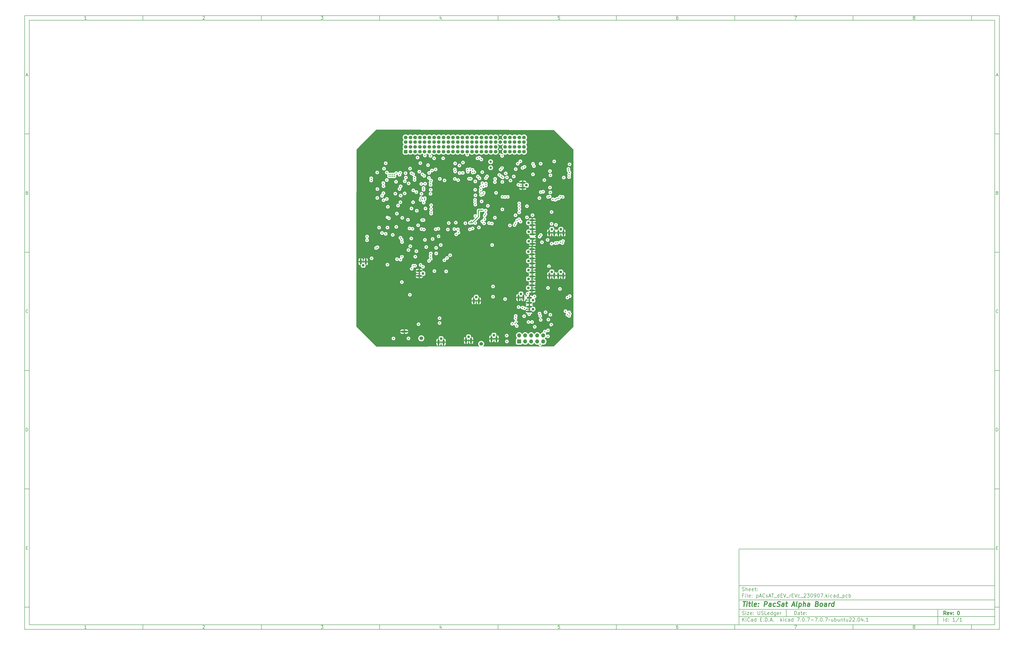
<source format=gbr>
%TF.GenerationSoftware,KiCad,Pcbnew,7.0.7-7.0.7~ubuntu22.04.1*%
%TF.CreationDate,2023-09-07T18:23:02-05:00*%
%TF.ProjectId,pACsAT_dEV_rEVc_230907,70414373-4154-45f6-9445-565f72455663,0*%
%TF.SameCoordinates,Original*%
%TF.FileFunction,Copper,L2,Inr*%
%TF.FilePolarity,Positive*%
%FSLAX46Y46*%
G04 Gerber Fmt 4.6, Leading zero omitted, Abs format (unit mm)*
G04 Created by KiCad (PCBNEW 7.0.7-7.0.7~ubuntu22.04.1) date 2023-09-07 18:23:02*
%MOMM*%
%LPD*%
G01*
G04 APERTURE LIST*
G04 Aperture macros list*
%AMRoundRect*
0 Rectangle with rounded corners*
0 $1 Rounding radius*
0 $2 $3 $4 $5 $6 $7 $8 $9 X,Y pos of 4 corners*
0 Add a 4 corners polygon primitive as box body*
4,1,4,$2,$3,$4,$5,$6,$7,$8,$9,$2,$3,0*
0 Add four circle primitives for the rounded corners*
1,1,$1+$1,$2,$3*
1,1,$1+$1,$4,$5*
1,1,$1+$1,$6,$7*
1,1,$1+$1,$8,$9*
0 Add four rect primitives between the rounded corners*
20,1,$1+$1,$2,$3,$4,$5,0*
20,1,$1+$1,$4,$5,$6,$7,0*
20,1,$1+$1,$6,$7,$8,$9,0*
20,1,$1+$1,$8,$9,$2,$3,0*%
G04 Aperture macros list end*
%ADD10C,0.100000*%
%ADD11C,0.150000*%
%ADD12C,0.300000*%
%ADD13C,0.400000*%
%TA.AperFunction,ComponentPad*%
%ADD14C,1.524000*%
%TD*%
%TA.AperFunction,ComponentPad*%
%ADD15C,6.350000*%
%TD*%
%TA.AperFunction,ComponentPad*%
%ADD16RoundRect,0.290840X-0.471160X-0.471160X0.471160X-0.471160X0.471160X0.471160X-0.471160X0.471160X0*%
%TD*%
%TA.AperFunction,ComponentPad*%
%ADD17C,1.016000*%
%TD*%
%TA.AperFunction,ComponentPad*%
%ADD18O,2.540000X0.889000*%
%TD*%
%TA.AperFunction,ComponentPad*%
%ADD19C,1.000000*%
%TD*%
%TA.AperFunction,ComponentPad*%
%ADD20R,1.700000X1.700000*%
%TD*%
%TA.AperFunction,ComponentPad*%
%ADD21O,1.700000X1.700000*%
%TD*%
%TA.AperFunction,ComponentPad*%
%ADD22RoundRect,0.254000X0.254000X-0.254000X0.254000X0.254000X-0.254000X0.254000X-0.254000X-0.254000X0*%
%TD*%
%TA.AperFunction,ComponentPad*%
%ADD23RoundRect,0.200000X0.200000X-0.800000X0.200000X0.800000X-0.200000X0.800000X-0.200000X-0.800000X0*%
%TD*%
%TA.AperFunction,ComponentPad*%
%ADD24RoundRect,0.254000X0.254000X0.254000X-0.254000X0.254000X-0.254000X-0.254000X0.254000X-0.254000X0*%
%TD*%
%TA.AperFunction,ComponentPad*%
%ADD25RoundRect,0.200000X0.800000X0.200000X-0.800000X0.200000X-0.800000X-0.200000X0.800000X-0.200000X0*%
%TD*%
%TA.AperFunction,ComponentPad*%
%ADD26RoundRect,0.254000X-0.254000X0.254000X-0.254000X-0.254000X0.254000X-0.254000X0.254000X0.254000X0*%
%TD*%
%TA.AperFunction,ComponentPad*%
%ADD27RoundRect,0.200000X-0.200000X0.800000X-0.200000X-0.800000X0.200000X-0.800000X0.200000X0.800000X0*%
%TD*%
%TA.AperFunction,ComponentPad*%
%ADD28RoundRect,0.254000X-0.254000X-0.254000X0.254000X-0.254000X0.254000X0.254000X-0.254000X0.254000X0*%
%TD*%
%TA.AperFunction,ComponentPad*%
%ADD29RoundRect,0.200000X-0.800000X-0.200000X0.800000X-0.200000X0.800000X0.200000X-0.800000X0.200000X0*%
%TD*%
%TA.AperFunction,ViaPad*%
%ADD30C,0.508000*%
%TD*%
%TA.AperFunction,Conductor*%
%ADD31C,0.203200*%
%TD*%
%TA.AperFunction,Conductor*%
%ADD32C,0.330200*%
%TD*%
%TA.AperFunction,Conductor*%
%ADD33C,0.152400*%
%TD*%
%TA.AperFunction,Conductor*%
%ADD34C,0.381000*%
%TD*%
%TA.AperFunction,Conductor*%
%ADD35C,0.304800*%
%TD*%
G04 APERTURE END LIST*
D10*
D11*
X311800000Y-235400000D02*
X419800000Y-235400000D01*
X419800000Y-267400000D01*
X311800000Y-267400000D01*
X311800000Y-235400000D01*
D10*
D11*
X10000000Y-10000000D02*
X421800000Y-10000000D01*
X421800000Y-269400000D01*
X10000000Y-269400000D01*
X10000000Y-10000000D01*
D10*
D11*
X12000000Y-12000000D02*
X419800000Y-12000000D01*
X419800000Y-267400000D01*
X12000000Y-267400000D01*
X12000000Y-12000000D01*
D10*
D11*
X60000000Y-12000000D02*
X60000000Y-10000000D01*
D10*
D11*
X110000000Y-12000000D02*
X110000000Y-10000000D01*
D10*
D11*
X160000000Y-12000000D02*
X160000000Y-10000000D01*
D10*
D11*
X210000000Y-12000000D02*
X210000000Y-10000000D01*
D10*
D11*
X260000000Y-12000000D02*
X260000000Y-10000000D01*
D10*
D11*
X310000000Y-12000000D02*
X310000000Y-10000000D01*
D10*
D11*
X360000000Y-12000000D02*
X360000000Y-10000000D01*
D10*
D11*
X410000000Y-12000000D02*
X410000000Y-10000000D01*
D10*
D11*
X36089160Y-11593604D02*
X35346303Y-11593604D01*
X35717731Y-11593604D02*
X35717731Y-10293604D01*
X35717731Y-10293604D02*
X35593922Y-10479319D01*
X35593922Y-10479319D02*
X35470112Y-10603128D01*
X35470112Y-10603128D02*
X35346303Y-10665033D01*
D10*
D11*
X85346303Y-10417414D02*
X85408207Y-10355509D01*
X85408207Y-10355509D02*
X85532017Y-10293604D01*
X85532017Y-10293604D02*
X85841541Y-10293604D01*
X85841541Y-10293604D02*
X85965350Y-10355509D01*
X85965350Y-10355509D02*
X86027255Y-10417414D01*
X86027255Y-10417414D02*
X86089160Y-10541223D01*
X86089160Y-10541223D02*
X86089160Y-10665033D01*
X86089160Y-10665033D02*
X86027255Y-10850747D01*
X86027255Y-10850747D02*
X85284398Y-11593604D01*
X85284398Y-11593604D02*
X86089160Y-11593604D01*
D10*
D11*
X135284398Y-10293604D02*
X136089160Y-10293604D01*
X136089160Y-10293604D02*
X135655826Y-10788842D01*
X135655826Y-10788842D02*
X135841541Y-10788842D01*
X135841541Y-10788842D02*
X135965350Y-10850747D01*
X135965350Y-10850747D02*
X136027255Y-10912652D01*
X136027255Y-10912652D02*
X136089160Y-11036461D01*
X136089160Y-11036461D02*
X136089160Y-11345985D01*
X136089160Y-11345985D02*
X136027255Y-11469795D01*
X136027255Y-11469795D02*
X135965350Y-11531700D01*
X135965350Y-11531700D02*
X135841541Y-11593604D01*
X135841541Y-11593604D02*
X135470112Y-11593604D01*
X135470112Y-11593604D02*
X135346303Y-11531700D01*
X135346303Y-11531700D02*
X135284398Y-11469795D01*
D10*
D11*
X185965350Y-10726938D02*
X185965350Y-11593604D01*
X185655826Y-10231700D02*
X185346303Y-11160271D01*
X185346303Y-11160271D02*
X186151064Y-11160271D01*
D10*
D11*
X236027255Y-10293604D02*
X235408207Y-10293604D01*
X235408207Y-10293604D02*
X235346303Y-10912652D01*
X235346303Y-10912652D02*
X235408207Y-10850747D01*
X235408207Y-10850747D02*
X235532017Y-10788842D01*
X235532017Y-10788842D02*
X235841541Y-10788842D01*
X235841541Y-10788842D02*
X235965350Y-10850747D01*
X235965350Y-10850747D02*
X236027255Y-10912652D01*
X236027255Y-10912652D02*
X236089160Y-11036461D01*
X236089160Y-11036461D02*
X236089160Y-11345985D01*
X236089160Y-11345985D02*
X236027255Y-11469795D01*
X236027255Y-11469795D02*
X235965350Y-11531700D01*
X235965350Y-11531700D02*
X235841541Y-11593604D01*
X235841541Y-11593604D02*
X235532017Y-11593604D01*
X235532017Y-11593604D02*
X235408207Y-11531700D01*
X235408207Y-11531700D02*
X235346303Y-11469795D01*
D10*
D11*
X285965350Y-10293604D02*
X285717731Y-10293604D01*
X285717731Y-10293604D02*
X285593922Y-10355509D01*
X285593922Y-10355509D02*
X285532017Y-10417414D01*
X285532017Y-10417414D02*
X285408207Y-10603128D01*
X285408207Y-10603128D02*
X285346303Y-10850747D01*
X285346303Y-10850747D02*
X285346303Y-11345985D01*
X285346303Y-11345985D02*
X285408207Y-11469795D01*
X285408207Y-11469795D02*
X285470112Y-11531700D01*
X285470112Y-11531700D02*
X285593922Y-11593604D01*
X285593922Y-11593604D02*
X285841541Y-11593604D01*
X285841541Y-11593604D02*
X285965350Y-11531700D01*
X285965350Y-11531700D02*
X286027255Y-11469795D01*
X286027255Y-11469795D02*
X286089160Y-11345985D01*
X286089160Y-11345985D02*
X286089160Y-11036461D01*
X286089160Y-11036461D02*
X286027255Y-10912652D01*
X286027255Y-10912652D02*
X285965350Y-10850747D01*
X285965350Y-10850747D02*
X285841541Y-10788842D01*
X285841541Y-10788842D02*
X285593922Y-10788842D01*
X285593922Y-10788842D02*
X285470112Y-10850747D01*
X285470112Y-10850747D02*
X285408207Y-10912652D01*
X285408207Y-10912652D02*
X285346303Y-11036461D01*
D10*
D11*
X335284398Y-10293604D02*
X336151064Y-10293604D01*
X336151064Y-10293604D02*
X335593922Y-11593604D01*
D10*
D11*
X385593922Y-10850747D02*
X385470112Y-10788842D01*
X385470112Y-10788842D02*
X385408207Y-10726938D01*
X385408207Y-10726938D02*
X385346303Y-10603128D01*
X385346303Y-10603128D02*
X385346303Y-10541223D01*
X385346303Y-10541223D02*
X385408207Y-10417414D01*
X385408207Y-10417414D02*
X385470112Y-10355509D01*
X385470112Y-10355509D02*
X385593922Y-10293604D01*
X385593922Y-10293604D02*
X385841541Y-10293604D01*
X385841541Y-10293604D02*
X385965350Y-10355509D01*
X385965350Y-10355509D02*
X386027255Y-10417414D01*
X386027255Y-10417414D02*
X386089160Y-10541223D01*
X386089160Y-10541223D02*
X386089160Y-10603128D01*
X386089160Y-10603128D02*
X386027255Y-10726938D01*
X386027255Y-10726938D02*
X385965350Y-10788842D01*
X385965350Y-10788842D02*
X385841541Y-10850747D01*
X385841541Y-10850747D02*
X385593922Y-10850747D01*
X385593922Y-10850747D02*
X385470112Y-10912652D01*
X385470112Y-10912652D02*
X385408207Y-10974557D01*
X385408207Y-10974557D02*
X385346303Y-11098366D01*
X385346303Y-11098366D02*
X385346303Y-11345985D01*
X385346303Y-11345985D02*
X385408207Y-11469795D01*
X385408207Y-11469795D02*
X385470112Y-11531700D01*
X385470112Y-11531700D02*
X385593922Y-11593604D01*
X385593922Y-11593604D02*
X385841541Y-11593604D01*
X385841541Y-11593604D02*
X385965350Y-11531700D01*
X385965350Y-11531700D02*
X386027255Y-11469795D01*
X386027255Y-11469795D02*
X386089160Y-11345985D01*
X386089160Y-11345985D02*
X386089160Y-11098366D01*
X386089160Y-11098366D02*
X386027255Y-10974557D01*
X386027255Y-10974557D02*
X385965350Y-10912652D01*
X385965350Y-10912652D02*
X385841541Y-10850747D01*
D10*
D11*
X60000000Y-267400000D02*
X60000000Y-269400000D01*
D10*
D11*
X110000000Y-267400000D02*
X110000000Y-269400000D01*
D10*
D11*
X160000000Y-267400000D02*
X160000000Y-269400000D01*
D10*
D11*
X210000000Y-267400000D02*
X210000000Y-269400000D01*
D10*
D11*
X260000000Y-267400000D02*
X260000000Y-269400000D01*
D10*
D11*
X310000000Y-267400000D02*
X310000000Y-269400000D01*
D10*
D11*
X360000000Y-267400000D02*
X360000000Y-269400000D01*
D10*
D11*
X410000000Y-267400000D02*
X410000000Y-269400000D01*
D10*
D11*
X36089160Y-268993604D02*
X35346303Y-268993604D01*
X35717731Y-268993604D02*
X35717731Y-267693604D01*
X35717731Y-267693604D02*
X35593922Y-267879319D01*
X35593922Y-267879319D02*
X35470112Y-268003128D01*
X35470112Y-268003128D02*
X35346303Y-268065033D01*
D10*
D11*
X85346303Y-267817414D02*
X85408207Y-267755509D01*
X85408207Y-267755509D02*
X85532017Y-267693604D01*
X85532017Y-267693604D02*
X85841541Y-267693604D01*
X85841541Y-267693604D02*
X85965350Y-267755509D01*
X85965350Y-267755509D02*
X86027255Y-267817414D01*
X86027255Y-267817414D02*
X86089160Y-267941223D01*
X86089160Y-267941223D02*
X86089160Y-268065033D01*
X86089160Y-268065033D02*
X86027255Y-268250747D01*
X86027255Y-268250747D02*
X85284398Y-268993604D01*
X85284398Y-268993604D02*
X86089160Y-268993604D01*
D10*
D11*
X135284398Y-267693604D02*
X136089160Y-267693604D01*
X136089160Y-267693604D02*
X135655826Y-268188842D01*
X135655826Y-268188842D02*
X135841541Y-268188842D01*
X135841541Y-268188842D02*
X135965350Y-268250747D01*
X135965350Y-268250747D02*
X136027255Y-268312652D01*
X136027255Y-268312652D02*
X136089160Y-268436461D01*
X136089160Y-268436461D02*
X136089160Y-268745985D01*
X136089160Y-268745985D02*
X136027255Y-268869795D01*
X136027255Y-268869795D02*
X135965350Y-268931700D01*
X135965350Y-268931700D02*
X135841541Y-268993604D01*
X135841541Y-268993604D02*
X135470112Y-268993604D01*
X135470112Y-268993604D02*
X135346303Y-268931700D01*
X135346303Y-268931700D02*
X135284398Y-268869795D01*
D10*
D11*
X185965350Y-268126938D02*
X185965350Y-268993604D01*
X185655826Y-267631700D02*
X185346303Y-268560271D01*
X185346303Y-268560271D02*
X186151064Y-268560271D01*
D10*
D11*
X236027255Y-267693604D02*
X235408207Y-267693604D01*
X235408207Y-267693604D02*
X235346303Y-268312652D01*
X235346303Y-268312652D02*
X235408207Y-268250747D01*
X235408207Y-268250747D02*
X235532017Y-268188842D01*
X235532017Y-268188842D02*
X235841541Y-268188842D01*
X235841541Y-268188842D02*
X235965350Y-268250747D01*
X235965350Y-268250747D02*
X236027255Y-268312652D01*
X236027255Y-268312652D02*
X236089160Y-268436461D01*
X236089160Y-268436461D02*
X236089160Y-268745985D01*
X236089160Y-268745985D02*
X236027255Y-268869795D01*
X236027255Y-268869795D02*
X235965350Y-268931700D01*
X235965350Y-268931700D02*
X235841541Y-268993604D01*
X235841541Y-268993604D02*
X235532017Y-268993604D01*
X235532017Y-268993604D02*
X235408207Y-268931700D01*
X235408207Y-268931700D02*
X235346303Y-268869795D01*
D10*
D11*
X285965350Y-267693604D02*
X285717731Y-267693604D01*
X285717731Y-267693604D02*
X285593922Y-267755509D01*
X285593922Y-267755509D02*
X285532017Y-267817414D01*
X285532017Y-267817414D02*
X285408207Y-268003128D01*
X285408207Y-268003128D02*
X285346303Y-268250747D01*
X285346303Y-268250747D02*
X285346303Y-268745985D01*
X285346303Y-268745985D02*
X285408207Y-268869795D01*
X285408207Y-268869795D02*
X285470112Y-268931700D01*
X285470112Y-268931700D02*
X285593922Y-268993604D01*
X285593922Y-268993604D02*
X285841541Y-268993604D01*
X285841541Y-268993604D02*
X285965350Y-268931700D01*
X285965350Y-268931700D02*
X286027255Y-268869795D01*
X286027255Y-268869795D02*
X286089160Y-268745985D01*
X286089160Y-268745985D02*
X286089160Y-268436461D01*
X286089160Y-268436461D02*
X286027255Y-268312652D01*
X286027255Y-268312652D02*
X285965350Y-268250747D01*
X285965350Y-268250747D02*
X285841541Y-268188842D01*
X285841541Y-268188842D02*
X285593922Y-268188842D01*
X285593922Y-268188842D02*
X285470112Y-268250747D01*
X285470112Y-268250747D02*
X285408207Y-268312652D01*
X285408207Y-268312652D02*
X285346303Y-268436461D01*
D10*
D11*
X335284398Y-267693604D02*
X336151064Y-267693604D01*
X336151064Y-267693604D02*
X335593922Y-268993604D01*
D10*
D11*
X385593922Y-268250747D02*
X385470112Y-268188842D01*
X385470112Y-268188842D02*
X385408207Y-268126938D01*
X385408207Y-268126938D02*
X385346303Y-268003128D01*
X385346303Y-268003128D02*
X385346303Y-267941223D01*
X385346303Y-267941223D02*
X385408207Y-267817414D01*
X385408207Y-267817414D02*
X385470112Y-267755509D01*
X385470112Y-267755509D02*
X385593922Y-267693604D01*
X385593922Y-267693604D02*
X385841541Y-267693604D01*
X385841541Y-267693604D02*
X385965350Y-267755509D01*
X385965350Y-267755509D02*
X386027255Y-267817414D01*
X386027255Y-267817414D02*
X386089160Y-267941223D01*
X386089160Y-267941223D02*
X386089160Y-268003128D01*
X386089160Y-268003128D02*
X386027255Y-268126938D01*
X386027255Y-268126938D02*
X385965350Y-268188842D01*
X385965350Y-268188842D02*
X385841541Y-268250747D01*
X385841541Y-268250747D02*
X385593922Y-268250747D01*
X385593922Y-268250747D02*
X385470112Y-268312652D01*
X385470112Y-268312652D02*
X385408207Y-268374557D01*
X385408207Y-268374557D02*
X385346303Y-268498366D01*
X385346303Y-268498366D02*
X385346303Y-268745985D01*
X385346303Y-268745985D02*
X385408207Y-268869795D01*
X385408207Y-268869795D02*
X385470112Y-268931700D01*
X385470112Y-268931700D02*
X385593922Y-268993604D01*
X385593922Y-268993604D02*
X385841541Y-268993604D01*
X385841541Y-268993604D02*
X385965350Y-268931700D01*
X385965350Y-268931700D02*
X386027255Y-268869795D01*
X386027255Y-268869795D02*
X386089160Y-268745985D01*
X386089160Y-268745985D02*
X386089160Y-268498366D01*
X386089160Y-268498366D02*
X386027255Y-268374557D01*
X386027255Y-268374557D02*
X385965350Y-268312652D01*
X385965350Y-268312652D02*
X385841541Y-268250747D01*
D10*
D11*
X10000000Y-60000000D02*
X12000000Y-60000000D01*
D10*
D11*
X10000000Y-110000000D02*
X12000000Y-110000000D01*
D10*
D11*
X10000000Y-160000000D02*
X12000000Y-160000000D01*
D10*
D11*
X10000000Y-210000000D02*
X12000000Y-210000000D01*
D10*
D11*
X10000000Y-260000000D02*
X12000000Y-260000000D01*
D10*
D11*
X10690476Y-35222176D02*
X11309523Y-35222176D01*
X10566666Y-35593604D02*
X10999999Y-34293604D01*
X10999999Y-34293604D02*
X11433333Y-35593604D01*
D10*
D11*
X11092857Y-84912652D02*
X11278571Y-84974557D01*
X11278571Y-84974557D02*
X11340476Y-85036461D01*
X11340476Y-85036461D02*
X11402380Y-85160271D01*
X11402380Y-85160271D02*
X11402380Y-85345985D01*
X11402380Y-85345985D02*
X11340476Y-85469795D01*
X11340476Y-85469795D02*
X11278571Y-85531700D01*
X11278571Y-85531700D02*
X11154761Y-85593604D01*
X11154761Y-85593604D02*
X10659523Y-85593604D01*
X10659523Y-85593604D02*
X10659523Y-84293604D01*
X10659523Y-84293604D02*
X11092857Y-84293604D01*
X11092857Y-84293604D02*
X11216666Y-84355509D01*
X11216666Y-84355509D02*
X11278571Y-84417414D01*
X11278571Y-84417414D02*
X11340476Y-84541223D01*
X11340476Y-84541223D02*
X11340476Y-84665033D01*
X11340476Y-84665033D02*
X11278571Y-84788842D01*
X11278571Y-84788842D02*
X11216666Y-84850747D01*
X11216666Y-84850747D02*
X11092857Y-84912652D01*
X11092857Y-84912652D02*
X10659523Y-84912652D01*
D10*
D11*
X11402380Y-135469795D02*
X11340476Y-135531700D01*
X11340476Y-135531700D02*
X11154761Y-135593604D01*
X11154761Y-135593604D02*
X11030952Y-135593604D01*
X11030952Y-135593604D02*
X10845238Y-135531700D01*
X10845238Y-135531700D02*
X10721428Y-135407890D01*
X10721428Y-135407890D02*
X10659523Y-135284080D01*
X10659523Y-135284080D02*
X10597619Y-135036461D01*
X10597619Y-135036461D02*
X10597619Y-134850747D01*
X10597619Y-134850747D02*
X10659523Y-134603128D01*
X10659523Y-134603128D02*
X10721428Y-134479319D01*
X10721428Y-134479319D02*
X10845238Y-134355509D01*
X10845238Y-134355509D02*
X11030952Y-134293604D01*
X11030952Y-134293604D02*
X11154761Y-134293604D01*
X11154761Y-134293604D02*
X11340476Y-134355509D01*
X11340476Y-134355509D02*
X11402380Y-134417414D01*
D10*
D11*
X10659523Y-185593604D02*
X10659523Y-184293604D01*
X10659523Y-184293604D02*
X10969047Y-184293604D01*
X10969047Y-184293604D02*
X11154761Y-184355509D01*
X11154761Y-184355509D02*
X11278571Y-184479319D01*
X11278571Y-184479319D02*
X11340476Y-184603128D01*
X11340476Y-184603128D02*
X11402380Y-184850747D01*
X11402380Y-184850747D02*
X11402380Y-185036461D01*
X11402380Y-185036461D02*
X11340476Y-185284080D01*
X11340476Y-185284080D02*
X11278571Y-185407890D01*
X11278571Y-185407890D02*
X11154761Y-185531700D01*
X11154761Y-185531700D02*
X10969047Y-185593604D01*
X10969047Y-185593604D02*
X10659523Y-185593604D01*
D10*
D11*
X10721428Y-234912652D02*
X11154762Y-234912652D01*
X11340476Y-235593604D02*
X10721428Y-235593604D01*
X10721428Y-235593604D02*
X10721428Y-234293604D01*
X10721428Y-234293604D02*
X11340476Y-234293604D01*
D10*
D11*
X421800000Y-60000000D02*
X419800000Y-60000000D01*
D10*
D11*
X421800000Y-110000000D02*
X419800000Y-110000000D01*
D10*
D11*
X421800000Y-160000000D02*
X419800000Y-160000000D01*
D10*
D11*
X421800000Y-210000000D02*
X419800000Y-210000000D01*
D10*
D11*
X421800000Y-260000000D02*
X419800000Y-260000000D01*
D10*
D11*
X420490476Y-35222176D02*
X421109523Y-35222176D01*
X420366666Y-35593604D02*
X420799999Y-34293604D01*
X420799999Y-34293604D02*
X421233333Y-35593604D01*
D10*
D11*
X420892857Y-84912652D02*
X421078571Y-84974557D01*
X421078571Y-84974557D02*
X421140476Y-85036461D01*
X421140476Y-85036461D02*
X421202380Y-85160271D01*
X421202380Y-85160271D02*
X421202380Y-85345985D01*
X421202380Y-85345985D02*
X421140476Y-85469795D01*
X421140476Y-85469795D02*
X421078571Y-85531700D01*
X421078571Y-85531700D02*
X420954761Y-85593604D01*
X420954761Y-85593604D02*
X420459523Y-85593604D01*
X420459523Y-85593604D02*
X420459523Y-84293604D01*
X420459523Y-84293604D02*
X420892857Y-84293604D01*
X420892857Y-84293604D02*
X421016666Y-84355509D01*
X421016666Y-84355509D02*
X421078571Y-84417414D01*
X421078571Y-84417414D02*
X421140476Y-84541223D01*
X421140476Y-84541223D02*
X421140476Y-84665033D01*
X421140476Y-84665033D02*
X421078571Y-84788842D01*
X421078571Y-84788842D02*
X421016666Y-84850747D01*
X421016666Y-84850747D02*
X420892857Y-84912652D01*
X420892857Y-84912652D02*
X420459523Y-84912652D01*
D10*
D11*
X421202380Y-135469795D02*
X421140476Y-135531700D01*
X421140476Y-135531700D02*
X420954761Y-135593604D01*
X420954761Y-135593604D02*
X420830952Y-135593604D01*
X420830952Y-135593604D02*
X420645238Y-135531700D01*
X420645238Y-135531700D02*
X420521428Y-135407890D01*
X420521428Y-135407890D02*
X420459523Y-135284080D01*
X420459523Y-135284080D02*
X420397619Y-135036461D01*
X420397619Y-135036461D02*
X420397619Y-134850747D01*
X420397619Y-134850747D02*
X420459523Y-134603128D01*
X420459523Y-134603128D02*
X420521428Y-134479319D01*
X420521428Y-134479319D02*
X420645238Y-134355509D01*
X420645238Y-134355509D02*
X420830952Y-134293604D01*
X420830952Y-134293604D02*
X420954761Y-134293604D01*
X420954761Y-134293604D02*
X421140476Y-134355509D01*
X421140476Y-134355509D02*
X421202380Y-134417414D01*
D10*
D11*
X420459523Y-185593604D02*
X420459523Y-184293604D01*
X420459523Y-184293604D02*
X420769047Y-184293604D01*
X420769047Y-184293604D02*
X420954761Y-184355509D01*
X420954761Y-184355509D02*
X421078571Y-184479319D01*
X421078571Y-184479319D02*
X421140476Y-184603128D01*
X421140476Y-184603128D02*
X421202380Y-184850747D01*
X421202380Y-184850747D02*
X421202380Y-185036461D01*
X421202380Y-185036461D02*
X421140476Y-185284080D01*
X421140476Y-185284080D02*
X421078571Y-185407890D01*
X421078571Y-185407890D02*
X420954761Y-185531700D01*
X420954761Y-185531700D02*
X420769047Y-185593604D01*
X420769047Y-185593604D02*
X420459523Y-185593604D01*
D10*
D11*
X420521428Y-234912652D02*
X420954762Y-234912652D01*
X421140476Y-235593604D02*
X420521428Y-235593604D01*
X420521428Y-235593604D02*
X420521428Y-234293604D01*
X420521428Y-234293604D02*
X421140476Y-234293604D01*
D10*
D11*
X335255826Y-263186128D02*
X335255826Y-261686128D01*
X335255826Y-261686128D02*
X335612969Y-261686128D01*
X335612969Y-261686128D02*
X335827255Y-261757557D01*
X335827255Y-261757557D02*
X335970112Y-261900414D01*
X335970112Y-261900414D02*
X336041541Y-262043271D01*
X336041541Y-262043271D02*
X336112969Y-262328985D01*
X336112969Y-262328985D02*
X336112969Y-262543271D01*
X336112969Y-262543271D02*
X336041541Y-262828985D01*
X336041541Y-262828985D02*
X335970112Y-262971842D01*
X335970112Y-262971842D02*
X335827255Y-263114700D01*
X335827255Y-263114700D02*
X335612969Y-263186128D01*
X335612969Y-263186128D02*
X335255826Y-263186128D01*
X337398684Y-263186128D02*
X337398684Y-262400414D01*
X337398684Y-262400414D02*
X337327255Y-262257557D01*
X337327255Y-262257557D02*
X337184398Y-262186128D01*
X337184398Y-262186128D02*
X336898684Y-262186128D01*
X336898684Y-262186128D02*
X336755826Y-262257557D01*
X337398684Y-263114700D02*
X337255826Y-263186128D01*
X337255826Y-263186128D02*
X336898684Y-263186128D01*
X336898684Y-263186128D02*
X336755826Y-263114700D01*
X336755826Y-263114700D02*
X336684398Y-262971842D01*
X336684398Y-262971842D02*
X336684398Y-262828985D01*
X336684398Y-262828985D02*
X336755826Y-262686128D01*
X336755826Y-262686128D02*
X336898684Y-262614700D01*
X336898684Y-262614700D02*
X337255826Y-262614700D01*
X337255826Y-262614700D02*
X337398684Y-262543271D01*
X337898684Y-262186128D02*
X338470112Y-262186128D01*
X338112969Y-261686128D02*
X338112969Y-262971842D01*
X338112969Y-262971842D02*
X338184398Y-263114700D01*
X338184398Y-263114700D02*
X338327255Y-263186128D01*
X338327255Y-263186128D02*
X338470112Y-263186128D01*
X339541541Y-263114700D02*
X339398684Y-263186128D01*
X339398684Y-263186128D02*
X339112970Y-263186128D01*
X339112970Y-263186128D02*
X338970112Y-263114700D01*
X338970112Y-263114700D02*
X338898684Y-262971842D01*
X338898684Y-262971842D02*
X338898684Y-262400414D01*
X338898684Y-262400414D02*
X338970112Y-262257557D01*
X338970112Y-262257557D02*
X339112970Y-262186128D01*
X339112970Y-262186128D02*
X339398684Y-262186128D01*
X339398684Y-262186128D02*
X339541541Y-262257557D01*
X339541541Y-262257557D02*
X339612970Y-262400414D01*
X339612970Y-262400414D02*
X339612970Y-262543271D01*
X339612970Y-262543271D02*
X338898684Y-262686128D01*
X340255826Y-263043271D02*
X340327255Y-263114700D01*
X340327255Y-263114700D02*
X340255826Y-263186128D01*
X340255826Y-263186128D02*
X340184398Y-263114700D01*
X340184398Y-263114700D02*
X340255826Y-263043271D01*
X340255826Y-263043271D02*
X340255826Y-263186128D01*
X340255826Y-262257557D02*
X340327255Y-262328985D01*
X340327255Y-262328985D02*
X340255826Y-262400414D01*
X340255826Y-262400414D02*
X340184398Y-262328985D01*
X340184398Y-262328985D02*
X340255826Y-262257557D01*
X340255826Y-262257557D02*
X340255826Y-262400414D01*
D10*
D11*
X311800000Y-263900000D02*
X419800000Y-263900000D01*
D10*
D11*
X313255826Y-265986128D02*
X313255826Y-264486128D01*
X314112969Y-265986128D02*
X313470112Y-265128985D01*
X314112969Y-264486128D02*
X313255826Y-265343271D01*
X314755826Y-265986128D02*
X314755826Y-264986128D01*
X314755826Y-264486128D02*
X314684398Y-264557557D01*
X314684398Y-264557557D02*
X314755826Y-264628985D01*
X314755826Y-264628985D02*
X314827255Y-264557557D01*
X314827255Y-264557557D02*
X314755826Y-264486128D01*
X314755826Y-264486128D02*
X314755826Y-264628985D01*
X316327255Y-265843271D02*
X316255827Y-265914700D01*
X316255827Y-265914700D02*
X316041541Y-265986128D01*
X316041541Y-265986128D02*
X315898684Y-265986128D01*
X315898684Y-265986128D02*
X315684398Y-265914700D01*
X315684398Y-265914700D02*
X315541541Y-265771842D01*
X315541541Y-265771842D02*
X315470112Y-265628985D01*
X315470112Y-265628985D02*
X315398684Y-265343271D01*
X315398684Y-265343271D02*
X315398684Y-265128985D01*
X315398684Y-265128985D02*
X315470112Y-264843271D01*
X315470112Y-264843271D02*
X315541541Y-264700414D01*
X315541541Y-264700414D02*
X315684398Y-264557557D01*
X315684398Y-264557557D02*
X315898684Y-264486128D01*
X315898684Y-264486128D02*
X316041541Y-264486128D01*
X316041541Y-264486128D02*
X316255827Y-264557557D01*
X316255827Y-264557557D02*
X316327255Y-264628985D01*
X317612970Y-265986128D02*
X317612970Y-265200414D01*
X317612970Y-265200414D02*
X317541541Y-265057557D01*
X317541541Y-265057557D02*
X317398684Y-264986128D01*
X317398684Y-264986128D02*
X317112970Y-264986128D01*
X317112970Y-264986128D02*
X316970112Y-265057557D01*
X317612970Y-265914700D02*
X317470112Y-265986128D01*
X317470112Y-265986128D02*
X317112970Y-265986128D01*
X317112970Y-265986128D02*
X316970112Y-265914700D01*
X316970112Y-265914700D02*
X316898684Y-265771842D01*
X316898684Y-265771842D02*
X316898684Y-265628985D01*
X316898684Y-265628985D02*
X316970112Y-265486128D01*
X316970112Y-265486128D02*
X317112970Y-265414700D01*
X317112970Y-265414700D02*
X317470112Y-265414700D01*
X317470112Y-265414700D02*
X317612970Y-265343271D01*
X318970113Y-265986128D02*
X318970113Y-264486128D01*
X318970113Y-265914700D02*
X318827255Y-265986128D01*
X318827255Y-265986128D02*
X318541541Y-265986128D01*
X318541541Y-265986128D02*
X318398684Y-265914700D01*
X318398684Y-265914700D02*
X318327255Y-265843271D01*
X318327255Y-265843271D02*
X318255827Y-265700414D01*
X318255827Y-265700414D02*
X318255827Y-265271842D01*
X318255827Y-265271842D02*
X318327255Y-265128985D01*
X318327255Y-265128985D02*
X318398684Y-265057557D01*
X318398684Y-265057557D02*
X318541541Y-264986128D01*
X318541541Y-264986128D02*
X318827255Y-264986128D01*
X318827255Y-264986128D02*
X318970113Y-265057557D01*
X320827255Y-265200414D02*
X321327255Y-265200414D01*
X321541541Y-265986128D02*
X320827255Y-265986128D01*
X320827255Y-265986128D02*
X320827255Y-264486128D01*
X320827255Y-264486128D02*
X321541541Y-264486128D01*
X322184398Y-265843271D02*
X322255827Y-265914700D01*
X322255827Y-265914700D02*
X322184398Y-265986128D01*
X322184398Y-265986128D02*
X322112970Y-265914700D01*
X322112970Y-265914700D02*
X322184398Y-265843271D01*
X322184398Y-265843271D02*
X322184398Y-265986128D01*
X322898684Y-265986128D02*
X322898684Y-264486128D01*
X322898684Y-264486128D02*
X323255827Y-264486128D01*
X323255827Y-264486128D02*
X323470113Y-264557557D01*
X323470113Y-264557557D02*
X323612970Y-264700414D01*
X323612970Y-264700414D02*
X323684399Y-264843271D01*
X323684399Y-264843271D02*
X323755827Y-265128985D01*
X323755827Y-265128985D02*
X323755827Y-265343271D01*
X323755827Y-265343271D02*
X323684399Y-265628985D01*
X323684399Y-265628985D02*
X323612970Y-265771842D01*
X323612970Y-265771842D02*
X323470113Y-265914700D01*
X323470113Y-265914700D02*
X323255827Y-265986128D01*
X323255827Y-265986128D02*
X322898684Y-265986128D01*
X324398684Y-265843271D02*
X324470113Y-265914700D01*
X324470113Y-265914700D02*
X324398684Y-265986128D01*
X324398684Y-265986128D02*
X324327256Y-265914700D01*
X324327256Y-265914700D02*
X324398684Y-265843271D01*
X324398684Y-265843271D02*
X324398684Y-265986128D01*
X325041542Y-265557557D02*
X325755828Y-265557557D01*
X324898685Y-265986128D02*
X325398685Y-264486128D01*
X325398685Y-264486128D02*
X325898685Y-265986128D01*
X326398684Y-265843271D02*
X326470113Y-265914700D01*
X326470113Y-265914700D02*
X326398684Y-265986128D01*
X326398684Y-265986128D02*
X326327256Y-265914700D01*
X326327256Y-265914700D02*
X326398684Y-265843271D01*
X326398684Y-265843271D02*
X326398684Y-265986128D01*
X329398684Y-265986128D02*
X329398684Y-264486128D01*
X329541542Y-265414700D02*
X329970113Y-265986128D01*
X329970113Y-264986128D02*
X329398684Y-265557557D01*
X330612970Y-265986128D02*
X330612970Y-264986128D01*
X330612970Y-264486128D02*
X330541542Y-264557557D01*
X330541542Y-264557557D02*
X330612970Y-264628985D01*
X330612970Y-264628985D02*
X330684399Y-264557557D01*
X330684399Y-264557557D02*
X330612970Y-264486128D01*
X330612970Y-264486128D02*
X330612970Y-264628985D01*
X331970114Y-265914700D02*
X331827256Y-265986128D01*
X331827256Y-265986128D02*
X331541542Y-265986128D01*
X331541542Y-265986128D02*
X331398685Y-265914700D01*
X331398685Y-265914700D02*
X331327256Y-265843271D01*
X331327256Y-265843271D02*
X331255828Y-265700414D01*
X331255828Y-265700414D02*
X331255828Y-265271842D01*
X331255828Y-265271842D02*
X331327256Y-265128985D01*
X331327256Y-265128985D02*
X331398685Y-265057557D01*
X331398685Y-265057557D02*
X331541542Y-264986128D01*
X331541542Y-264986128D02*
X331827256Y-264986128D01*
X331827256Y-264986128D02*
X331970114Y-265057557D01*
X333255828Y-265986128D02*
X333255828Y-265200414D01*
X333255828Y-265200414D02*
X333184399Y-265057557D01*
X333184399Y-265057557D02*
X333041542Y-264986128D01*
X333041542Y-264986128D02*
X332755828Y-264986128D01*
X332755828Y-264986128D02*
X332612970Y-265057557D01*
X333255828Y-265914700D02*
X333112970Y-265986128D01*
X333112970Y-265986128D02*
X332755828Y-265986128D01*
X332755828Y-265986128D02*
X332612970Y-265914700D01*
X332612970Y-265914700D02*
X332541542Y-265771842D01*
X332541542Y-265771842D02*
X332541542Y-265628985D01*
X332541542Y-265628985D02*
X332612970Y-265486128D01*
X332612970Y-265486128D02*
X332755828Y-265414700D01*
X332755828Y-265414700D02*
X333112970Y-265414700D01*
X333112970Y-265414700D02*
X333255828Y-265343271D01*
X334612971Y-265986128D02*
X334612971Y-264486128D01*
X334612971Y-265914700D02*
X334470113Y-265986128D01*
X334470113Y-265986128D02*
X334184399Y-265986128D01*
X334184399Y-265986128D02*
X334041542Y-265914700D01*
X334041542Y-265914700D02*
X333970113Y-265843271D01*
X333970113Y-265843271D02*
X333898685Y-265700414D01*
X333898685Y-265700414D02*
X333898685Y-265271842D01*
X333898685Y-265271842D02*
X333970113Y-265128985D01*
X333970113Y-265128985D02*
X334041542Y-265057557D01*
X334041542Y-265057557D02*
X334184399Y-264986128D01*
X334184399Y-264986128D02*
X334470113Y-264986128D01*
X334470113Y-264986128D02*
X334612971Y-265057557D01*
X336327256Y-264486128D02*
X337327256Y-264486128D01*
X337327256Y-264486128D02*
X336684399Y-265986128D01*
X337898684Y-265843271D02*
X337970113Y-265914700D01*
X337970113Y-265914700D02*
X337898684Y-265986128D01*
X337898684Y-265986128D02*
X337827256Y-265914700D01*
X337827256Y-265914700D02*
X337898684Y-265843271D01*
X337898684Y-265843271D02*
X337898684Y-265986128D01*
X338898685Y-264486128D02*
X339041542Y-264486128D01*
X339041542Y-264486128D02*
X339184399Y-264557557D01*
X339184399Y-264557557D02*
X339255828Y-264628985D01*
X339255828Y-264628985D02*
X339327256Y-264771842D01*
X339327256Y-264771842D02*
X339398685Y-265057557D01*
X339398685Y-265057557D02*
X339398685Y-265414700D01*
X339398685Y-265414700D02*
X339327256Y-265700414D01*
X339327256Y-265700414D02*
X339255828Y-265843271D01*
X339255828Y-265843271D02*
X339184399Y-265914700D01*
X339184399Y-265914700D02*
X339041542Y-265986128D01*
X339041542Y-265986128D02*
X338898685Y-265986128D01*
X338898685Y-265986128D02*
X338755828Y-265914700D01*
X338755828Y-265914700D02*
X338684399Y-265843271D01*
X338684399Y-265843271D02*
X338612970Y-265700414D01*
X338612970Y-265700414D02*
X338541542Y-265414700D01*
X338541542Y-265414700D02*
X338541542Y-265057557D01*
X338541542Y-265057557D02*
X338612970Y-264771842D01*
X338612970Y-264771842D02*
X338684399Y-264628985D01*
X338684399Y-264628985D02*
X338755828Y-264557557D01*
X338755828Y-264557557D02*
X338898685Y-264486128D01*
X340041541Y-265843271D02*
X340112970Y-265914700D01*
X340112970Y-265914700D02*
X340041541Y-265986128D01*
X340041541Y-265986128D02*
X339970113Y-265914700D01*
X339970113Y-265914700D02*
X340041541Y-265843271D01*
X340041541Y-265843271D02*
X340041541Y-265986128D01*
X340612970Y-264486128D02*
X341612970Y-264486128D01*
X341612970Y-264486128D02*
X340970113Y-265986128D01*
X342184398Y-265414700D02*
X343327256Y-265414700D01*
X343898684Y-264486128D02*
X344898684Y-264486128D01*
X344898684Y-264486128D02*
X344255827Y-265986128D01*
X345470112Y-265843271D02*
X345541541Y-265914700D01*
X345541541Y-265914700D02*
X345470112Y-265986128D01*
X345470112Y-265986128D02*
X345398684Y-265914700D01*
X345398684Y-265914700D02*
X345470112Y-265843271D01*
X345470112Y-265843271D02*
X345470112Y-265986128D01*
X346470113Y-264486128D02*
X346612970Y-264486128D01*
X346612970Y-264486128D02*
X346755827Y-264557557D01*
X346755827Y-264557557D02*
X346827256Y-264628985D01*
X346827256Y-264628985D02*
X346898684Y-264771842D01*
X346898684Y-264771842D02*
X346970113Y-265057557D01*
X346970113Y-265057557D02*
X346970113Y-265414700D01*
X346970113Y-265414700D02*
X346898684Y-265700414D01*
X346898684Y-265700414D02*
X346827256Y-265843271D01*
X346827256Y-265843271D02*
X346755827Y-265914700D01*
X346755827Y-265914700D02*
X346612970Y-265986128D01*
X346612970Y-265986128D02*
X346470113Y-265986128D01*
X346470113Y-265986128D02*
X346327256Y-265914700D01*
X346327256Y-265914700D02*
X346255827Y-265843271D01*
X346255827Y-265843271D02*
X346184398Y-265700414D01*
X346184398Y-265700414D02*
X346112970Y-265414700D01*
X346112970Y-265414700D02*
X346112970Y-265057557D01*
X346112970Y-265057557D02*
X346184398Y-264771842D01*
X346184398Y-264771842D02*
X346255827Y-264628985D01*
X346255827Y-264628985D02*
X346327256Y-264557557D01*
X346327256Y-264557557D02*
X346470113Y-264486128D01*
X347612969Y-265843271D02*
X347684398Y-265914700D01*
X347684398Y-265914700D02*
X347612969Y-265986128D01*
X347612969Y-265986128D02*
X347541541Y-265914700D01*
X347541541Y-265914700D02*
X347612969Y-265843271D01*
X347612969Y-265843271D02*
X347612969Y-265986128D01*
X348184398Y-264486128D02*
X349184398Y-264486128D01*
X349184398Y-264486128D02*
X348541541Y-265986128D01*
X349541541Y-265414700D02*
X349612969Y-265343271D01*
X349612969Y-265343271D02*
X349755826Y-265271842D01*
X349755826Y-265271842D02*
X350041541Y-265414700D01*
X350041541Y-265414700D02*
X350184398Y-265343271D01*
X350184398Y-265343271D02*
X350255826Y-265271842D01*
X351470113Y-264986128D02*
X351470113Y-265986128D01*
X350827255Y-264986128D02*
X350827255Y-265771842D01*
X350827255Y-265771842D02*
X350898684Y-265914700D01*
X350898684Y-265914700D02*
X351041541Y-265986128D01*
X351041541Y-265986128D02*
X351255827Y-265986128D01*
X351255827Y-265986128D02*
X351398684Y-265914700D01*
X351398684Y-265914700D02*
X351470113Y-265843271D01*
X352184398Y-265986128D02*
X352184398Y-264486128D01*
X352184398Y-265057557D02*
X352327256Y-264986128D01*
X352327256Y-264986128D02*
X352612970Y-264986128D01*
X352612970Y-264986128D02*
X352755827Y-265057557D01*
X352755827Y-265057557D02*
X352827256Y-265128985D01*
X352827256Y-265128985D02*
X352898684Y-265271842D01*
X352898684Y-265271842D02*
X352898684Y-265700414D01*
X352898684Y-265700414D02*
X352827256Y-265843271D01*
X352827256Y-265843271D02*
X352755827Y-265914700D01*
X352755827Y-265914700D02*
X352612970Y-265986128D01*
X352612970Y-265986128D02*
X352327256Y-265986128D01*
X352327256Y-265986128D02*
X352184398Y-265914700D01*
X354184399Y-264986128D02*
X354184399Y-265986128D01*
X353541541Y-264986128D02*
X353541541Y-265771842D01*
X353541541Y-265771842D02*
X353612970Y-265914700D01*
X353612970Y-265914700D02*
X353755827Y-265986128D01*
X353755827Y-265986128D02*
X353970113Y-265986128D01*
X353970113Y-265986128D02*
X354112970Y-265914700D01*
X354112970Y-265914700D02*
X354184399Y-265843271D01*
X354898684Y-264986128D02*
X354898684Y-265986128D01*
X354898684Y-265128985D02*
X354970113Y-265057557D01*
X354970113Y-265057557D02*
X355112970Y-264986128D01*
X355112970Y-264986128D02*
X355327256Y-264986128D01*
X355327256Y-264986128D02*
X355470113Y-265057557D01*
X355470113Y-265057557D02*
X355541542Y-265200414D01*
X355541542Y-265200414D02*
X355541542Y-265986128D01*
X356041542Y-264986128D02*
X356612970Y-264986128D01*
X356255827Y-264486128D02*
X356255827Y-265771842D01*
X356255827Y-265771842D02*
X356327256Y-265914700D01*
X356327256Y-265914700D02*
X356470113Y-265986128D01*
X356470113Y-265986128D02*
X356612970Y-265986128D01*
X357755828Y-264986128D02*
X357755828Y-265986128D01*
X357112970Y-264986128D02*
X357112970Y-265771842D01*
X357112970Y-265771842D02*
X357184399Y-265914700D01*
X357184399Y-265914700D02*
X357327256Y-265986128D01*
X357327256Y-265986128D02*
X357541542Y-265986128D01*
X357541542Y-265986128D02*
X357684399Y-265914700D01*
X357684399Y-265914700D02*
X357755828Y-265843271D01*
X358398685Y-264628985D02*
X358470113Y-264557557D01*
X358470113Y-264557557D02*
X358612971Y-264486128D01*
X358612971Y-264486128D02*
X358970113Y-264486128D01*
X358970113Y-264486128D02*
X359112971Y-264557557D01*
X359112971Y-264557557D02*
X359184399Y-264628985D01*
X359184399Y-264628985D02*
X359255828Y-264771842D01*
X359255828Y-264771842D02*
X359255828Y-264914700D01*
X359255828Y-264914700D02*
X359184399Y-265128985D01*
X359184399Y-265128985D02*
X358327256Y-265986128D01*
X358327256Y-265986128D02*
X359255828Y-265986128D01*
X359827256Y-264628985D02*
X359898684Y-264557557D01*
X359898684Y-264557557D02*
X360041542Y-264486128D01*
X360041542Y-264486128D02*
X360398684Y-264486128D01*
X360398684Y-264486128D02*
X360541542Y-264557557D01*
X360541542Y-264557557D02*
X360612970Y-264628985D01*
X360612970Y-264628985D02*
X360684399Y-264771842D01*
X360684399Y-264771842D02*
X360684399Y-264914700D01*
X360684399Y-264914700D02*
X360612970Y-265128985D01*
X360612970Y-265128985D02*
X359755827Y-265986128D01*
X359755827Y-265986128D02*
X360684399Y-265986128D01*
X361327255Y-265843271D02*
X361398684Y-265914700D01*
X361398684Y-265914700D02*
X361327255Y-265986128D01*
X361327255Y-265986128D02*
X361255827Y-265914700D01*
X361255827Y-265914700D02*
X361327255Y-265843271D01*
X361327255Y-265843271D02*
X361327255Y-265986128D01*
X362327256Y-264486128D02*
X362470113Y-264486128D01*
X362470113Y-264486128D02*
X362612970Y-264557557D01*
X362612970Y-264557557D02*
X362684399Y-264628985D01*
X362684399Y-264628985D02*
X362755827Y-264771842D01*
X362755827Y-264771842D02*
X362827256Y-265057557D01*
X362827256Y-265057557D02*
X362827256Y-265414700D01*
X362827256Y-265414700D02*
X362755827Y-265700414D01*
X362755827Y-265700414D02*
X362684399Y-265843271D01*
X362684399Y-265843271D02*
X362612970Y-265914700D01*
X362612970Y-265914700D02*
X362470113Y-265986128D01*
X362470113Y-265986128D02*
X362327256Y-265986128D01*
X362327256Y-265986128D02*
X362184399Y-265914700D01*
X362184399Y-265914700D02*
X362112970Y-265843271D01*
X362112970Y-265843271D02*
X362041541Y-265700414D01*
X362041541Y-265700414D02*
X361970113Y-265414700D01*
X361970113Y-265414700D02*
X361970113Y-265057557D01*
X361970113Y-265057557D02*
X362041541Y-264771842D01*
X362041541Y-264771842D02*
X362112970Y-264628985D01*
X362112970Y-264628985D02*
X362184399Y-264557557D01*
X362184399Y-264557557D02*
X362327256Y-264486128D01*
X364112970Y-264986128D02*
X364112970Y-265986128D01*
X363755827Y-264414700D02*
X363398684Y-265486128D01*
X363398684Y-265486128D02*
X364327255Y-265486128D01*
X364898683Y-265843271D02*
X364970112Y-265914700D01*
X364970112Y-265914700D02*
X364898683Y-265986128D01*
X364898683Y-265986128D02*
X364827255Y-265914700D01*
X364827255Y-265914700D02*
X364898683Y-265843271D01*
X364898683Y-265843271D02*
X364898683Y-265986128D01*
X366398684Y-265986128D02*
X365541541Y-265986128D01*
X365970112Y-265986128D02*
X365970112Y-264486128D01*
X365970112Y-264486128D02*
X365827255Y-264700414D01*
X365827255Y-264700414D02*
X365684398Y-264843271D01*
X365684398Y-264843271D02*
X365541541Y-264914700D01*
D10*
D11*
X311800000Y-260900000D02*
X419800000Y-260900000D01*
D10*
D12*
X399211653Y-263178328D02*
X398711653Y-262464042D01*
X398354510Y-263178328D02*
X398354510Y-261678328D01*
X398354510Y-261678328D02*
X398925939Y-261678328D01*
X398925939Y-261678328D02*
X399068796Y-261749757D01*
X399068796Y-261749757D02*
X399140225Y-261821185D01*
X399140225Y-261821185D02*
X399211653Y-261964042D01*
X399211653Y-261964042D02*
X399211653Y-262178328D01*
X399211653Y-262178328D02*
X399140225Y-262321185D01*
X399140225Y-262321185D02*
X399068796Y-262392614D01*
X399068796Y-262392614D02*
X398925939Y-262464042D01*
X398925939Y-262464042D02*
X398354510Y-262464042D01*
X400425939Y-263106900D02*
X400283082Y-263178328D01*
X400283082Y-263178328D02*
X399997368Y-263178328D01*
X399997368Y-263178328D02*
X399854510Y-263106900D01*
X399854510Y-263106900D02*
X399783082Y-262964042D01*
X399783082Y-262964042D02*
X399783082Y-262392614D01*
X399783082Y-262392614D02*
X399854510Y-262249757D01*
X399854510Y-262249757D02*
X399997368Y-262178328D01*
X399997368Y-262178328D02*
X400283082Y-262178328D01*
X400283082Y-262178328D02*
X400425939Y-262249757D01*
X400425939Y-262249757D02*
X400497368Y-262392614D01*
X400497368Y-262392614D02*
X400497368Y-262535471D01*
X400497368Y-262535471D02*
X399783082Y-262678328D01*
X400997367Y-262178328D02*
X401354510Y-263178328D01*
X401354510Y-263178328D02*
X401711653Y-262178328D01*
X402283081Y-263035471D02*
X402354510Y-263106900D01*
X402354510Y-263106900D02*
X402283081Y-263178328D01*
X402283081Y-263178328D02*
X402211653Y-263106900D01*
X402211653Y-263106900D02*
X402283081Y-263035471D01*
X402283081Y-263035471D02*
X402283081Y-263178328D01*
X402283081Y-262249757D02*
X402354510Y-262321185D01*
X402354510Y-262321185D02*
X402283081Y-262392614D01*
X402283081Y-262392614D02*
X402211653Y-262321185D01*
X402211653Y-262321185D02*
X402283081Y-262249757D01*
X402283081Y-262249757D02*
X402283081Y-262392614D01*
X404425939Y-261678328D02*
X404568796Y-261678328D01*
X404568796Y-261678328D02*
X404711653Y-261749757D01*
X404711653Y-261749757D02*
X404783082Y-261821185D01*
X404783082Y-261821185D02*
X404854510Y-261964042D01*
X404854510Y-261964042D02*
X404925939Y-262249757D01*
X404925939Y-262249757D02*
X404925939Y-262606900D01*
X404925939Y-262606900D02*
X404854510Y-262892614D01*
X404854510Y-262892614D02*
X404783082Y-263035471D01*
X404783082Y-263035471D02*
X404711653Y-263106900D01*
X404711653Y-263106900D02*
X404568796Y-263178328D01*
X404568796Y-263178328D02*
X404425939Y-263178328D01*
X404425939Y-263178328D02*
X404283082Y-263106900D01*
X404283082Y-263106900D02*
X404211653Y-263035471D01*
X404211653Y-263035471D02*
X404140224Y-262892614D01*
X404140224Y-262892614D02*
X404068796Y-262606900D01*
X404068796Y-262606900D02*
X404068796Y-262249757D01*
X404068796Y-262249757D02*
X404140224Y-261964042D01*
X404140224Y-261964042D02*
X404211653Y-261821185D01*
X404211653Y-261821185D02*
X404283082Y-261749757D01*
X404283082Y-261749757D02*
X404425939Y-261678328D01*
D10*
D11*
X313184398Y-263114700D02*
X313398684Y-263186128D01*
X313398684Y-263186128D02*
X313755826Y-263186128D01*
X313755826Y-263186128D02*
X313898684Y-263114700D01*
X313898684Y-263114700D02*
X313970112Y-263043271D01*
X313970112Y-263043271D02*
X314041541Y-262900414D01*
X314041541Y-262900414D02*
X314041541Y-262757557D01*
X314041541Y-262757557D02*
X313970112Y-262614700D01*
X313970112Y-262614700D02*
X313898684Y-262543271D01*
X313898684Y-262543271D02*
X313755826Y-262471842D01*
X313755826Y-262471842D02*
X313470112Y-262400414D01*
X313470112Y-262400414D02*
X313327255Y-262328985D01*
X313327255Y-262328985D02*
X313255826Y-262257557D01*
X313255826Y-262257557D02*
X313184398Y-262114700D01*
X313184398Y-262114700D02*
X313184398Y-261971842D01*
X313184398Y-261971842D02*
X313255826Y-261828985D01*
X313255826Y-261828985D02*
X313327255Y-261757557D01*
X313327255Y-261757557D02*
X313470112Y-261686128D01*
X313470112Y-261686128D02*
X313827255Y-261686128D01*
X313827255Y-261686128D02*
X314041541Y-261757557D01*
X314684397Y-263186128D02*
X314684397Y-262186128D01*
X314684397Y-261686128D02*
X314612969Y-261757557D01*
X314612969Y-261757557D02*
X314684397Y-261828985D01*
X314684397Y-261828985D02*
X314755826Y-261757557D01*
X314755826Y-261757557D02*
X314684397Y-261686128D01*
X314684397Y-261686128D02*
X314684397Y-261828985D01*
X315255826Y-262186128D02*
X316041541Y-262186128D01*
X316041541Y-262186128D02*
X315255826Y-263186128D01*
X315255826Y-263186128D02*
X316041541Y-263186128D01*
X317184398Y-263114700D02*
X317041541Y-263186128D01*
X317041541Y-263186128D02*
X316755827Y-263186128D01*
X316755827Y-263186128D02*
X316612969Y-263114700D01*
X316612969Y-263114700D02*
X316541541Y-262971842D01*
X316541541Y-262971842D02*
X316541541Y-262400414D01*
X316541541Y-262400414D02*
X316612969Y-262257557D01*
X316612969Y-262257557D02*
X316755827Y-262186128D01*
X316755827Y-262186128D02*
X317041541Y-262186128D01*
X317041541Y-262186128D02*
X317184398Y-262257557D01*
X317184398Y-262257557D02*
X317255827Y-262400414D01*
X317255827Y-262400414D02*
X317255827Y-262543271D01*
X317255827Y-262543271D02*
X316541541Y-262686128D01*
X317898683Y-263043271D02*
X317970112Y-263114700D01*
X317970112Y-263114700D02*
X317898683Y-263186128D01*
X317898683Y-263186128D02*
X317827255Y-263114700D01*
X317827255Y-263114700D02*
X317898683Y-263043271D01*
X317898683Y-263043271D02*
X317898683Y-263186128D01*
X317898683Y-262257557D02*
X317970112Y-262328985D01*
X317970112Y-262328985D02*
X317898683Y-262400414D01*
X317898683Y-262400414D02*
X317827255Y-262328985D01*
X317827255Y-262328985D02*
X317898683Y-262257557D01*
X317898683Y-262257557D02*
X317898683Y-262400414D01*
X319755826Y-261686128D02*
X319755826Y-262900414D01*
X319755826Y-262900414D02*
X319827255Y-263043271D01*
X319827255Y-263043271D02*
X319898684Y-263114700D01*
X319898684Y-263114700D02*
X320041541Y-263186128D01*
X320041541Y-263186128D02*
X320327255Y-263186128D01*
X320327255Y-263186128D02*
X320470112Y-263114700D01*
X320470112Y-263114700D02*
X320541541Y-263043271D01*
X320541541Y-263043271D02*
X320612969Y-262900414D01*
X320612969Y-262900414D02*
X320612969Y-261686128D01*
X321255827Y-263114700D02*
X321470113Y-263186128D01*
X321470113Y-263186128D02*
X321827255Y-263186128D01*
X321827255Y-263186128D02*
X321970113Y-263114700D01*
X321970113Y-263114700D02*
X322041541Y-263043271D01*
X322041541Y-263043271D02*
X322112970Y-262900414D01*
X322112970Y-262900414D02*
X322112970Y-262757557D01*
X322112970Y-262757557D02*
X322041541Y-262614700D01*
X322041541Y-262614700D02*
X321970113Y-262543271D01*
X321970113Y-262543271D02*
X321827255Y-262471842D01*
X321827255Y-262471842D02*
X321541541Y-262400414D01*
X321541541Y-262400414D02*
X321398684Y-262328985D01*
X321398684Y-262328985D02*
X321327255Y-262257557D01*
X321327255Y-262257557D02*
X321255827Y-262114700D01*
X321255827Y-262114700D02*
X321255827Y-261971842D01*
X321255827Y-261971842D02*
X321327255Y-261828985D01*
X321327255Y-261828985D02*
X321398684Y-261757557D01*
X321398684Y-261757557D02*
X321541541Y-261686128D01*
X321541541Y-261686128D02*
X321898684Y-261686128D01*
X321898684Y-261686128D02*
X322112970Y-261757557D01*
X323470112Y-263186128D02*
X322755826Y-263186128D01*
X322755826Y-263186128D02*
X322755826Y-261686128D01*
X324541541Y-263114700D02*
X324398684Y-263186128D01*
X324398684Y-263186128D02*
X324112970Y-263186128D01*
X324112970Y-263186128D02*
X323970112Y-263114700D01*
X323970112Y-263114700D02*
X323898684Y-262971842D01*
X323898684Y-262971842D02*
X323898684Y-262400414D01*
X323898684Y-262400414D02*
X323970112Y-262257557D01*
X323970112Y-262257557D02*
X324112970Y-262186128D01*
X324112970Y-262186128D02*
X324398684Y-262186128D01*
X324398684Y-262186128D02*
X324541541Y-262257557D01*
X324541541Y-262257557D02*
X324612970Y-262400414D01*
X324612970Y-262400414D02*
X324612970Y-262543271D01*
X324612970Y-262543271D02*
X323898684Y-262686128D01*
X325898684Y-263186128D02*
X325898684Y-261686128D01*
X325898684Y-263114700D02*
X325755826Y-263186128D01*
X325755826Y-263186128D02*
X325470112Y-263186128D01*
X325470112Y-263186128D02*
X325327255Y-263114700D01*
X325327255Y-263114700D02*
X325255826Y-263043271D01*
X325255826Y-263043271D02*
X325184398Y-262900414D01*
X325184398Y-262900414D02*
X325184398Y-262471842D01*
X325184398Y-262471842D02*
X325255826Y-262328985D01*
X325255826Y-262328985D02*
X325327255Y-262257557D01*
X325327255Y-262257557D02*
X325470112Y-262186128D01*
X325470112Y-262186128D02*
X325755826Y-262186128D01*
X325755826Y-262186128D02*
X325898684Y-262257557D01*
X327255827Y-262186128D02*
X327255827Y-263400414D01*
X327255827Y-263400414D02*
X327184398Y-263543271D01*
X327184398Y-263543271D02*
X327112969Y-263614700D01*
X327112969Y-263614700D02*
X326970112Y-263686128D01*
X326970112Y-263686128D02*
X326755827Y-263686128D01*
X326755827Y-263686128D02*
X326612969Y-263614700D01*
X327255827Y-263114700D02*
X327112969Y-263186128D01*
X327112969Y-263186128D02*
X326827255Y-263186128D01*
X326827255Y-263186128D02*
X326684398Y-263114700D01*
X326684398Y-263114700D02*
X326612969Y-263043271D01*
X326612969Y-263043271D02*
X326541541Y-262900414D01*
X326541541Y-262900414D02*
X326541541Y-262471842D01*
X326541541Y-262471842D02*
X326612969Y-262328985D01*
X326612969Y-262328985D02*
X326684398Y-262257557D01*
X326684398Y-262257557D02*
X326827255Y-262186128D01*
X326827255Y-262186128D02*
X327112969Y-262186128D01*
X327112969Y-262186128D02*
X327255827Y-262257557D01*
X328541541Y-263114700D02*
X328398684Y-263186128D01*
X328398684Y-263186128D02*
X328112970Y-263186128D01*
X328112970Y-263186128D02*
X327970112Y-263114700D01*
X327970112Y-263114700D02*
X327898684Y-262971842D01*
X327898684Y-262971842D02*
X327898684Y-262400414D01*
X327898684Y-262400414D02*
X327970112Y-262257557D01*
X327970112Y-262257557D02*
X328112970Y-262186128D01*
X328112970Y-262186128D02*
X328398684Y-262186128D01*
X328398684Y-262186128D02*
X328541541Y-262257557D01*
X328541541Y-262257557D02*
X328612970Y-262400414D01*
X328612970Y-262400414D02*
X328612970Y-262543271D01*
X328612970Y-262543271D02*
X327898684Y-262686128D01*
X329255826Y-263186128D02*
X329255826Y-262186128D01*
X329255826Y-262471842D02*
X329327255Y-262328985D01*
X329327255Y-262328985D02*
X329398684Y-262257557D01*
X329398684Y-262257557D02*
X329541541Y-262186128D01*
X329541541Y-262186128D02*
X329684398Y-262186128D01*
D10*
D11*
X398255826Y-265986128D02*
X398255826Y-264486128D01*
X399612970Y-265986128D02*
X399612970Y-264486128D01*
X399612970Y-265914700D02*
X399470112Y-265986128D01*
X399470112Y-265986128D02*
X399184398Y-265986128D01*
X399184398Y-265986128D02*
X399041541Y-265914700D01*
X399041541Y-265914700D02*
X398970112Y-265843271D01*
X398970112Y-265843271D02*
X398898684Y-265700414D01*
X398898684Y-265700414D02*
X398898684Y-265271842D01*
X398898684Y-265271842D02*
X398970112Y-265128985D01*
X398970112Y-265128985D02*
X399041541Y-265057557D01*
X399041541Y-265057557D02*
X399184398Y-264986128D01*
X399184398Y-264986128D02*
X399470112Y-264986128D01*
X399470112Y-264986128D02*
X399612970Y-265057557D01*
X400327255Y-265843271D02*
X400398684Y-265914700D01*
X400398684Y-265914700D02*
X400327255Y-265986128D01*
X400327255Y-265986128D02*
X400255827Y-265914700D01*
X400255827Y-265914700D02*
X400327255Y-265843271D01*
X400327255Y-265843271D02*
X400327255Y-265986128D01*
X400327255Y-265057557D02*
X400398684Y-265128985D01*
X400398684Y-265128985D02*
X400327255Y-265200414D01*
X400327255Y-265200414D02*
X400255827Y-265128985D01*
X400255827Y-265128985D02*
X400327255Y-265057557D01*
X400327255Y-265057557D02*
X400327255Y-265200414D01*
X402970113Y-265986128D02*
X402112970Y-265986128D01*
X402541541Y-265986128D02*
X402541541Y-264486128D01*
X402541541Y-264486128D02*
X402398684Y-264700414D01*
X402398684Y-264700414D02*
X402255827Y-264843271D01*
X402255827Y-264843271D02*
X402112970Y-264914700D01*
X404684398Y-264414700D02*
X403398684Y-266343271D01*
X405970113Y-265986128D02*
X405112970Y-265986128D01*
X405541541Y-265986128D02*
X405541541Y-264486128D01*
X405541541Y-264486128D02*
X405398684Y-264700414D01*
X405398684Y-264700414D02*
X405255827Y-264843271D01*
X405255827Y-264843271D02*
X405112970Y-264914700D01*
D10*
D11*
X311800000Y-256900000D02*
X419800000Y-256900000D01*
D10*
D13*
X313491728Y-257604438D02*
X314634585Y-257604438D01*
X313813157Y-259604438D02*
X314063157Y-257604438D01*
X315051252Y-259604438D02*
X315217919Y-258271104D01*
X315301252Y-257604438D02*
X315194109Y-257699676D01*
X315194109Y-257699676D02*
X315277443Y-257794914D01*
X315277443Y-257794914D02*
X315384586Y-257699676D01*
X315384586Y-257699676D02*
X315301252Y-257604438D01*
X315301252Y-257604438D02*
X315277443Y-257794914D01*
X315884586Y-258271104D02*
X316646490Y-258271104D01*
X316253633Y-257604438D02*
X316039348Y-259318723D01*
X316039348Y-259318723D02*
X316110776Y-259509200D01*
X316110776Y-259509200D02*
X316289348Y-259604438D01*
X316289348Y-259604438D02*
X316479824Y-259604438D01*
X317432205Y-259604438D02*
X317253633Y-259509200D01*
X317253633Y-259509200D02*
X317182205Y-259318723D01*
X317182205Y-259318723D02*
X317396490Y-257604438D01*
X318967919Y-259509200D02*
X318765538Y-259604438D01*
X318765538Y-259604438D02*
X318384585Y-259604438D01*
X318384585Y-259604438D02*
X318206014Y-259509200D01*
X318206014Y-259509200D02*
X318134585Y-259318723D01*
X318134585Y-259318723D02*
X318229824Y-258556819D01*
X318229824Y-258556819D02*
X318348871Y-258366342D01*
X318348871Y-258366342D02*
X318551252Y-258271104D01*
X318551252Y-258271104D02*
X318932204Y-258271104D01*
X318932204Y-258271104D02*
X319110776Y-258366342D01*
X319110776Y-258366342D02*
X319182204Y-258556819D01*
X319182204Y-258556819D02*
X319158395Y-258747295D01*
X319158395Y-258747295D02*
X318182204Y-258937771D01*
X319932205Y-259413961D02*
X320015538Y-259509200D01*
X320015538Y-259509200D02*
X319908395Y-259604438D01*
X319908395Y-259604438D02*
X319825062Y-259509200D01*
X319825062Y-259509200D02*
X319932205Y-259413961D01*
X319932205Y-259413961D02*
X319908395Y-259604438D01*
X320063157Y-258366342D02*
X320146490Y-258461580D01*
X320146490Y-258461580D02*
X320039348Y-258556819D01*
X320039348Y-258556819D02*
X319956014Y-258461580D01*
X319956014Y-258461580D02*
X320063157Y-258366342D01*
X320063157Y-258366342D02*
X320039348Y-258556819D01*
X322384586Y-259604438D02*
X322634586Y-257604438D01*
X322634586Y-257604438D02*
X323396491Y-257604438D01*
X323396491Y-257604438D02*
X323575062Y-257699676D01*
X323575062Y-257699676D02*
X323658396Y-257794914D01*
X323658396Y-257794914D02*
X323729824Y-257985390D01*
X323729824Y-257985390D02*
X323694110Y-258271104D01*
X323694110Y-258271104D02*
X323575062Y-258461580D01*
X323575062Y-258461580D02*
X323467920Y-258556819D01*
X323467920Y-258556819D02*
X323265539Y-258652057D01*
X323265539Y-258652057D02*
X322503634Y-258652057D01*
X325241729Y-259604438D02*
X325372681Y-258556819D01*
X325372681Y-258556819D02*
X325301253Y-258366342D01*
X325301253Y-258366342D02*
X325122681Y-258271104D01*
X325122681Y-258271104D02*
X324741729Y-258271104D01*
X324741729Y-258271104D02*
X324539348Y-258366342D01*
X325253634Y-259509200D02*
X325051253Y-259604438D01*
X325051253Y-259604438D02*
X324575062Y-259604438D01*
X324575062Y-259604438D02*
X324396491Y-259509200D01*
X324396491Y-259509200D02*
X324325062Y-259318723D01*
X324325062Y-259318723D02*
X324348872Y-259128247D01*
X324348872Y-259128247D02*
X324467920Y-258937771D01*
X324467920Y-258937771D02*
X324670301Y-258842533D01*
X324670301Y-258842533D02*
X325146491Y-258842533D01*
X325146491Y-258842533D02*
X325348872Y-258747295D01*
X327063158Y-259509200D02*
X326860777Y-259604438D01*
X326860777Y-259604438D02*
X326479825Y-259604438D01*
X326479825Y-259604438D02*
X326301253Y-259509200D01*
X326301253Y-259509200D02*
X326217920Y-259413961D01*
X326217920Y-259413961D02*
X326146491Y-259223485D01*
X326146491Y-259223485D02*
X326217920Y-258652057D01*
X326217920Y-258652057D02*
X326336967Y-258461580D01*
X326336967Y-258461580D02*
X326444110Y-258366342D01*
X326444110Y-258366342D02*
X326646491Y-258271104D01*
X326646491Y-258271104D02*
X327027444Y-258271104D01*
X327027444Y-258271104D02*
X327206015Y-258366342D01*
X327825063Y-259509200D02*
X328098872Y-259604438D01*
X328098872Y-259604438D02*
X328575063Y-259604438D01*
X328575063Y-259604438D02*
X328777444Y-259509200D01*
X328777444Y-259509200D02*
X328884587Y-259413961D01*
X328884587Y-259413961D02*
X329003634Y-259223485D01*
X329003634Y-259223485D02*
X329027444Y-259033009D01*
X329027444Y-259033009D02*
X328956015Y-258842533D01*
X328956015Y-258842533D02*
X328872682Y-258747295D01*
X328872682Y-258747295D02*
X328694111Y-258652057D01*
X328694111Y-258652057D02*
X328325063Y-258556819D01*
X328325063Y-258556819D02*
X328146491Y-258461580D01*
X328146491Y-258461580D02*
X328063158Y-258366342D01*
X328063158Y-258366342D02*
X327991730Y-258175866D01*
X327991730Y-258175866D02*
X328015539Y-257985390D01*
X328015539Y-257985390D02*
X328134587Y-257794914D01*
X328134587Y-257794914D02*
X328241730Y-257699676D01*
X328241730Y-257699676D02*
X328444111Y-257604438D01*
X328444111Y-257604438D02*
X328920301Y-257604438D01*
X328920301Y-257604438D02*
X329194111Y-257699676D01*
X330670301Y-259604438D02*
X330801253Y-258556819D01*
X330801253Y-258556819D02*
X330729825Y-258366342D01*
X330729825Y-258366342D02*
X330551253Y-258271104D01*
X330551253Y-258271104D02*
X330170301Y-258271104D01*
X330170301Y-258271104D02*
X329967920Y-258366342D01*
X330682206Y-259509200D02*
X330479825Y-259604438D01*
X330479825Y-259604438D02*
X330003634Y-259604438D01*
X330003634Y-259604438D02*
X329825063Y-259509200D01*
X329825063Y-259509200D02*
X329753634Y-259318723D01*
X329753634Y-259318723D02*
X329777444Y-259128247D01*
X329777444Y-259128247D02*
X329896492Y-258937771D01*
X329896492Y-258937771D02*
X330098873Y-258842533D01*
X330098873Y-258842533D02*
X330575063Y-258842533D01*
X330575063Y-258842533D02*
X330777444Y-258747295D01*
X331503635Y-258271104D02*
X332265539Y-258271104D01*
X331872682Y-257604438D02*
X331658397Y-259318723D01*
X331658397Y-259318723D02*
X331729825Y-259509200D01*
X331729825Y-259509200D02*
X331908397Y-259604438D01*
X331908397Y-259604438D02*
X332098873Y-259604438D01*
X334265540Y-259033009D02*
X335217921Y-259033009D01*
X334003635Y-259604438D02*
X334920302Y-257604438D01*
X334920302Y-257604438D02*
X335336968Y-259604438D01*
X336289350Y-259604438D02*
X336110778Y-259509200D01*
X336110778Y-259509200D02*
X336039350Y-259318723D01*
X336039350Y-259318723D02*
X336253635Y-257604438D01*
X337217921Y-258271104D02*
X336967921Y-260271104D01*
X337206016Y-258366342D02*
X337408397Y-258271104D01*
X337408397Y-258271104D02*
X337789349Y-258271104D01*
X337789349Y-258271104D02*
X337967921Y-258366342D01*
X337967921Y-258366342D02*
X338051254Y-258461580D01*
X338051254Y-258461580D02*
X338122683Y-258652057D01*
X338122683Y-258652057D02*
X338051254Y-259223485D01*
X338051254Y-259223485D02*
X337932207Y-259413961D01*
X337932207Y-259413961D02*
X337825064Y-259509200D01*
X337825064Y-259509200D02*
X337622683Y-259604438D01*
X337622683Y-259604438D02*
X337241730Y-259604438D01*
X337241730Y-259604438D02*
X337063159Y-259509200D01*
X338860778Y-259604438D02*
X339110778Y-257604438D01*
X339717921Y-259604438D02*
X339848873Y-258556819D01*
X339848873Y-258556819D02*
X339777445Y-258366342D01*
X339777445Y-258366342D02*
X339598873Y-258271104D01*
X339598873Y-258271104D02*
X339313159Y-258271104D01*
X339313159Y-258271104D02*
X339110778Y-258366342D01*
X339110778Y-258366342D02*
X339003635Y-258461580D01*
X341527445Y-259604438D02*
X341658397Y-258556819D01*
X341658397Y-258556819D02*
X341586969Y-258366342D01*
X341586969Y-258366342D02*
X341408397Y-258271104D01*
X341408397Y-258271104D02*
X341027445Y-258271104D01*
X341027445Y-258271104D02*
X340825064Y-258366342D01*
X341539350Y-259509200D02*
X341336969Y-259604438D01*
X341336969Y-259604438D02*
X340860778Y-259604438D01*
X340860778Y-259604438D02*
X340682207Y-259509200D01*
X340682207Y-259509200D02*
X340610778Y-259318723D01*
X340610778Y-259318723D02*
X340634588Y-259128247D01*
X340634588Y-259128247D02*
X340753636Y-258937771D01*
X340753636Y-258937771D02*
X340956017Y-258842533D01*
X340956017Y-258842533D02*
X341432207Y-258842533D01*
X341432207Y-258842533D02*
X341634588Y-258747295D01*
X344801255Y-258556819D02*
X345075065Y-258652057D01*
X345075065Y-258652057D02*
X345158398Y-258747295D01*
X345158398Y-258747295D02*
X345229827Y-258937771D01*
X345229827Y-258937771D02*
X345194112Y-259223485D01*
X345194112Y-259223485D02*
X345075065Y-259413961D01*
X345075065Y-259413961D02*
X344967922Y-259509200D01*
X344967922Y-259509200D02*
X344765541Y-259604438D01*
X344765541Y-259604438D02*
X344003636Y-259604438D01*
X344003636Y-259604438D02*
X344253636Y-257604438D01*
X344253636Y-257604438D02*
X344920303Y-257604438D01*
X344920303Y-257604438D02*
X345098874Y-257699676D01*
X345098874Y-257699676D02*
X345182208Y-257794914D01*
X345182208Y-257794914D02*
X345253636Y-257985390D01*
X345253636Y-257985390D02*
X345229827Y-258175866D01*
X345229827Y-258175866D02*
X345110779Y-258366342D01*
X345110779Y-258366342D02*
X345003636Y-258461580D01*
X345003636Y-258461580D02*
X344801255Y-258556819D01*
X344801255Y-258556819D02*
X344134589Y-258556819D01*
X346289351Y-259604438D02*
X346110779Y-259509200D01*
X346110779Y-259509200D02*
X346027446Y-259413961D01*
X346027446Y-259413961D02*
X345956017Y-259223485D01*
X345956017Y-259223485D02*
X346027446Y-258652057D01*
X346027446Y-258652057D02*
X346146493Y-258461580D01*
X346146493Y-258461580D02*
X346253636Y-258366342D01*
X346253636Y-258366342D02*
X346456017Y-258271104D01*
X346456017Y-258271104D02*
X346741731Y-258271104D01*
X346741731Y-258271104D02*
X346920303Y-258366342D01*
X346920303Y-258366342D02*
X347003636Y-258461580D01*
X347003636Y-258461580D02*
X347075065Y-258652057D01*
X347075065Y-258652057D02*
X347003636Y-259223485D01*
X347003636Y-259223485D02*
X346884589Y-259413961D01*
X346884589Y-259413961D02*
X346777446Y-259509200D01*
X346777446Y-259509200D02*
X346575065Y-259604438D01*
X346575065Y-259604438D02*
X346289351Y-259604438D01*
X348670303Y-259604438D02*
X348801255Y-258556819D01*
X348801255Y-258556819D02*
X348729827Y-258366342D01*
X348729827Y-258366342D02*
X348551255Y-258271104D01*
X348551255Y-258271104D02*
X348170303Y-258271104D01*
X348170303Y-258271104D02*
X347967922Y-258366342D01*
X348682208Y-259509200D02*
X348479827Y-259604438D01*
X348479827Y-259604438D02*
X348003636Y-259604438D01*
X348003636Y-259604438D02*
X347825065Y-259509200D01*
X347825065Y-259509200D02*
X347753636Y-259318723D01*
X347753636Y-259318723D02*
X347777446Y-259128247D01*
X347777446Y-259128247D02*
X347896494Y-258937771D01*
X347896494Y-258937771D02*
X348098875Y-258842533D01*
X348098875Y-258842533D02*
X348575065Y-258842533D01*
X348575065Y-258842533D02*
X348777446Y-258747295D01*
X349622684Y-259604438D02*
X349789351Y-258271104D01*
X349741732Y-258652057D02*
X349860779Y-258461580D01*
X349860779Y-258461580D02*
X349967922Y-258366342D01*
X349967922Y-258366342D02*
X350170303Y-258271104D01*
X350170303Y-258271104D02*
X350360779Y-258271104D01*
X351717922Y-259604438D02*
X351967922Y-257604438D01*
X351729827Y-259509200D02*
X351527446Y-259604438D01*
X351527446Y-259604438D02*
X351146494Y-259604438D01*
X351146494Y-259604438D02*
X350967922Y-259509200D01*
X350967922Y-259509200D02*
X350884589Y-259413961D01*
X350884589Y-259413961D02*
X350813160Y-259223485D01*
X350813160Y-259223485D02*
X350884589Y-258652057D01*
X350884589Y-258652057D02*
X351003636Y-258461580D01*
X351003636Y-258461580D02*
X351110779Y-258366342D01*
X351110779Y-258366342D02*
X351313160Y-258271104D01*
X351313160Y-258271104D02*
X351694113Y-258271104D01*
X351694113Y-258271104D02*
X351872684Y-258366342D01*
D10*
D11*
X313755826Y-255000414D02*
X313255826Y-255000414D01*
X313255826Y-255786128D02*
X313255826Y-254286128D01*
X313255826Y-254286128D02*
X313970112Y-254286128D01*
X314541540Y-255786128D02*
X314541540Y-254786128D01*
X314541540Y-254286128D02*
X314470112Y-254357557D01*
X314470112Y-254357557D02*
X314541540Y-254428985D01*
X314541540Y-254428985D02*
X314612969Y-254357557D01*
X314612969Y-254357557D02*
X314541540Y-254286128D01*
X314541540Y-254286128D02*
X314541540Y-254428985D01*
X315470112Y-255786128D02*
X315327255Y-255714700D01*
X315327255Y-255714700D02*
X315255826Y-255571842D01*
X315255826Y-255571842D02*
X315255826Y-254286128D01*
X316612969Y-255714700D02*
X316470112Y-255786128D01*
X316470112Y-255786128D02*
X316184398Y-255786128D01*
X316184398Y-255786128D02*
X316041540Y-255714700D01*
X316041540Y-255714700D02*
X315970112Y-255571842D01*
X315970112Y-255571842D02*
X315970112Y-255000414D01*
X315970112Y-255000414D02*
X316041540Y-254857557D01*
X316041540Y-254857557D02*
X316184398Y-254786128D01*
X316184398Y-254786128D02*
X316470112Y-254786128D01*
X316470112Y-254786128D02*
X316612969Y-254857557D01*
X316612969Y-254857557D02*
X316684398Y-255000414D01*
X316684398Y-255000414D02*
X316684398Y-255143271D01*
X316684398Y-255143271D02*
X315970112Y-255286128D01*
X317327254Y-255643271D02*
X317398683Y-255714700D01*
X317398683Y-255714700D02*
X317327254Y-255786128D01*
X317327254Y-255786128D02*
X317255826Y-255714700D01*
X317255826Y-255714700D02*
X317327254Y-255643271D01*
X317327254Y-255643271D02*
X317327254Y-255786128D01*
X317327254Y-254857557D02*
X317398683Y-254928985D01*
X317398683Y-254928985D02*
X317327254Y-255000414D01*
X317327254Y-255000414D02*
X317255826Y-254928985D01*
X317255826Y-254928985D02*
X317327254Y-254857557D01*
X317327254Y-254857557D02*
X317327254Y-255000414D01*
X319184397Y-254786128D02*
X319184397Y-256286128D01*
X319184397Y-254857557D02*
X319327255Y-254786128D01*
X319327255Y-254786128D02*
X319612969Y-254786128D01*
X319612969Y-254786128D02*
X319755826Y-254857557D01*
X319755826Y-254857557D02*
X319827255Y-254928985D01*
X319827255Y-254928985D02*
X319898683Y-255071842D01*
X319898683Y-255071842D02*
X319898683Y-255500414D01*
X319898683Y-255500414D02*
X319827255Y-255643271D01*
X319827255Y-255643271D02*
X319755826Y-255714700D01*
X319755826Y-255714700D02*
X319612969Y-255786128D01*
X319612969Y-255786128D02*
X319327255Y-255786128D01*
X319327255Y-255786128D02*
X319184397Y-255714700D01*
X320470112Y-255357557D02*
X321184398Y-255357557D01*
X320327255Y-255786128D02*
X320827255Y-254286128D01*
X320827255Y-254286128D02*
X321327255Y-255786128D01*
X322684397Y-255643271D02*
X322612969Y-255714700D01*
X322612969Y-255714700D02*
X322398683Y-255786128D01*
X322398683Y-255786128D02*
X322255826Y-255786128D01*
X322255826Y-255786128D02*
X322041540Y-255714700D01*
X322041540Y-255714700D02*
X321898683Y-255571842D01*
X321898683Y-255571842D02*
X321827254Y-255428985D01*
X321827254Y-255428985D02*
X321755826Y-255143271D01*
X321755826Y-255143271D02*
X321755826Y-254928985D01*
X321755826Y-254928985D02*
X321827254Y-254643271D01*
X321827254Y-254643271D02*
X321898683Y-254500414D01*
X321898683Y-254500414D02*
X322041540Y-254357557D01*
X322041540Y-254357557D02*
X322255826Y-254286128D01*
X322255826Y-254286128D02*
X322398683Y-254286128D01*
X322398683Y-254286128D02*
X322612969Y-254357557D01*
X322612969Y-254357557D02*
X322684397Y-254428985D01*
X323255826Y-255714700D02*
X323398683Y-255786128D01*
X323398683Y-255786128D02*
X323684397Y-255786128D01*
X323684397Y-255786128D02*
X323827254Y-255714700D01*
X323827254Y-255714700D02*
X323898683Y-255571842D01*
X323898683Y-255571842D02*
X323898683Y-255500414D01*
X323898683Y-255500414D02*
X323827254Y-255357557D01*
X323827254Y-255357557D02*
X323684397Y-255286128D01*
X323684397Y-255286128D02*
X323470112Y-255286128D01*
X323470112Y-255286128D02*
X323327254Y-255214700D01*
X323327254Y-255214700D02*
X323255826Y-255071842D01*
X323255826Y-255071842D02*
X323255826Y-255000414D01*
X323255826Y-255000414D02*
X323327254Y-254857557D01*
X323327254Y-254857557D02*
X323470112Y-254786128D01*
X323470112Y-254786128D02*
X323684397Y-254786128D01*
X323684397Y-254786128D02*
X323827254Y-254857557D01*
X324470112Y-255357557D02*
X325184398Y-255357557D01*
X324327255Y-255786128D02*
X324827255Y-254286128D01*
X324827255Y-254286128D02*
X325327255Y-255786128D01*
X325612969Y-254286128D02*
X326470112Y-254286128D01*
X326041540Y-255786128D02*
X326041540Y-254286128D01*
X326612969Y-255928985D02*
X327755826Y-255928985D01*
X328755826Y-255786128D02*
X328755826Y-254286128D01*
X328755826Y-255714700D02*
X328612968Y-255786128D01*
X328612968Y-255786128D02*
X328327254Y-255786128D01*
X328327254Y-255786128D02*
X328184397Y-255714700D01*
X328184397Y-255714700D02*
X328112968Y-255643271D01*
X328112968Y-255643271D02*
X328041540Y-255500414D01*
X328041540Y-255500414D02*
X328041540Y-255071842D01*
X328041540Y-255071842D02*
X328112968Y-254928985D01*
X328112968Y-254928985D02*
X328184397Y-254857557D01*
X328184397Y-254857557D02*
X328327254Y-254786128D01*
X328327254Y-254786128D02*
X328612968Y-254786128D01*
X328612968Y-254786128D02*
X328755826Y-254857557D01*
X329470111Y-255000414D02*
X329970111Y-255000414D01*
X330184397Y-255786128D02*
X329470111Y-255786128D01*
X329470111Y-255786128D02*
X329470111Y-254286128D01*
X329470111Y-254286128D02*
X330184397Y-254286128D01*
X330612969Y-254286128D02*
X331112969Y-255786128D01*
X331112969Y-255786128D02*
X331612969Y-254286128D01*
X331755826Y-255928985D02*
X332898683Y-255928985D01*
X333255825Y-255786128D02*
X333255825Y-254786128D01*
X333255825Y-255071842D02*
X333327254Y-254928985D01*
X333327254Y-254928985D02*
X333398683Y-254857557D01*
X333398683Y-254857557D02*
X333541540Y-254786128D01*
X333541540Y-254786128D02*
X333684397Y-254786128D01*
X334184396Y-255000414D02*
X334684396Y-255000414D01*
X334898682Y-255786128D02*
X334184396Y-255786128D01*
X334184396Y-255786128D02*
X334184396Y-254286128D01*
X334184396Y-254286128D02*
X334898682Y-254286128D01*
X335327254Y-254286128D02*
X335827254Y-255786128D01*
X335827254Y-255786128D02*
X336327254Y-254286128D01*
X337470111Y-255714700D02*
X337327253Y-255786128D01*
X337327253Y-255786128D02*
X337041539Y-255786128D01*
X337041539Y-255786128D02*
X336898682Y-255714700D01*
X336898682Y-255714700D02*
X336827253Y-255643271D01*
X336827253Y-255643271D02*
X336755825Y-255500414D01*
X336755825Y-255500414D02*
X336755825Y-255071842D01*
X336755825Y-255071842D02*
X336827253Y-254928985D01*
X336827253Y-254928985D02*
X336898682Y-254857557D01*
X336898682Y-254857557D02*
X337041539Y-254786128D01*
X337041539Y-254786128D02*
X337327253Y-254786128D01*
X337327253Y-254786128D02*
X337470111Y-254857557D01*
X337755825Y-255928985D02*
X338898682Y-255928985D01*
X339184396Y-254428985D02*
X339255824Y-254357557D01*
X339255824Y-254357557D02*
X339398682Y-254286128D01*
X339398682Y-254286128D02*
X339755824Y-254286128D01*
X339755824Y-254286128D02*
X339898682Y-254357557D01*
X339898682Y-254357557D02*
X339970110Y-254428985D01*
X339970110Y-254428985D02*
X340041539Y-254571842D01*
X340041539Y-254571842D02*
X340041539Y-254714700D01*
X340041539Y-254714700D02*
X339970110Y-254928985D01*
X339970110Y-254928985D02*
X339112967Y-255786128D01*
X339112967Y-255786128D02*
X340041539Y-255786128D01*
X340541538Y-254286128D02*
X341470110Y-254286128D01*
X341470110Y-254286128D02*
X340970110Y-254857557D01*
X340970110Y-254857557D02*
X341184395Y-254857557D01*
X341184395Y-254857557D02*
X341327253Y-254928985D01*
X341327253Y-254928985D02*
X341398681Y-255000414D01*
X341398681Y-255000414D02*
X341470110Y-255143271D01*
X341470110Y-255143271D02*
X341470110Y-255500414D01*
X341470110Y-255500414D02*
X341398681Y-255643271D01*
X341398681Y-255643271D02*
X341327253Y-255714700D01*
X341327253Y-255714700D02*
X341184395Y-255786128D01*
X341184395Y-255786128D02*
X340755824Y-255786128D01*
X340755824Y-255786128D02*
X340612967Y-255714700D01*
X340612967Y-255714700D02*
X340541538Y-255643271D01*
X342398681Y-254286128D02*
X342541538Y-254286128D01*
X342541538Y-254286128D02*
X342684395Y-254357557D01*
X342684395Y-254357557D02*
X342755824Y-254428985D01*
X342755824Y-254428985D02*
X342827252Y-254571842D01*
X342827252Y-254571842D02*
X342898681Y-254857557D01*
X342898681Y-254857557D02*
X342898681Y-255214700D01*
X342898681Y-255214700D02*
X342827252Y-255500414D01*
X342827252Y-255500414D02*
X342755824Y-255643271D01*
X342755824Y-255643271D02*
X342684395Y-255714700D01*
X342684395Y-255714700D02*
X342541538Y-255786128D01*
X342541538Y-255786128D02*
X342398681Y-255786128D01*
X342398681Y-255786128D02*
X342255824Y-255714700D01*
X342255824Y-255714700D02*
X342184395Y-255643271D01*
X342184395Y-255643271D02*
X342112966Y-255500414D01*
X342112966Y-255500414D02*
X342041538Y-255214700D01*
X342041538Y-255214700D02*
X342041538Y-254857557D01*
X342041538Y-254857557D02*
X342112966Y-254571842D01*
X342112966Y-254571842D02*
X342184395Y-254428985D01*
X342184395Y-254428985D02*
X342255824Y-254357557D01*
X342255824Y-254357557D02*
X342398681Y-254286128D01*
X343612966Y-255786128D02*
X343898680Y-255786128D01*
X343898680Y-255786128D02*
X344041537Y-255714700D01*
X344041537Y-255714700D02*
X344112966Y-255643271D01*
X344112966Y-255643271D02*
X344255823Y-255428985D01*
X344255823Y-255428985D02*
X344327252Y-255143271D01*
X344327252Y-255143271D02*
X344327252Y-254571842D01*
X344327252Y-254571842D02*
X344255823Y-254428985D01*
X344255823Y-254428985D02*
X344184395Y-254357557D01*
X344184395Y-254357557D02*
X344041537Y-254286128D01*
X344041537Y-254286128D02*
X343755823Y-254286128D01*
X343755823Y-254286128D02*
X343612966Y-254357557D01*
X343612966Y-254357557D02*
X343541537Y-254428985D01*
X343541537Y-254428985D02*
X343470109Y-254571842D01*
X343470109Y-254571842D02*
X343470109Y-254928985D01*
X343470109Y-254928985D02*
X343541537Y-255071842D01*
X343541537Y-255071842D02*
X343612966Y-255143271D01*
X343612966Y-255143271D02*
X343755823Y-255214700D01*
X343755823Y-255214700D02*
X344041537Y-255214700D01*
X344041537Y-255214700D02*
X344184395Y-255143271D01*
X344184395Y-255143271D02*
X344255823Y-255071842D01*
X344255823Y-255071842D02*
X344327252Y-254928985D01*
X345255823Y-254286128D02*
X345398680Y-254286128D01*
X345398680Y-254286128D02*
X345541537Y-254357557D01*
X345541537Y-254357557D02*
X345612966Y-254428985D01*
X345612966Y-254428985D02*
X345684394Y-254571842D01*
X345684394Y-254571842D02*
X345755823Y-254857557D01*
X345755823Y-254857557D02*
X345755823Y-255214700D01*
X345755823Y-255214700D02*
X345684394Y-255500414D01*
X345684394Y-255500414D02*
X345612966Y-255643271D01*
X345612966Y-255643271D02*
X345541537Y-255714700D01*
X345541537Y-255714700D02*
X345398680Y-255786128D01*
X345398680Y-255786128D02*
X345255823Y-255786128D01*
X345255823Y-255786128D02*
X345112966Y-255714700D01*
X345112966Y-255714700D02*
X345041537Y-255643271D01*
X345041537Y-255643271D02*
X344970108Y-255500414D01*
X344970108Y-255500414D02*
X344898680Y-255214700D01*
X344898680Y-255214700D02*
X344898680Y-254857557D01*
X344898680Y-254857557D02*
X344970108Y-254571842D01*
X344970108Y-254571842D02*
X345041537Y-254428985D01*
X345041537Y-254428985D02*
X345112966Y-254357557D01*
X345112966Y-254357557D02*
X345255823Y-254286128D01*
X346255822Y-254286128D02*
X347255822Y-254286128D01*
X347255822Y-254286128D02*
X346612965Y-255786128D01*
X347827250Y-255643271D02*
X347898679Y-255714700D01*
X347898679Y-255714700D02*
X347827250Y-255786128D01*
X347827250Y-255786128D02*
X347755822Y-255714700D01*
X347755822Y-255714700D02*
X347827250Y-255643271D01*
X347827250Y-255643271D02*
X347827250Y-255786128D01*
X348541536Y-255786128D02*
X348541536Y-254286128D01*
X348684394Y-255214700D02*
X349112965Y-255786128D01*
X349112965Y-254786128D02*
X348541536Y-255357557D01*
X349755822Y-255786128D02*
X349755822Y-254786128D01*
X349755822Y-254286128D02*
X349684394Y-254357557D01*
X349684394Y-254357557D02*
X349755822Y-254428985D01*
X349755822Y-254428985D02*
X349827251Y-254357557D01*
X349827251Y-254357557D02*
X349755822Y-254286128D01*
X349755822Y-254286128D02*
X349755822Y-254428985D01*
X351112966Y-255714700D02*
X350970108Y-255786128D01*
X350970108Y-255786128D02*
X350684394Y-255786128D01*
X350684394Y-255786128D02*
X350541537Y-255714700D01*
X350541537Y-255714700D02*
X350470108Y-255643271D01*
X350470108Y-255643271D02*
X350398680Y-255500414D01*
X350398680Y-255500414D02*
X350398680Y-255071842D01*
X350398680Y-255071842D02*
X350470108Y-254928985D01*
X350470108Y-254928985D02*
X350541537Y-254857557D01*
X350541537Y-254857557D02*
X350684394Y-254786128D01*
X350684394Y-254786128D02*
X350970108Y-254786128D01*
X350970108Y-254786128D02*
X351112966Y-254857557D01*
X352398680Y-255786128D02*
X352398680Y-255000414D01*
X352398680Y-255000414D02*
X352327251Y-254857557D01*
X352327251Y-254857557D02*
X352184394Y-254786128D01*
X352184394Y-254786128D02*
X351898680Y-254786128D01*
X351898680Y-254786128D02*
X351755822Y-254857557D01*
X352398680Y-255714700D02*
X352255822Y-255786128D01*
X352255822Y-255786128D02*
X351898680Y-255786128D01*
X351898680Y-255786128D02*
X351755822Y-255714700D01*
X351755822Y-255714700D02*
X351684394Y-255571842D01*
X351684394Y-255571842D02*
X351684394Y-255428985D01*
X351684394Y-255428985D02*
X351755822Y-255286128D01*
X351755822Y-255286128D02*
X351898680Y-255214700D01*
X351898680Y-255214700D02*
X352255822Y-255214700D01*
X352255822Y-255214700D02*
X352398680Y-255143271D01*
X353755823Y-255786128D02*
X353755823Y-254286128D01*
X353755823Y-255714700D02*
X353612965Y-255786128D01*
X353612965Y-255786128D02*
X353327251Y-255786128D01*
X353327251Y-255786128D02*
X353184394Y-255714700D01*
X353184394Y-255714700D02*
X353112965Y-255643271D01*
X353112965Y-255643271D02*
X353041537Y-255500414D01*
X353041537Y-255500414D02*
X353041537Y-255071842D01*
X353041537Y-255071842D02*
X353112965Y-254928985D01*
X353112965Y-254928985D02*
X353184394Y-254857557D01*
X353184394Y-254857557D02*
X353327251Y-254786128D01*
X353327251Y-254786128D02*
X353612965Y-254786128D01*
X353612965Y-254786128D02*
X353755823Y-254857557D01*
X354112966Y-255928985D02*
X355255823Y-255928985D01*
X355612965Y-254786128D02*
X355612965Y-256286128D01*
X355612965Y-254857557D02*
X355755823Y-254786128D01*
X355755823Y-254786128D02*
X356041537Y-254786128D01*
X356041537Y-254786128D02*
X356184394Y-254857557D01*
X356184394Y-254857557D02*
X356255823Y-254928985D01*
X356255823Y-254928985D02*
X356327251Y-255071842D01*
X356327251Y-255071842D02*
X356327251Y-255500414D01*
X356327251Y-255500414D02*
X356255823Y-255643271D01*
X356255823Y-255643271D02*
X356184394Y-255714700D01*
X356184394Y-255714700D02*
X356041537Y-255786128D01*
X356041537Y-255786128D02*
X355755823Y-255786128D01*
X355755823Y-255786128D02*
X355612965Y-255714700D01*
X357612966Y-255714700D02*
X357470108Y-255786128D01*
X357470108Y-255786128D02*
X357184394Y-255786128D01*
X357184394Y-255786128D02*
X357041537Y-255714700D01*
X357041537Y-255714700D02*
X356970108Y-255643271D01*
X356970108Y-255643271D02*
X356898680Y-255500414D01*
X356898680Y-255500414D02*
X356898680Y-255071842D01*
X356898680Y-255071842D02*
X356970108Y-254928985D01*
X356970108Y-254928985D02*
X357041537Y-254857557D01*
X357041537Y-254857557D02*
X357184394Y-254786128D01*
X357184394Y-254786128D02*
X357470108Y-254786128D01*
X357470108Y-254786128D02*
X357612966Y-254857557D01*
X358255822Y-255786128D02*
X358255822Y-254286128D01*
X358255822Y-254857557D02*
X358398680Y-254786128D01*
X358398680Y-254786128D02*
X358684394Y-254786128D01*
X358684394Y-254786128D02*
X358827251Y-254857557D01*
X358827251Y-254857557D02*
X358898680Y-254928985D01*
X358898680Y-254928985D02*
X358970108Y-255071842D01*
X358970108Y-255071842D02*
X358970108Y-255500414D01*
X358970108Y-255500414D02*
X358898680Y-255643271D01*
X358898680Y-255643271D02*
X358827251Y-255714700D01*
X358827251Y-255714700D02*
X358684394Y-255786128D01*
X358684394Y-255786128D02*
X358398680Y-255786128D01*
X358398680Y-255786128D02*
X358255822Y-255714700D01*
D10*
D11*
X311800000Y-250900000D02*
X419800000Y-250900000D01*
D10*
D11*
X313184398Y-253014700D02*
X313398684Y-253086128D01*
X313398684Y-253086128D02*
X313755826Y-253086128D01*
X313755826Y-253086128D02*
X313898684Y-253014700D01*
X313898684Y-253014700D02*
X313970112Y-252943271D01*
X313970112Y-252943271D02*
X314041541Y-252800414D01*
X314041541Y-252800414D02*
X314041541Y-252657557D01*
X314041541Y-252657557D02*
X313970112Y-252514700D01*
X313970112Y-252514700D02*
X313898684Y-252443271D01*
X313898684Y-252443271D02*
X313755826Y-252371842D01*
X313755826Y-252371842D02*
X313470112Y-252300414D01*
X313470112Y-252300414D02*
X313327255Y-252228985D01*
X313327255Y-252228985D02*
X313255826Y-252157557D01*
X313255826Y-252157557D02*
X313184398Y-252014700D01*
X313184398Y-252014700D02*
X313184398Y-251871842D01*
X313184398Y-251871842D02*
X313255826Y-251728985D01*
X313255826Y-251728985D02*
X313327255Y-251657557D01*
X313327255Y-251657557D02*
X313470112Y-251586128D01*
X313470112Y-251586128D02*
X313827255Y-251586128D01*
X313827255Y-251586128D02*
X314041541Y-251657557D01*
X314684397Y-253086128D02*
X314684397Y-251586128D01*
X315327255Y-253086128D02*
X315327255Y-252300414D01*
X315327255Y-252300414D02*
X315255826Y-252157557D01*
X315255826Y-252157557D02*
X315112969Y-252086128D01*
X315112969Y-252086128D02*
X314898683Y-252086128D01*
X314898683Y-252086128D02*
X314755826Y-252157557D01*
X314755826Y-252157557D02*
X314684397Y-252228985D01*
X316612969Y-253014700D02*
X316470112Y-253086128D01*
X316470112Y-253086128D02*
X316184398Y-253086128D01*
X316184398Y-253086128D02*
X316041540Y-253014700D01*
X316041540Y-253014700D02*
X315970112Y-252871842D01*
X315970112Y-252871842D02*
X315970112Y-252300414D01*
X315970112Y-252300414D02*
X316041540Y-252157557D01*
X316041540Y-252157557D02*
X316184398Y-252086128D01*
X316184398Y-252086128D02*
X316470112Y-252086128D01*
X316470112Y-252086128D02*
X316612969Y-252157557D01*
X316612969Y-252157557D02*
X316684398Y-252300414D01*
X316684398Y-252300414D02*
X316684398Y-252443271D01*
X316684398Y-252443271D02*
X315970112Y-252586128D01*
X317898683Y-253014700D02*
X317755826Y-253086128D01*
X317755826Y-253086128D02*
X317470112Y-253086128D01*
X317470112Y-253086128D02*
X317327254Y-253014700D01*
X317327254Y-253014700D02*
X317255826Y-252871842D01*
X317255826Y-252871842D02*
X317255826Y-252300414D01*
X317255826Y-252300414D02*
X317327254Y-252157557D01*
X317327254Y-252157557D02*
X317470112Y-252086128D01*
X317470112Y-252086128D02*
X317755826Y-252086128D01*
X317755826Y-252086128D02*
X317898683Y-252157557D01*
X317898683Y-252157557D02*
X317970112Y-252300414D01*
X317970112Y-252300414D02*
X317970112Y-252443271D01*
X317970112Y-252443271D02*
X317255826Y-252586128D01*
X318398683Y-252086128D02*
X318970111Y-252086128D01*
X318612968Y-251586128D02*
X318612968Y-252871842D01*
X318612968Y-252871842D02*
X318684397Y-253014700D01*
X318684397Y-253014700D02*
X318827254Y-253086128D01*
X318827254Y-253086128D02*
X318970111Y-253086128D01*
X319470111Y-252943271D02*
X319541540Y-253014700D01*
X319541540Y-253014700D02*
X319470111Y-253086128D01*
X319470111Y-253086128D02*
X319398683Y-253014700D01*
X319398683Y-253014700D02*
X319470111Y-252943271D01*
X319470111Y-252943271D02*
X319470111Y-253086128D01*
X319470111Y-252157557D02*
X319541540Y-252228985D01*
X319541540Y-252228985D02*
X319470111Y-252300414D01*
X319470111Y-252300414D02*
X319398683Y-252228985D01*
X319398683Y-252228985D02*
X319470111Y-252157557D01*
X319470111Y-252157557D02*
X319470111Y-252300414D01*
D10*
D12*
D10*
D11*
D10*
D11*
D10*
D11*
D10*
D11*
D10*
D11*
X331800000Y-260900000D02*
X331800000Y-263900000D01*
D10*
D11*
X395800000Y-260900000D02*
X395800000Y-267400000D01*
D14*
%TO.N,GND*%
%TO.C,H15*%
X181025800Y-146380200D03*
%TD*%
D15*
%TO.N,GND*%
%TO.C,H104*%
X234950000Y-143510000D03*
%TD*%
D16*
%TO.N,+3.3V*%
%TO.C,P651*%
X170985600Y-67490600D03*
D14*
%TO.N,unconnected-(P651-Pin_2-Pad2)*%
X170985600Y-65490600D03*
%TO.N,unconnected-(P651-Pin_3-Pad3)*%
X170985600Y-63490600D03*
%TO.N,unconnected-(P651-Pin_4-Pad4)*%
X170985600Y-61490600D03*
%TO.N,unconnected-(P651-Pin_5-Pad5)*%
X172985600Y-67490600D03*
%TO.N,unconnected-(P651-Pin_6-Pad6)*%
X172985600Y-65490600D03*
%TO.N,unconnected-(P651-Pin_7-Pad7)*%
X172985600Y-63490600D03*
%TO.N,unconnected-(P651-Pin_8-Pad8)*%
X172985600Y-61490600D03*
%TO.N,+3.3V*%
X174985600Y-67490600D03*
%TO.N,unconnected-(P651-Pin_10-Pad10)*%
X174985600Y-65490600D03*
%TO.N,unconnected-(P651-Pin_11-Pad11)*%
X174985600Y-63490600D03*
%TO.N,unconnected-(P651-Pin_12-Pad12)*%
X174985600Y-61490600D03*
%TO.N,unconnected-(P651-Pin_13-Pad13)*%
X176985600Y-67490600D03*
%TO.N,GIOB_3*%
X176985600Y-65490600D03*
%TO.N,GIOA_2*%
X176985600Y-63490600D03*
%TO.N,GOIB_1*%
X176985600Y-61490600D03*
%TO.N,GIOA_6*%
X178985600Y-67490600D03*
%TO.N,unconnected-(P651-Pin_18-Pad18)*%
X178985600Y-65490600D03*
%TO.N,FAULT_N*%
X178985600Y-63490600D03*
%TO.N,unconnected-(P651-Pin_20-Pad20)*%
X178985600Y-61490600D03*
%TO.N,unconnected-(P651-Pin_21-Pad21)*%
X180985600Y-67490600D03*
%TO.N,unconnected-(P651-Pin_22-Pad22)*%
X180985600Y-65490600D03*
%TO.N,HW_POWER_OFF_N*%
X180985600Y-63490600D03*
%TO.N,unconnected-(P651-Pin_24-Pad24)*%
X180985600Y-61490600D03*
%TO.N,unconnected-(P651-Pin_25-Pad25)*%
X182985600Y-67490600D03*
%TO.N,unconnected-(P651-Pin_26-Pad26)*%
X182985600Y-65490600D03*
%TO.N,CMD_MODE*%
X182985600Y-63490600D03*
%TO.N,unconnected-(P651-Pin_28-Pad28)*%
X182985600Y-61490600D03*
%TO.N,unconnected-(P651-Pin_29-Pad29)*%
X184985600Y-67490600D03*
%TO.N,unconnected-(P651-Pin_30-Pad30)*%
X184985600Y-65490600D03*
%TO.N,ATTACHED*%
X184985600Y-63490600D03*
%TO.N,UART_TX2*%
X184985600Y-61490600D03*
%TO.N,unconnected-(P651-Pin_33-Pad33)*%
X186985600Y-67490600D03*
%TO.N,unconnected-(P651-Pin_34-Pad34)*%
X186985600Y-65490600D03*
%TO.N,VER_BIT1*%
X186985600Y-63490600D03*
%TO.N,UART_RX2*%
X186985600Y-61490600D03*
%TO.N,unconnected-(P651-Pin_37-Pad37)*%
X188985600Y-67490600D03*
%TO.N,unconnected-(P651-Pin_38-Pad38)*%
X188985600Y-65490600D03*
%TO.N,VER_BIT0*%
X188985600Y-63490600D03*
%TO.N,unconnected-(P651-Pin_40-Pad40)*%
X188985600Y-61490600D03*
%TO.N,unconnected-(P651-Pin_11-Pad41)*%
X190985600Y-67490600D03*
%TO.N,unconnected-(P651-Pin_42-Pad42)*%
X190985600Y-65490600D03*
%TO.N,VER_BIT3*%
X190985600Y-63490600D03*
%TO.N,unconnected-(P651-Pin_44-Pad44)*%
X190985600Y-61490600D03*
%TO.N,PB_ENABLE*%
X192985600Y-67490600D03*
%TO.N,unconnected-(P651-Pin_46-Pad46)*%
X192985600Y-65490600D03*
%TO.N,unconnected-(P651-Pin_47-Pad47)*%
X192985600Y-63490600D03*
%TO.N,unconnected-(P651-Pin_48-Pad48)*%
X192985600Y-61490600D03*
%TO.N,ALERT_SIGNAL*%
X194985600Y-67490600D03*
%TO.N,unconnected-(P651-Pin_50-Pad50)*%
X194985600Y-65490600D03*
%TO.N,unconnected-(P651-Pin_51-Pad51)*%
X194985600Y-63490600D03*
%TO.N,unconnected-(P651-Pin_52-Pad52)*%
X194985600Y-61490600D03*
%TO.N,unconnected-(P651-Pin_53-Pad53)*%
X196985600Y-67490600D03*
%TO.N,unconnected-(P651-Pin_54-Pad54)*%
X196985600Y-65490600D03*
%TO.N,unconnected-(P651-Pin_55-Pad55)*%
X196985600Y-63490600D03*
%TO.N,FCODE_STROBE*%
X196985600Y-61490600D03*
%TO.N,unconnected-(P651-Pin_57-Pad57)*%
X198985600Y-67490600D03*
%TO.N,unconnected-(P651-Pin_58-Pad58)*%
X198985600Y-65490600D03*
%TO.N,unconnected-(P651-Pin_59-Pad59)*%
X198985600Y-63490600D03*
%TO.N,FCODE_D3*%
X198985600Y-61490600D03*
%TO.N,unconnected-(P651-Pin_61-Pad61)*%
X200985600Y-67490600D03*
%TO.N,unconnected-(P651-Pin_62-Pad62)*%
X200985600Y-65490600D03*
%TO.N,unconnected-(P651-Pin_63-Pad63)*%
X200985600Y-63490600D03*
%TO.N,FCODE_D0*%
X200985600Y-61490600D03*
%TO.N,unconnected-(P651-Pin_65-Pad65)*%
X202985600Y-67490600D03*
%TO.N,unconnected-(P651-Pin_66-Pad66)*%
X202985600Y-65490600D03*
%TO.N,unconnected-(P651-Pin_67-Pad67)*%
X202985600Y-63490600D03*
%TO.N,unconnected-(P651-Pin_68-Pad68)*%
X202985600Y-61490600D03*
%TO.N,unconnected-(P651-Pin_69-Pad69)*%
X204985600Y-67490600D03*
%TO.N,unconnected-(P651-Pin_70-Pad70)*%
X204985600Y-65490600D03*
%TO.N,unconnected-(P651-Pin_71-Pad71)*%
X204985600Y-63490600D03*
%TO.N,unconnected-(P651-Pin_72-Pad72)*%
X204985600Y-61490600D03*
%TO.N,unconnected-(P651-Pin_73-Pad73)*%
X206985600Y-67490600D03*
%TO.N,unconnected-(P651-Pin_74-Pad74)*%
X206985600Y-65490600D03*
%TO.N,unconnected-(P651-Pin_75-Pad75)*%
X206985600Y-63490600D03*
%TO.N,unconnected-(P651-Pin_76-Pad76)*%
X206985600Y-61490600D03*
%TO.N,unconnected-(P651-Pin_77-Pad77)*%
X208985600Y-67490600D03*
%TO.N,unconnected-(P651-Pin_78-Pad78)*%
X208985600Y-65490600D03*
%TO.N,VSYS*%
X208985600Y-63490600D03*
X208985600Y-61490600D03*
%TO.N,GND*%
X210985600Y-67490600D03*
X210985600Y-65490600D03*
%TO.N,unconnected-(P651-Pin_83-Pad83)*%
X210985600Y-63490600D03*
%TO.N,GND*%
X210985600Y-61490600D03*
%TO.N,unconnected-(P651-Pin_85-Pad85)*%
X212985600Y-67490600D03*
%TO.N,unconnected-(P651-Pin_86-Pad86)*%
X212985600Y-65490600D03*
%TO.N,unconnected-(P651-Pin_87-Pad87)*%
X212985600Y-63490600D03*
%TO.N,UART_TX1*%
X212985600Y-61490600D03*
%TO.N,unconnected-(P651-Pin_89-Pad89)*%
X214985600Y-67490600D03*
%TO.N,unconnected-(P651-Pin_90-Pad90)*%
X214985600Y-65490600D03*
%TO.N,unconnected-(P651-Pin_91-Pad91)*%
X214985600Y-63490600D03*
%TO.N,UART_RX1*%
X214985600Y-61490600D03*
%TO.N,unconnected-(P651-Pin_93-Pad93)*%
X216985600Y-67490600D03*
%TO.N,unconnected-(P651-Pin_94-Pad94)*%
X216985600Y-65490600D03*
%TO.N,unconnected-(P651-Pin_95-Pad95)*%
X216985600Y-63490600D03*
%TO.N,UART_RTS*%
X216985600Y-61490600D03*
%TO.N,unconnected-(P651-Pin_97-Pad97)*%
X218985600Y-67490600D03*
%TO.N,unconnected-(P651-Pin_98-Pad98)*%
X218985600Y-65490600D03*
%TO.N,unconnected-(P651-Pin_99-Pad99)*%
X218985600Y-63490600D03*
%TO.N,UART_CTS*%
X218985600Y-61490600D03*
%TO.N,unconnected-(P651-Pin_101-Pad101)*%
X220985600Y-67490600D03*
%TO.N,unconnected-(P651-Pin_102-Pad102)*%
X220985600Y-65490600D03*
%TO.N,unconnected-(P651-Pin_103-Pad103)*%
X220985600Y-63490600D03*
%TO.N,USB_Suspend_Low*%
X220985600Y-61490600D03*
%TD*%
%TO.N,GND*%
%TO.C,H13*%
X205435200Y-148717000D03*
%TD*%
D17*
%TO.N,GND*%
%TO.C,U705*%
X151980900Y-135864600D03*
X151980900Y-134340600D03*
X164680900Y-130784600D03*
X164680900Y-129260600D03*
X151980900Y-130784600D03*
X151980900Y-129260600D03*
X164680900Y-125704600D03*
X164680900Y-124180600D03*
X151980900Y-125704600D03*
X151980900Y-124180600D03*
X164680900Y-120624600D03*
X164680900Y-119100600D03*
X158965900Y-135102600D03*
X158965900Y-132562600D03*
X158965900Y-130022600D03*
X158965900Y-127482600D03*
X158965900Y-124942600D03*
X158965900Y-122402600D03*
X158965900Y-119862600D03*
X157695900Y-135102600D03*
X157695900Y-132562600D03*
X157695900Y-130022600D03*
X157695900Y-127482600D03*
X157695900Y-124942600D03*
X157695900Y-122402600D03*
X157695900Y-119862600D03*
%TD*%
D14*
%TO.N,GND*%
%TO.C,H10*%
X211505800Y-148615400D03*
%TD*%
D15*
%TO.N,GND*%
%TO.C,H103*%
X234950000Y-64770000D03*
%TD*%
D14*
%TO.N,GND*%
%TO.C,H11*%
X211505800Y-146075400D03*
%TD*%
D15*
%TO.N,GND*%
%TO.C,H102*%
X157480000Y-143510000D03*
%TD*%
D14*
%TO.N,GND*%
%TO.C,H17*%
X165100000Y-64770000D03*
%TD*%
D18*
%TO.N,GND*%
%TO.C,U701*%
X170383200Y-143535400D03*
%TD*%
D19*
%TO.N,Net-(U28-X2)*%
%TO.C,Y26*%
X206883000Y-71755000D03*
%TO.N,Net-(U28-X1)*%
X206883000Y-74295000D03*
%TD*%
D15*
%TO.N,GND*%
%TO.C,H101*%
X157480000Y-64770000D03*
%TD*%
D14*
%TO.N,+5V*%
%TO.C,H14*%
X177596800Y-146380200D03*
%TD*%
%TO.N,+3.3V*%
%TO.C,H12*%
X202895200Y-148717000D03*
%TD*%
%TO.N,GND*%
%TO.C,H16*%
X165100000Y-62230000D03*
%TD*%
D20*
%TO.N,AX5043_SEL_0*%
%TO.C,J801*%
X218948000Y-147701000D03*
D21*
%TO.N,AX5043_IRQ*%
X218948000Y-145161000D03*
%TO.N,AX5043_SEL_1*%
X221488000Y-147701000D03*
%TO.N,AX5043_MOSI*%
X221488000Y-145161000D03*
%TO.N,AX5043_SEL_2*%
X224028000Y-147701000D03*
%TO.N,AX5043_MISO*%
X224028000Y-145161000D03*
%TO.N,AX5043_SEL_3*%
X226568000Y-147701000D03*
%TO.N,AX5043_CLK*%
X226568000Y-145161000D03*
%TO.N,AX5043_SEL_4*%
X229108000Y-147701000D03*
%TO.N,GND*%
X229108000Y-145161000D03*
%TD*%
D22*
%TO.N,/RX_1_ax5044/RX1_P*%
%TO.C,U208*%
X232714800Y-118315800D03*
D23*
%TO.N,GND*%
X233769800Y-119840800D03*
X231659800Y-119840800D03*
%TD*%
D24*
%TO.N,/Rx_Power_Divider/Port1_P*%
%TO.C,U613*%
X222909200Y-97561400D03*
D25*
%TO.N,GND*%
X224434200Y-96506400D03*
X224434200Y-98616400D03*
%TD*%
D22*
%TO.N,TX_OUT_DRV*%
%TO.C,U155*%
X197561200Y-145722400D03*
D23*
%TO.N,GND*%
X198616200Y-147247400D03*
X196506200Y-147247400D03*
%TD*%
D24*
%TO.N,/Rx_Power_Divider/Port2_N*%
%TO.C,U607*%
X222858600Y-117525800D03*
D25*
%TO.N,GND*%
X224383600Y-116470800D03*
X224383600Y-118580800D03*
%TD*%
D22*
%TO.N,Net-(U702-In)*%
%TO.C,U702*%
X185940500Y-146469000D03*
D23*
%TO.N,GND*%
X186995500Y-147994000D03*
X184885500Y-147994000D03*
%TD*%
D26*
%TO.N,Net-(U705-OUT)*%
%TO.C,U706*%
X153060400Y-115545600D03*
D27*
%TO.N,GND*%
X152005400Y-114020600D03*
X154115400Y-114020600D03*
%TD*%
D22*
%TO.N,/RX_2_ax5045/RX2a_P*%
%TO.C,U307*%
X232705400Y-100303600D03*
D23*
%TO.N,GND*%
X233760400Y-101828600D03*
X231650400Y-101828600D03*
%TD*%
D24*
%TO.N,/Rx_Power_Divider/Port2_P*%
%TO.C,U611*%
X223011000Y-101371400D03*
D25*
%TO.N,GND*%
X224536000Y-100316400D03*
X224536000Y-102426400D03*
%TD*%
D22*
%TO.N,Net-(U704-In)*%
%TO.C,U704*%
X200812400Y-129005600D03*
D23*
%TO.N,GND*%
X201867400Y-130530600D03*
X199757400Y-130530600D03*
%TD*%
D24*
%TO.N,/Rx_Power_Divider/Port1_N*%
%TO.C,U605*%
X222909400Y-113665000D03*
D25*
%TO.N,GND*%
X224434400Y-112610000D03*
X224434400Y-114720000D03*
%TD*%
D28*
%TO.N,/RX_4_ax5045/RX4b_N*%
%TO.C,U506*%
X224765600Y-134061200D03*
D29*
%TO.N,GND*%
X223240600Y-135116200D03*
X223240600Y-133006200D03*
%TD*%
D22*
%TO.N,Net-(J151-In)*%
%TO.C,J151*%
X208280000Y-145033000D03*
D23*
%TO.N,GND*%
X209335000Y-146558000D03*
X207225000Y-146558000D03*
%TD*%
D22*
%TO.N,/RX_2_ax5045/RX2A_N*%
%TO.C,U306*%
X236550200Y-100303600D03*
D23*
%TO.N,GND*%
X237605200Y-101828600D03*
X235495200Y-101828600D03*
%TD*%
D22*
%TO.N,/RX_1_ax5044/RX1_N*%
%TO.C,U207*%
X236499400Y-118337600D03*
D23*
%TO.N,GND*%
X237554400Y-119862600D03*
X235444400Y-119862600D03*
%TD*%
D22*
%TO.N,Net-(U612-In)*%
%TO.C,U612*%
X219677358Y-127630417D03*
D23*
%TO.N,GND*%
X220732358Y-129155417D03*
X218622358Y-129155417D03*
%TD*%
D24*
%TO.N,/Rx_Power_Divider/Port4_N*%
%TO.C,U609*%
X222833200Y-125069600D03*
D25*
%TO.N,GND*%
X224358200Y-124014600D03*
X224358200Y-126124600D03*
%TD*%
D28*
%TO.N,Net-(AE601-In)*%
%TO.C,AE601*%
X178256585Y-118977675D03*
D29*
%TO.N,GND*%
X176731585Y-120032675D03*
X176731585Y-117922675D03*
%TD*%
D24*
%TO.N,/Rx_Power_Divider/Port3_P*%
%TO.C,U606*%
X223011000Y-105368600D03*
D25*
%TO.N,GND*%
X224536000Y-104313600D03*
X224536000Y-106423600D03*
%TD*%
D24*
%TO.N,/Rx_Power_Divider/Port4_P*%
%TO.C,U610*%
X222833200Y-109778800D03*
D25*
%TO.N,GND*%
X224358200Y-108723800D03*
X224358200Y-110833800D03*
%TD*%
D28*
%TO.N,/RX_4_ax5045/RX4b_P*%
%TO.C,U507*%
X224765600Y-130288400D03*
D29*
%TO.N,GND*%
X223240600Y-131343400D03*
X223240600Y-129233400D03*
%TD*%
D24*
%TO.N,/Rx_Power_Divider/Port3_N*%
%TO.C,U608*%
X222858600Y-121285000D03*
D25*
%TO.N,GND*%
X224383600Y-120230000D03*
X224383600Y-122340000D03*
%TD*%
D28*
%TO.N,Net-(U406-In)*%
%TO.C,U406*%
X221993400Y-81686400D03*
D29*
%TO.N,GND*%
X220468400Y-82741400D03*
X220468400Y-80631400D03*
%TD*%
D30*
%TO.N,GND*%
X213487000Y-137668000D03*
X241525703Y-77601781D03*
X199542400Y-94030800D03*
X209829400Y-83845400D03*
X240538000Y-88392000D03*
X234315000Y-91856600D03*
X200228200Y-100990400D03*
X237220000Y-130974000D03*
X214718000Y-143510000D03*
X232308400Y-147116800D03*
X219202000Y-136398000D03*
X162864800Y-120015000D03*
X216992200Y-123799600D03*
X237670973Y-75845075D03*
X214376000Y-137287000D03*
X200152000Y-117170200D03*
X239877600Y-94894400D03*
X153465219Y-94564200D03*
X187210500Y-138088000D03*
X213766400Y-83820000D03*
X163370103Y-97188837D03*
X190500000Y-116586000D03*
X233426000Y-91856600D03*
X170510200Y-114731800D03*
X207822800Y-84607400D03*
X178206400Y-136372600D03*
X159512000Y-105156000D03*
X215392000Y-136906000D03*
X236220000Y-121920000D03*
X163195000Y-88773000D03*
X225806000Y-129794000D03*
X183286400Y-129768600D03*
X207670400Y-70434200D03*
X168148000Y-129032000D03*
X198374000Y-120827800D03*
X235966000Y-109956600D03*
X216890600Y-107213400D03*
X160528000Y-73660000D03*
X190758000Y-79701200D03*
X223379979Y-74675786D03*
X238109000Y-132244000D03*
X204317600Y-100812600D03*
X176481400Y-138711600D03*
X197002400Y-97510600D03*
X189484000Y-126238000D03*
X185369200Y-104800400D03*
X225552000Y-139446000D03*
X206222600Y-95401900D03*
X150977600Y-94640400D03*
X187452000Y-144780000D03*
X183134000Y-120751600D03*
X198221600Y-104546400D03*
X164515800Y-87325200D03*
X234315000Y-89951600D03*
X182321200Y-94716600D03*
X214807800Y-107238800D03*
X178308000Y-113284000D03*
X233426000Y-89951600D03*
X241300000Y-139700000D03*
X195834000Y-141986000D03*
X195834000Y-116078000D03*
X167386000Y-117353000D03*
X170586400Y-81508600D03*
X155956000Y-110490000D03*
X241525703Y-74741994D03*
X170637200Y-86842600D03*
X191770000Y-144780000D03*
X177292000Y-126238000D03*
X216296000Y-91220650D03*
X235765973Y-76607075D03*
X223396655Y-79445539D03*
X233553000Y-108051600D03*
X240538000Y-95758000D03*
X179857400Y-75006200D03*
X195834000Y-139192000D03*
X233934000Y-121920000D03*
X189763400Y-79705200D03*
X200152000Y-113487200D03*
X169418000Y-111130000D03*
X199567800Y-90779600D03*
X225399600Y-93929200D03*
X154686000Y-101600000D03*
X239268000Y-121920000D03*
X235204000Y-83566000D03*
X216408000Y-111506000D03*
X175260000Y-144780000D03*
X184556400Y-135102600D03*
X183311800Y-87604100D03*
X219710000Y-125984000D03*
X206324200Y-83870800D03*
X195834000Y-129794000D03*
X207010000Y-143002000D03*
X215392000Y-136144000D03*
X193141600Y-109143800D03*
X237670973Y-75083075D03*
X236066532Y-104764686D03*
X236931200Y-116078000D03*
X231140000Y-73863200D03*
X212090000Y-93776800D03*
X175260000Y-110490000D03*
X186512200Y-79705200D03*
X217119200Y-131114800D03*
X170942000Y-116840000D03*
X235533211Y-68700000D03*
X200660000Y-147574000D03*
X168148000Y-135028733D03*
X208026000Y-135128000D03*
X179222400Y-134594600D03*
X183083200Y-113588800D03*
X175641000Y-82016600D03*
X215392000Y-137668000D03*
X236204000Y-131482000D03*
X175691800Y-95504000D03*
X215138000Y-102870000D03*
X207797400Y-83820000D03*
X235077000Y-89951600D03*
X184912000Y-109143800D03*
X218440000Y-136398000D03*
X241300000Y-122174000D03*
X169570400Y-96494600D03*
X197104000Y-116586000D03*
X240472829Y-106155594D03*
X192036500Y-134532000D03*
X179222400Y-136372600D03*
X176784000Y-78486000D03*
X212140800Y-120650000D03*
X163220400Y-83261200D03*
X186944000Y-121920000D03*
X190258500Y-139866000D03*
X225298000Y-83566000D03*
X182118000Y-115824000D03*
X231394000Y-139700000D03*
X156718000Y-73660000D03*
X179222400Y-135356600D03*
X236204000Y-130593000D03*
X240411775Y-113253671D03*
X195834000Y-134620000D03*
X184429400Y-118745000D03*
X224739200Y-91236800D03*
X205943200Y-111658400D03*
X174680361Y-106510845D03*
X195834000Y-144780000D03*
X185420000Y-128930400D03*
X157734000Y-105156000D03*
X241300000Y-125730000D03*
X195834000Y-136652000D03*
X212191600Y-115595400D03*
X184404000Y-144780000D03*
X238109000Y-133006000D03*
X209905600Y-81305400D03*
X178738400Y-133057600D03*
X188798200Y-103225600D03*
X241554000Y-80772000D03*
X233553000Y-109956600D03*
X237220000Y-132752000D03*
X205384400Y-143510000D03*
X178206400Y-135356600D03*
X231241600Y-141528800D03*
X212090000Y-110998000D03*
X190855600Y-120802400D03*
X240538000Y-92202000D03*
X237490000Y-83566000D03*
X206502000Y-125984000D03*
X236982000Y-139700000D03*
X216296000Y-89117250D03*
X237490000Y-85598000D03*
X174650400Y-129260600D03*
X238109000Y-131482000D03*
X235765973Y-75083075D03*
X213461600Y-75463400D03*
X236728000Y-103632000D03*
X232646971Y-99195514D03*
X175260000Y-75184000D03*
X235712000Y-108940600D03*
X179578000Y-144780000D03*
X237083600Y-124815600D03*
X214934800Y-115316000D03*
X214376000Y-138176000D03*
X190246000Y-134112000D03*
X180848000Y-116840000D03*
X237273066Y-99174598D03*
X174371000Y-112908000D03*
X207848200Y-80721200D03*
X234823000Y-108940600D03*
X236781973Y-76353075D03*
X185724800Y-103174300D03*
X157988000Y-96520000D03*
X157480000Y-85852000D03*
X168402000Y-144780000D03*
X209499200Y-90169500D03*
X188290200Y-115646200D03*
X241300000Y-136398000D03*
X179171600Y-106476800D03*
X237670973Y-74194075D03*
X225552000Y-134874000D03*
X226517200Y-94792800D03*
X193294000Y-110490000D03*
X164515800Y-75692000D03*
X216408000Y-102870000D03*
X175006000Y-81280000D03*
X171323000Y-77495400D03*
X164592000Y-80949800D03*
X168148000Y-126238000D03*
X156210000Y-105156000D03*
X192786000Y-126238000D03*
X184556400Y-112572800D03*
X190500000Y-112776000D03*
X182880000Y-82702400D03*
X166268400Y-92176600D03*
X189763400Y-96850200D03*
X215392000Y-138557000D03*
X207985897Y-72136500D03*
X190093600Y-110236000D03*
X200177400Y-109956600D03*
X159512000Y-96520000D03*
X231548172Y-121942154D03*
X171450000Y-126238000D03*
X238109000Y-130593000D03*
X176784000Y-80518000D03*
X159258000Y-84582000D03*
X201676000Y-143764000D03*
X213791800Y-81254600D03*
X156464000Y-96520000D03*
X235204000Y-108051600D03*
X235204000Y-109956600D03*
X183184800Y-109182878D03*
X197104000Y-113538000D03*
X217017600Y-121285000D03*
X204216000Y-105867200D03*
X237220000Y-131863000D03*
X199186800Y-79705200D03*
X225000000Y-68700000D03*
X176860200Y-89992200D03*
X219964000Y-136398000D03*
X174244000Y-75184000D03*
X153085800Y-111861600D03*
X235788200Y-138277600D03*
X175717200Y-93980000D03*
X217424000Y-134366000D03*
X177546000Y-78486000D03*
X212090000Y-108458000D03*
X182651400Y-88773000D03*
X157734000Y-105918000D03*
X203352400Y-84226400D03*
X215138000Y-111506000D03*
X197002400Y-73812400D03*
X168148000Y-133070600D03*
X233313113Y-68700000D03*
X200202800Y-123037600D03*
X165608000Y-81813400D03*
X204978000Y-111556800D03*
X178206400Y-134594600D03*
X236204000Y-133006000D03*
X174752000Y-101854000D03*
X195834000Y-126238000D03*
X157480000Y-110490000D03*
X182626000Y-126238000D03*
X170307000Y-75305276D03*
X213487000Y-138557000D03*
X164566600Y-81889600D03*
X160832800Y-119989600D03*
X227838000Y-68700000D03*
X215315800Y-130632200D03*
X212242400Y-98018600D03*
X224739200Y-89916000D03*
X240538000Y-115316000D03*
X214884000Y-123799600D03*
X237715680Y-68700000D03*
X219024200Y-100863400D03*
X182727600Y-82042000D03*
X216763600Y-115341400D03*
X185928000Y-72898000D03*
X235077000Y-91856600D03*
X182575200Y-84023200D03*
X231546400Y-116586000D03*
X159258000Y-85852000D03*
X236204000Y-132244000D03*
X208076800Y-133096000D03*
X161725800Y-77212000D03*
X232664000Y-138404600D03*
X235839000Y-91856600D03*
X235839000Y-89951600D03*
X241300000Y-133096000D03*
X236781973Y-74575075D03*
X210908000Y-143256000D03*
X190423800Y-103200200D03*
X235966000Y-108051600D03*
X150977600Y-111861600D03*
X164592000Y-102362000D03*
X214325200Y-130276600D03*
X241488074Y-71618805D03*
X206375000Y-84632800D03*
X233172000Y-86360000D03*
X165658800Y-86334600D03*
X157480000Y-84582000D03*
X172466000Y-120269000D03*
X214604600Y-119684800D03*
X190550800Y-108305600D03*
X208622000Y-142113000D03*
X223266000Y-83566000D03*
X233476800Y-124256800D03*
X174752000Y-93726000D03*
X239027100Y-113613800D03*
X180912900Y-116205000D03*
X236781973Y-75464075D03*
X163576000Y-105156000D03*
X180746400Y-137642600D03*
X240506777Y-85735595D03*
X234442000Y-109956600D03*
X234442000Y-108051600D03*
X175743100Y-86106000D03*
X224637600Y-93268800D03*
X192862200Y-119659400D03*
X212344000Y-123291600D03*
X194767200Y-79705200D03*
X217017600Y-119710200D03*
X164541200Y-74752200D03*
X165658800Y-80924400D03*
X183261000Y-78816200D03*
X215138000Y-125984000D03*
X174869500Y-104079000D03*
X164515800Y-86334600D03*
X167386000Y-110114000D03*
X178968400Y-76581000D03*
X230632000Y-68700000D03*
X202249500Y-138110500D03*
X240411775Y-108810566D03*
X199339200Y-82398100D03*
X239725200Y-96520000D03*
X199974200Y-105689400D03*
X230784400Y-72288400D03*
X181102000Y-119126000D03*
X165608000Y-74726800D03*
X241300000Y-129540000D03*
X213487000Y-136906000D03*
X165633400Y-87350600D03*
X202311000Y-126034800D03*
X212090000Y-103378000D03*
X234264200Y-124282200D03*
X237670973Y-76607075D03*
X225552000Y-136906000D03*
X177751400Y-129059600D03*
X208127600Y-131470400D03*
X239027100Y-117322600D03*
X174650400Y-138912600D03*
X168148000Y-138684000D03*
X218186000Y-139954000D03*
X232918000Y-83566000D03*
X235765973Y-74194075D03*
X235585000Y-90840600D03*
X233934000Y-108940600D03*
X165557200Y-75692000D03*
X235765973Y-75845075D03*
X233807000Y-90840600D03*
X232664000Y-103632000D03*
X214096600Y-100888800D03*
X190550800Y-104546400D03*
X224790000Y-92202000D03*
X230251000Y-117271800D03*
X186182000Y-126238000D03*
X169621200Y-101701600D03*
X214376000Y-136398000D03*
X234696000Y-90840600D03*
X197256400Y-102412800D03*
X168148000Y-141986000D03*
X211683600Y-73609200D03*
X203073000Y-77851000D03*
X156210000Y-105918000D03*
X213487000Y-136144000D03*
X216296000Y-92465750D03*
X239471200Y-124485400D03*
%TO.N,+3.3V*%
X166268400Y-77952600D03*
X224586800Y-94335600D03*
X202641200Y-84532900D03*
X173431200Y-76606400D03*
X187401200Y-79654400D03*
X169418000Y-111892000D03*
X180797200Y-78587600D03*
X206197200Y-97688400D03*
X195122800Y-76454000D03*
X180441600Y-73202800D03*
X182092100Y-75463400D03*
X207406000Y-97880250D03*
X198069200Y-97612200D03*
X170611800Y-80009500D03*
X213741000Y-147675600D03*
X163042100Y-87477600D03*
X222859600Y-139496800D03*
X164744400Y-77952600D03*
X177952400Y-96418400D03*
X170942000Y-76606400D03*
X165506400Y-77190600D03*
X224383600Y-139496800D03*
X178816000Y-77724000D03*
X163982400Y-77952600D03*
X191769500Y-75005700D03*
X166954200Y-80238600D03*
X178535500Y-96417300D03*
X161645600Y-82092800D03*
X164744400Y-77190600D03*
X166624000Y-85242400D03*
X213690200Y-145211800D03*
X178536600Y-82854800D03*
X171069000Y-78460600D03*
X166268400Y-77190600D03*
X203352400Y-92227400D03*
X175691800Y-92456000D03*
X172237400Y-80924400D03*
X202692000Y-83515200D03*
X211836000Y-91897200D03*
X163982400Y-77190600D03*
X170586400Y-85140800D03*
X175514000Y-84582000D03*
X231241600Y-138480800D03*
X217474800Y-74879200D03*
X165506400Y-77952600D03*
X203606400Y-85547200D03*
X176266500Y-98618000D03*
X217932000Y-141173200D03*
X169291000Y-104653000D03*
X167259500Y-93670000D03*
X167005000Y-76555600D03*
X202184000Y-78740000D03*
X163042600Y-76301600D03*
X167030400Y-99288600D03*
X177518019Y-87100117D03*
%TO.N,+1V2*%
X174142400Y-76987400D03*
X200406000Y-80086200D03*
X185420000Y-78994000D03*
X174193200Y-83845400D03*
X181483000Y-85318600D03*
X178586300Y-89027000D03*
X169570400Y-95478600D03*
X174142400Y-88874600D03*
X200355200Y-83591400D03*
X196199700Y-97719301D03*
X189179200Y-97663000D03*
X191770000Y-78994000D03*
X200406000Y-94665800D03*
X200406000Y-89890600D03*
X181584600Y-83591400D03*
%TO.N,Net-(C96-Pad1)*%
X185801000Y-106934000D03*
%TO.N,-2V BIAS*%
X175516384Y-109549700D03*
%TO.N,+5V*%
X165836600Y-146456400D03*
X172770800Y-127965200D03*
X176428400Y-140436600D03*
X172186600Y-146405600D03*
X185318400Y-139928600D03*
X185318400Y-137896600D03*
%TO.N,REG_3V3*%
X172923200Y-107442000D03*
X158496000Y-108204000D03*
X163322000Y-99568000D03*
X178679500Y-100396000D03*
X159766000Y-99568000D03*
X172618400Y-99923600D03*
%TO.N,REG_1V2*%
X171958000Y-96266000D03*
X177292000Y-115366800D03*
%TO.N,AX5043_3V3*%
X169465000Y-105693200D03*
X232664000Y-106400600D03*
X239293400Y-129167156D03*
X221056200Y-137007600D03*
X240207800Y-72847200D03*
X169367200Y-122605800D03*
X232613200Y-93014800D03*
X233172000Y-87630000D03*
X222500000Y-127500000D03*
X218694000Y-133172200D03*
%TO.N,SSPA_VCC*%
X167335200Y-112928400D03*
X168808400Y-113131600D03*
%TO.N,UART_RX1*%
X215290400Y-79730600D03*
X181762400Y-79730600D03*
%TO.N,UART_TX1*%
X211734400Y-69316600D03*
X181508624Y-80496127D03*
X181508400Y-69316600D03*
%TO.N,ATTACHED*%
X197002400Y-68808600D03*
X198770342Y-97041200D03*
X197764400Y-78968600D03*
%TO.N,FCODE_D0*%
X181533800Y-81559400D03*
X204851000Y-81838800D03*
%TO.N,FCODE_D3*%
X202844400Y-82270600D03*
X203352400Y-76174600D03*
X200050400Y-76174600D03*
%TO.N,FCODE_STROBE*%
X199311559Y-76296261D03*
%TO.N,CMD_MODE*%
X181762400Y-90144600D03*
X200304400Y-88874600D03*
%TO.N,VSYS*%
X156409293Y-78741942D03*
X156409293Y-79685485D03*
X219456000Y-71577200D03*
X189788800Y-111252000D03*
X154686000Y-104902000D03*
X154686000Y-103378000D03*
X181457600Y-111607600D03*
X156616400Y-112572800D03*
%TO.N,PB_ENABLE*%
X199261486Y-99966431D03*
%TO.N,UART_TX2*%
X202844400Y-85826600D03*
X186842400Y-70332600D03*
X201320400Y-70332100D03*
%TO.N,UART_RX2*%
X200443522Y-85992527D03*
%TO.N,Net-(T601-AA)*%
X207899000Y-124460000D03*
X207899000Y-128778000D03*
%TO.N,Net-(U2-N2HET1_11)*%
X197258000Y-75970900D03*
%TO.N,Clock0*%
X211861400Y-86593900D03*
X212979000Y-129794000D03*
%TO.N,Clock1*%
X231817183Y-86453721D03*
X208788000Y-78994000D03*
X209193900Y-84903275D03*
X231508346Y-115913627D03*
%TO.N,Clock2*%
X232612700Y-98019100D03*
X208678231Y-80374765D03*
X211836000Y-80264000D03*
X208686400Y-95401900D03*
%TO.N,Clock3*%
X233760473Y-71627575D03*
X231976044Y-75709209D03*
X210540600Y-77317600D03*
%TO.N,Net-(C602-Pad1)*%
X181610000Y-110490000D03*
X187325500Y-113372000D03*
X183896000Y-110490000D03*
%TO.N,Clock4*%
X236151000Y-125526300D03*
X231140000Y-86614000D03*
X214122000Y-86614000D03*
X231089200Y-125069600D03*
%TO.N,AX5043_SEL_0*%
X216001600Y-140258800D03*
%TO.N,AX5043_SEL_1*%
X227838000Y-148844000D03*
X228549700Y-105765600D03*
X237185200Y-106121200D03*
%TO.N,AX5043_MOSI*%
X217373200Y-137922000D03*
X239839078Y-75526651D03*
X234894500Y-87414100D03*
X227533200Y-135890000D03*
X179070000Y-87122000D03*
X240325117Y-135972235D03*
X227533200Y-103428800D03*
X223164400Y-136169400D03*
X235000800Y-106038700D03*
X227485370Y-87119640D03*
%TO.N,AX5043_SEL_2*%
X229057200Y-84450375D03*
X231114100Y-145542000D03*
X237337600Y-86614000D03*
%TO.N,AX5043_MISO*%
X177647600Y-85293200D03*
X177622200Y-81153000D03*
X228041200Y-102717600D03*
X228041200Y-138582400D03*
X235696000Y-87223600D03*
X217604220Y-139526311D03*
X204876400Y-78714600D03*
X227838000Y-136906000D03*
X240030000Y-136906000D03*
X228016191Y-72598848D03*
X204876400Y-81000600D03*
X228041200Y-84582000D03*
X224790000Y-72644000D03*
X240157000Y-76327000D03*
X224764600Y-77089000D03*
X237439200Y-105283000D03*
X240030000Y-135382000D03*
X225501200Y-141528800D03*
%TO.N,AX5043_SEL_3*%
X229565118Y-79513803D03*
X229722958Y-143536752D03*
X240030000Y-78232000D03*
%TO.N,AX5043_CLK*%
X231140000Y-143002000D03*
X232105200Y-136398500D03*
X230959791Y-104800312D03*
X232105200Y-84709000D03*
X232511600Y-140614400D03*
X240030000Y-77216000D03*
X178562000Y-83566000D03*
X217220800Y-140182600D03*
X232156000Y-77470000D03*
X178935410Y-87768032D03*
X239266979Y-136396979D03*
X231965203Y-82637898D03*
X236270800Y-86512400D03*
X236329236Y-105777486D03*
%TO.N,FAULT_N*%
X181762400Y-91668600D03*
X204749400Y-92379800D03*
%TO.N,Net-(J2-P10)*%
X205714600Y-90347800D03*
X204724000Y-93853000D03*
X218948000Y-89331800D03*
%TO.N,Net-(U2-nTRST)*%
X203339400Y-97015000D03*
%TO.N,VER_BIT3*%
X188823600Y-100396500D03*
%TO.N,VER_BIT1*%
X181762400Y-93700600D03*
%TO.N,VER_BIT0*%
X181762400Y-92938600D03*
%TO.N,I2C_SDA*%
X198526400Y-78968600D03*
X221208600Y-73914000D03*
X198221600Y-74910900D03*
X221183200Y-133731000D03*
X174752000Y-78460600D03*
X211683600Y-74371200D03*
%TO.N,I2C_SCL*%
X174752000Y-79476600D03*
X220370400Y-133375400D03*
X172872400Y-74650600D03*
X220370400Y-74396100D03*
X199263000Y-75220658D03*
X211082000Y-75023600D03*
%TO.N,AX5043_SEL_4*%
X238506000Y-134874000D03*
X230073200Y-135331200D03*
%TO.N,Net-(T601-SC)*%
X207518000Y-106934000D03*
%TO.N,USB_Suspend_Low*%
X218592400Y-81508600D03*
X203824053Y-82154047D03*
%TO.N,UART_CTS*%
X191541400Y-100228400D03*
X218338400Y-72618600D03*
X191871600Y-72466200D03*
%TO.N,UART_RTS*%
X215036400Y-98679500D03*
X192176400Y-97510600D03*
%TO.N,AX5043_IRQ_RX1*%
X197104000Y-75026467D03*
X234492800Y-98450400D03*
X234264200Y-106146600D03*
X216966800Y-98501200D03*
X216662000Y-77978000D03*
%TO.N,AX5043_IRQ_RX3*%
X193187173Y-79541333D03*
X237773015Y-78455555D03*
X239746020Y-74798933D03*
%TO.N,PWR_SW_AX5043*%
X184912000Y-103276400D03*
X183845200Y-108127800D03*
X172186600Y-109067600D03*
%TO.N,PWR_FLAG_AX5043*%
X173380400Y-104190800D03*
X173431200Y-91516200D03*
X179349400Y-91516200D03*
%TO.N,PWR_SW_SSPA*%
X173863000Y-100126800D03*
X184785000Y-100076000D03*
X173558200Y-116992400D03*
%TO.N,PWR_FLAG_SSPA*%
X175031400Y-111861600D03*
X177647600Y-100228400D03*
X183667400Y-100253800D03*
%TO.N,Clock5*%
X213258400Y-76682600D03*
X191922400Y-75921100D03*
%TO.N,Net-(J2-P6)*%
X219049600Y-91846400D03*
X219506800Y-97053400D03*
X200380600Y-97688400D03*
%TO.N,Net-(J2-P4)*%
X204278656Y-96021691D03*
X218948000Y-93141800D03*
X218922600Y-96037400D03*
%TO.N,Net-(J2-P2)*%
X201930000Y-99542600D03*
X217398600Y-97739200D03*
X217398600Y-94386400D03*
%TO.N,Net-(J2-P8)*%
X218084400Y-96545900D03*
X218973400Y-90576400D03*
X204089000Y-97790000D03*
%TO.N,Net-(J2-P7)*%
X222224600Y-95250000D03*
X204343000Y-94564200D03*
X222224600Y-90525600D03*
%TO.N,MRAM_NCS2*%
X179197000Y-81051400D03*
X163042100Y-79502000D03*
%TO.N,MRAM_NCS1*%
X161620200Y-85039200D03*
X177292000Y-87884000D03*
X161645600Y-88011000D03*
%TO.N,MRAM_MOSI*%
X168402000Y-77266800D03*
X168757600Y-88874600D03*
X168806819Y-103882890D03*
X168351200Y-83286600D03*
X192328800Y-102463600D03*
X178079400Y-77114400D03*
%TO.N,MRAM_MISO*%
X161010600Y-101879400D03*
X193040000Y-100330000D03*
X161544000Y-80772000D03*
X161010600Y-86182200D03*
X161874200Y-74676000D03*
%TO.N,MRAM_CLK*%
X193294000Y-101727000D03*
X168884600Y-86080600D03*
X176758600Y-75946000D03*
X165531800Y-102666800D03*
X168884600Y-82143600D03*
X168706800Y-76428600D03*
X167767000Y-90297000D03*
%TO.N,MRAM_NCS0*%
X162560000Y-72390000D03*
X162560000Y-102235000D03*
X198120000Y-100330000D03*
%TO.N,FEED_WATCHDOG*%
X200304400Y-87858600D03*
X178054000Y-87630000D03*
X179120800Y-104775000D03*
%TO.N,HW_POWER_OFF_N*%
X193776600Y-76530200D03*
X159080200Y-107873800D03*
X179120800Y-69138800D03*
X179679600Y-107823000D03*
X180924200Y-76479400D03*
X178308000Y-116154200D03*
%TO.N,AX5043_IRQ_RX2*%
X203047600Y-88519000D03*
X234196000Y-87858600D03*
%TO.N,AX5043_IRQ_TX*%
X205384400Y-77952600D03*
X211353400Y-77952600D03*
X217474800Y-136906000D03*
X203377800Y-80848200D03*
%TO.N,REG_5.0V*%
X163271200Y-115265200D03*
X163931600Y-95656400D03*
X174955200Y-115722400D03*
X174193200Y-115722400D03*
%TO.N,Net-(U86-OUT)*%
X163474400Y-90779600D03*
%TO.N,REG_5V_EN*%
X159029400Y-83312000D03*
X183639386Y-75005700D03*
X158975879Y-76289509D03*
%TO.N,Net-(Q602-D-Pad5)*%
X188468500Y-112420400D03*
X188087000Y-118110000D03*
%TO.N,Net-(U88-D1)*%
X180848000Y-113665000D03*
X183134000Y-117983000D03*
%TO.N,Net-(U652-1G)*%
X212953600Y-86639900D03*
X211988400Y-78384400D03*
X213766400Y-78384400D03*
%TO.N,Net-(U88-INP)*%
X181610000Y-112776000D03*
X182372000Y-104394000D03*
%TO.N,AX5043_IRQ_RX4*%
X240284000Y-128524000D03*
X225196400Y-73634600D03*
X225425000Y-128651000D03*
X193700400Y-73380600D03*
%TO.N,GIOB_3*%
X201498200Y-78028800D03*
X176022000Y-70002400D03*
X202107800Y-70027800D03*
%TO.N,GIOA_2*%
X177190400Y-72364600D03*
X195224400Y-72110600D03*
%TO.N,GOIB_1*%
X202946000Y-70789800D03*
X183032400Y-70332600D03*
X203962000Y-84836000D03*
%TO.N,Net-(U86-FB)*%
X159004000Y-87045800D03*
%TD*%
D31*
%TO.N,GND*%
X224536000Y-104394000D02*
X223926400Y-104394000D01*
D32*
X223926400Y-104394000D02*
X223062800Y-103530400D01*
D31*
X222759800Y-129233400D02*
X221818200Y-130175000D01*
D33*
X223240600Y-135035800D02*
X224037400Y-135035800D01*
D34*
X224037400Y-135035800D02*
X224815400Y-135813800D01*
D35*
X220651958Y-128369442D02*
X221259400Y-127762000D01*
D31*
X223240600Y-129233400D02*
X222759800Y-129233400D01*
X220651958Y-129155417D02*
X220651958Y-128369442D01*
X221259400Y-127762000D02*
X221259400Y-127482600D01*
D32*
%TO.N,+3.3V*%
X201726800Y-95021400D02*
X201726800Y-92278200D01*
X199136000Y-97612200D02*
X201726800Y-95021400D01*
X203301600Y-92278200D02*
X203352400Y-92227400D01*
X201726800Y-92278200D02*
X203301600Y-92278200D01*
X198069200Y-97612200D02*
X199136000Y-97612200D01*
%TD*%
%TA.AperFunction,Conductor*%
%TO.N,GND*%
G36*
X223136090Y-131647370D02*
G01*
X223212822Y-131660900D01*
X223212824Y-131660900D01*
X223268376Y-131660900D01*
X223268378Y-131660900D01*
X223345069Y-131647377D01*
X223414506Y-131655121D01*
X223468735Y-131699177D01*
X223490538Y-131765558D01*
X223490600Y-131769493D01*
X223490600Y-132580106D01*
X223470915Y-132647145D01*
X223418111Y-132692900D01*
X223348953Y-132702844D01*
X223345068Y-132702222D01*
X223268380Y-132688700D01*
X223268378Y-132688700D01*
X223212822Y-132688700D01*
X223212819Y-132688700D01*
X223136132Y-132702222D01*
X223066693Y-132694478D01*
X223012464Y-132650421D01*
X222990662Y-132584040D01*
X222990600Y-132580106D01*
X222990600Y-131769493D01*
X223010285Y-131702454D01*
X223063089Y-131656699D01*
X223132247Y-131646755D01*
X223136090Y-131647370D01*
G37*
%TD.AperFunction*%
%TA.AperFunction,Conductor*%
G36*
X224279090Y-122643970D02*
G01*
X224355822Y-122657500D01*
X224355824Y-122657500D01*
X224411376Y-122657500D01*
X224411378Y-122657500D01*
X224488069Y-122643977D01*
X224557506Y-122651721D01*
X224611735Y-122695777D01*
X224633538Y-122762158D01*
X224633600Y-122766093D01*
X224633600Y-123203238D01*
X224613915Y-123270277D01*
X224608200Y-123277369D01*
X224608200Y-123588506D01*
X224588515Y-123655545D01*
X224535711Y-123701300D01*
X224466553Y-123711244D01*
X224462668Y-123710622D01*
X224385980Y-123697100D01*
X224385978Y-123697100D01*
X224330422Y-123697100D01*
X224330419Y-123697100D01*
X224253732Y-123710622D01*
X224184293Y-123702878D01*
X224130064Y-123658821D01*
X224108262Y-123592440D01*
X224108200Y-123588506D01*
X224108200Y-123151362D01*
X224127885Y-123084323D01*
X224133600Y-123077230D01*
X224133600Y-122766093D01*
X224153285Y-122699054D01*
X224206089Y-122653299D01*
X224275247Y-122643355D01*
X224279090Y-122643970D01*
G37*
%TD.AperFunction*%
%TA.AperFunction,Conductor*%
G36*
X224279090Y-118884770D02*
G01*
X224355822Y-118898300D01*
X224355824Y-118898300D01*
X224411376Y-118898300D01*
X224411378Y-118898300D01*
X224488069Y-118884777D01*
X224557506Y-118892521D01*
X224611735Y-118936577D01*
X224633538Y-119002958D01*
X224633600Y-119006893D01*
X224633600Y-119803906D01*
X224613915Y-119870945D01*
X224561111Y-119916700D01*
X224491953Y-119926644D01*
X224488068Y-119926022D01*
X224411380Y-119912500D01*
X224411378Y-119912500D01*
X224355822Y-119912500D01*
X224355817Y-119912500D01*
X224279130Y-119926022D01*
X224209691Y-119918278D01*
X224155463Y-119874221D01*
X224133661Y-119807839D01*
X224133599Y-119803906D01*
X224133600Y-119520800D01*
X224133600Y-119006893D01*
X224153285Y-118939854D01*
X224206089Y-118894099D01*
X224275247Y-118884155D01*
X224279090Y-118884770D01*
G37*
%TD.AperFunction*%
%TA.AperFunction,Conductor*%
G36*
X224329890Y-115023970D02*
G01*
X224406622Y-115037500D01*
X224406624Y-115037500D01*
X224462176Y-115037500D01*
X224462178Y-115037500D01*
X224538869Y-115023977D01*
X224608306Y-115031721D01*
X224662535Y-115075777D01*
X224684338Y-115142158D01*
X224684400Y-115146093D01*
X224684400Y-115557837D01*
X224664715Y-115624876D01*
X224648082Y-115645517D01*
X224633599Y-115659999D01*
X224633599Y-116044706D01*
X224613914Y-116111746D01*
X224561110Y-116157500D01*
X224491952Y-116167444D01*
X224488067Y-116166822D01*
X224411380Y-116153300D01*
X224411378Y-116153300D01*
X224355822Y-116153300D01*
X224355819Y-116153300D01*
X224279132Y-116166822D01*
X224209693Y-116159078D01*
X224155464Y-116115021D01*
X224133662Y-116048640D01*
X224133600Y-116044706D01*
X224133600Y-115632961D01*
X224153285Y-115565922D01*
X224169920Y-115545279D01*
X224184400Y-115530799D01*
X224184400Y-115146093D01*
X224204085Y-115079054D01*
X224256889Y-115033299D01*
X224326047Y-115023355D01*
X224329890Y-115023970D01*
G37*
%TD.AperFunction*%
%TA.AperFunction,Conductor*%
G36*
X224253690Y-111137770D02*
G01*
X224330422Y-111151300D01*
X224330424Y-111151300D01*
X224385976Y-111151300D01*
X224385978Y-111151300D01*
X224462669Y-111137777D01*
X224532106Y-111145521D01*
X224586335Y-111189577D01*
X224608138Y-111255958D01*
X224608200Y-111259893D01*
X224608200Y-111670000D01*
X224644519Y-111706319D01*
X224643090Y-111707747D01*
X224673194Y-111742489D01*
X224684400Y-111794000D01*
X224684400Y-112183906D01*
X224664715Y-112250945D01*
X224611911Y-112296700D01*
X224542753Y-112306644D01*
X224538868Y-112306022D01*
X224462180Y-112292500D01*
X224462178Y-112292500D01*
X224406622Y-112292500D01*
X224406619Y-112292500D01*
X224329932Y-112306022D01*
X224260493Y-112298278D01*
X224206264Y-112254221D01*
X224184462Y-112187840D01*
X224184400Y-112183906D01*
X224184400Y-111773800D01*
X224148081Y-111737481D01*
X224149509Y-111736052D01*
X224119406Y-111701311D01*
X224108200Y-111649800D01*
X224108200Y-111259893D01*
X224127885Y-111192854D01*
X224180689Y-111147099D01*
X224249847Y-111137155D01*
X224253690Y-111137770D01*
G37*
%TD.AperFunction*%
%TA.AperFunction,Conductor*%
G36*
X234703677Y-119610485D02*
G01*
X234706302Y-119612600D01*
X235020426Y-119612600D01*
X235087465Y-119632285D01*
X235133220Y-119685089D01*
X235143164Y-119754247D01*
X235136948Y-119779007D01*
X235126900Y-119806616D01*
X235126900Y-119918584D01*
X235128988Y-119924322D01*
X235136948Y-119946190D01*
X235141379Y-120015919D01*
X235107409Y-120076974D01*
X235045822Y-120109972D01*
X235020426Y-120112600D01*
X234577562Y-120112600D01*
X234510523Y-120092915D01*
X234507898Y-120090800D01*
X234193774Y-120090800D01*
X234126735Y-120071115D01*
X234080980Y-120018311D01*
X234071036Y-119949153D01*
X234077252Y-119924390D01*
X234079365Y-119918584D01*
X234087300Y-119896784D01*
X234087300Y-119784816D01*
X234077251Y-119757209D01*
X234072821Y-119687481D01*
X234106791Y-119626426D01*
X234168378Y-119593428D01*
X234193774Y-119590800D01*
X234636638Y-119590800D01*
X234703677Y-119610485D01*
G37*
%TD.AperFunction*%
%TA.AperFunction,Conductor*%
G36*
X224329690Y-98920370D02*
G01*
X224406422Y-98933900D01*
X224406424Y-98933900D01*
X224461976Y-98933900D01*
X224461978Y-98933900D01*
X224538669Y-98920377D01*
X224608106Y-98928121D01*
X224662335Y-98972177D01*
X224684138Y-99038558D01*
X224684200Y-99042493D01*
X224684200Y-99376399D01*
X224693428Y-99385628D01*
X224729039Y-99396085D01*
X224774794Y-99448889D01*
X224786000Y-99500400D01*
X224786000Y-99890306D01*
X224766315Y-99957345D01*
X224713511Y-100003100D01*
X224644353Y-100013044D01*
X224640468Y-100012422D01*
X224563780Y-99998900D01*
X224563778Y-99998900D01*
X224508222Y-99998900D01*
X224508219Y-99998900D01*
X224431532Y-100012422D01*
X224362093Y-100004678D01*
X224307864Y-99960621D01*
X224286062Y-99894240D01*
X224286000Y-99890306D01*
X224286000Y-99556400D01*
X224276771Y-99547171D01*
X224241161Y-99536715D01*
X224195406Y-99483911D01*
X224184200Y-99432400D01*
X224184200Y-99042493D01*
X224203885Y-98975454D01*
X224256689Y-98929699D01*
X224325847Y-98919755D01*
X224329690Y-98920370D01*
G37*
%TD.AperFunction*%
%TA.AperFunction,Conductor*%
G36*
X235138265Y-101598285D02*
G01*
X235184020Y-101651089D01*
X235193964Y-101720247D01*
X235187748Y-101745010D01*
X235177828Y-101772265D01*
X235177700Y-101772616D01*
X235177700Y-101884584D01*
X235184064Y-101902070D01*
X235187748Y-101912190D01*
X235192179Y-101981919D01*
X235158209Y-102042974D01*
X235096622Y-102075972D01*
X235071226Y-102078600D01*
X234184374Y-102078600D01*
X234117335Y-102058915D01*
X234071580Y-102006111D01*
X234061636Y-101936953D01*
X234067852Y-101912190D01*
X234077900Y-101884584D01*
X234077900Y-101772616D01*
X234067851Y-101745009D01*
X234063421Y-101675281D01*
X234097391Y-101614226D01*
X234158978Y-101581228D01*
X234184374Y-101578600D01*
X235071226Y-101578600D01*
X235138265Y-101598285D01*
G37*
%TD.AperFunction*%
%TA.AperFunction,Conductor*%
G36*
X220363890Y-80935370D02*
G01*
X220440622Y-80948900D01*
X220440624Y-80948900D01*
X220496176Y-80948900D01*
X220496178Y-80948900D01*
X220572869Y-80935377D01*
X220642306Y-80943121D01*
X220696535Y-80987177D01*
X220718338Y-81053558D01*
X220718400Y-81057493D01*
X220718400Y-81531399D01*
X220852900Y-81531399D01*
X220919939Y-81551084D01*
X220965694Y-81603888D01*
X220976900Y-81655399D01*
X220976900Y-81717400D01*
X220957215Y-81784439D01*
X220904411Y-81830194D01*
X220852900Y-81841400D01*
X220718400Y-81841400D01*
X220718400Y-82315306D01*
X220698715Y-82382345D01*
X220645911Y-82428100D01*
X220576753Y-82438044D01*
X220572868Y-82437422D01*
X220496180Y-82423900D01*
X220496178Y-82423900D01*
X220440622Y-82423900D01*
X220440619Y-82423900D01*
X220363932Y-82437422D01*
X220294493Y-82429678D01*
X220240264Y-82385621D01*
X220218462Y-82319240D01*
X220218400Y-82315306D01*
X220218400Y-81841400D01*
X219611817Y-81841400D01*
X219541297Y-81847808D01*
X219541294Y-81847808D01*
X219485097Y-81865320D01*
X219415237Y-81866470D01*
X219355845Y-81829669D01*
X219325777Y-81766600D01*
X219331166Y-81705982D01*
X219340487Y-81679346D01*
X219341463Y-81670681D01*
X219347294Y-81618933D01*
X219374360Y-81554518D01*
X219431954Y-81514963D01*
X219501791Y-81512824D01*
X219507405Y-81514430D01*
X219541295Y-81524990D01*
X219611827Y-81531399D01*
X220218399Y-81531399D01*
X220218400Y-81531398D01*
X220218400Y-81057493D01*
X220238085Y-80990454D01*
X220290889Y-80944699D01*
X220360047Y-80934755D01*
X220363890Y-80935370D01*
G37*
%TD.AperFunction*%
%TA.AperFunction,Conductor*%
G36*
X211575479Y-67727371D02*
G01*
X211581958Y-67733404D01*
X211782017Y-67933463D01*
X211806718Y-67968739D01*
X211881111Y-68128276D01*
X211889847Y-68140752D01*
X212008623Y-68310381D01*
X212008627Y-68310385D01*
X212077239Y-68378997D01*
X212110724Y-68440320D01*
X212105740Y-68510012D01*
X212063868Y-68565945D01*
X211998404Y-68590362D01*
X211948605Y-68583720D01*
X211905146Y-68568513D01*
X211905145Y-68568512D01*
X211905143Y-68568512D01*
X211905137Y-68568511D01*
X211728291Y-68548586D01*
X211663877Y-68521520D01*
X211654493Y-68513047D01*
X211231995Y-68090549D01*
X211198510Y-68029226D01*
X211203494Y-67959534D01*
X211242841Y-67906972D01*
X211242494Y-67906571D01*
X211244340Y-67904971D01*
X211245366Y-67903601D01*
X211248160Y-67901660D01*
X211249191Y-67900765D01*
X211249196Y-67900764D01*
X211354076Y-67809886D01*
X211389961Y-67754046D01*
X211442764Y-67708291D01*
X211511923Y-67698347D01*
X211575479Y-67727371D01*
G37*
%TD.AperFunction*%
%TA.AperFunction,Conductor*%
G36*
X210520256Y-65704903D02*
G01*
X210576189Y-65746775D01*
X210581237Y-65754046D01*
X210617122Y-65809884D01*
X210728706Y-65906571D01*
X210727107Y-65908415D01*
X210764314Y-65951351D01*
X210774261Y-66020509D01*
X210745238Y-66084066D01*
X210739203Y-66090548D01*
X210339153Y-66490598D01*
X210339153Y-66490599D01*
X210739204Y-66890650D01*
X210772689Y-66951973D01*
X210767705Y-67021664D01*
X210728357Y-67074226D01*
X210728706Y-67074629D01*
X210726857Y-67076230D01*
X210725834Y-67077598D01*
X210723042Y-67079536D01*
X210617123Y-67171314D01*
X210581237Y-67227154D01*
X210528433Y-67272909D01*
X210459274Y-67282852D01*
X210395719Y-67253826D01*
X210389241Y-67247795D01*
X210189181Y-67047735D01*
X210164481Y-67012461D01*
X210090088Y-66852924D01*
X210090086Y-66852921D01*
X210090085Y-66852919D01*
X209962576Y-66670817D01*
X209870039Y-66578280D01*
X209836554Y-66516957D01*
X209841538Y-66447265D01*
X209870035Y-66402922D01*
X209962577Y-66310381D01*
X210090088Y-66128277D01*
X210164486Y-65968729D01*
X210189180Y-65933464D01*
X210389241Y-65733404D01*
X210450564Y-65699919D01*
X210520256Y-65704903D01*
G37*
%TD.AperFunction*%
%TA.AperFunction,Conductor*%
G36*
X211575479Y-65727371D02*
G01*
X211581958Y-65733404D01*
X211782017Y-65933463D01*
X211806718Y-65968739D01*
X211881111Y-66128276D01*
X211906614Y-66164697D01*
X212008623Y-66310381D01*
X212008627Y-66310385D01*
X212101160Y-66402918D01*
X212134645Y-66464241D01*
X212129661Y-66533933D01*
X212101161Y-66578280D01*
X212008621Y-66670820D01*
X211881112Y-66852922D01*
X211881111Y-66852924D01*
X211806718Y-67012459D01*
X211782017Y-67047735D01*
X211581957Y-67247794D01*
X211520634Y-67281279D01*
X211450942Y-67276295D01*
X211395009Y-67234423D01*
X211389969Y-67227165D01*
X211354076Y-67171314D01*
X211249196Y-67080436D01*
X211249195Y-67080435D01*
X211242494Y-67074629D01*
X211244091Y-67072785D01*
X211206882Y-67029845D01*
X211196937Y-66960687D01*
X211225960Y-66897131D01*
X211231994Y-66890649D01*
X211632046Y-66490599D01*
X211231995Y-66090549D01*
X211198510Y-66029226D01*
X211203494Y-65959534D01*
X211242841Y-65906972D01*
X211242494Y-65906571D01*
X211244340Y-65904971D01*
X211245366Y-65903601D01*
X211248160Y-65901660D01*
X211249191Y-65900765D01*
X211249196Y-65900764D01*
X211354076Y-65809886D01*
X211389961Y-65754046D01*
X211442764Y-65708291D01*
X211511923Y-65698347D01*
X211575479Y-65727371D01*
G37*
%TD.AperFunction*%
%TA.AperFunction,Conductor*%
G36*
X210028931Y-64346537D02*
G01*
X210073281Y-64375038D01*
X210165819Y-64467577D01*
X210347923Y-64595088D01*
X210507460Y-64669481D01*
X210542734Y-64694180D01*
X210739204Y-64890650D01*
X210772689Y-64951973D01*
X210767705Y-65021665D01*
X210728357Y-65074226D01*
X210728706Y-65074629D01*
X210726854Y-65076233D01*
X210725833Y-65077598D01*
X210723044Y-65079534D01*
X210617123Y-65171314D01*
X210581237Y-65227154D01*
X210528433Y-65272909D01*
X210459274Y-65282852D01*
X210395719Y-65253826D01*
X210389241Y-65247795D01*
X210189181Y-65047735D01*
X210164481Y-65012461D01*
X210090088Y-64852924D01*
X210090086Y-64852921D01*
X210090085Y-64852919D01*
X209962576Y-64670817D01*
X209870040Y-64578281D01*
X209836555Y-64516958D01*
X209841539Y-64447266D01*
X209870038Y-64402920D01*
X209870041Y-64402917D01*
X209897919Y-64375038D01*
X209959240Y-64341554D01*
X210028931Y-64346537D01*
G37*
%TD.AperFunction*%
%TA.AperFunction,Conductor*%
G36*
X212028932Y-64346538D02*
G01*
X212073280Y-64375039D01*
X212101160Y-64402919D01*
X212134645Y-64464242D01*
X212129661Y-64533934D01*
X212101160Y-64578281D01*
X212008623Y-64670817D01*
X211881112Y-64852922D01*
X211881111Y-64852924D01*
X211806718Y-65012459D01*
X211782017Y-65047735D01*
X211581957Y-65247794D01*
X211520634Y-65281279D01*
X211450942Y-65276295D01*
X211395009Y-65234423D01*
X211389969Y-65227165D01*
X211354076Y-65171314D01*
X211249196Y-65080436D01*
X211249195Y-65080435D01*
X211242494Y-65074629D01*
X211244091Y-65072785D01*
X211206882Y-65029845D01*
X211196937Y-64960687D01*
X211225960Y-64897131D01*
X211231994Y-64890650D01*
X211428464Y-64694180D01*
X211463729Y-64669486D01*
X211623277Y-64595088D01*
X211805381Y-64467577D01*
X211897921Y-64375036D01*
X211959240Y-64341554D01*
X212028932Y-64346538D01*
G37*
%TD.AperFunction*%
%TA.AperFunction,Conductor*%
G36*
X210520256Y-61704903D02*
G01*
X210576189Y-61746775D01*
X210581237Y-61754046D01*
X210617122Y-61809884D01*
X210728706Y-61906571D01*
X210727106Y-61908416D01*
X210764310Y-61951339D01*
X210774264Y-62020496D01*
X210745248Y-62084056D01*
X210739204Y-62090548D01*
X210542735Y-62287017D01*
X210507459Y-62311718D01*
X210347924Y-62386111D01*
X210347922Y-62386112D01*
X210165817Y-62513623D01*
X210073281Y-62606160D01*
X210011958Y-62639645D01*
X209942266Y-62634661D01*
X209897920Y-62606162D01*
X209897918Y-62606160D01*
X209870038Y-62578280D01*
X209836554Y-62516960D01*
X209841537Y-62447269D01*
X209870039Y-62402919D01*
X209886847Y-62386111D01*
X209962577Y-62310381D01*
X210090088Y-62128277D01*
X210164486Y-61968729D01*
X210189180Y-61933464D01*
X210389241Y-61733404D01*
X210450564Y-61699919D01*
X210520256Y-61704903D01*
G37*
%TD.AperFunction*%
%TA.AperFunction,Conductor*%
G36*
X211575479Y-61727371D02*
G01*
X211581958Y-61733404D01*
X211782017Y-61933463D01*
X211806718Y-61968739D01*
X211881111Y-62128276D01*
X211910521Y-62170277D01*
X212008623Y-62310381D01*
X212101163Y-62402921D01*
X212134646Y-62464240D01*
X212129662Y-62533932D01*
X212101161Y-62578280D01*
X212073281Y-62606160D01*
X212011958Y-62639645D01*
X211942266Y-62634661D01*
X211897919Y-62606161D01*
X211870038Y-62578280D01*
X211805381Y-62513623D01*
X211647280Y-62402919D01*
X211623276Y-62386111D01*
X211463739Y-62311718D01*
X211428463Y-62287017D01*
X211231995Y-62090549D01*
X211198510Y-62029226D01*
X211203494Y-61959534D01*
X211242841Y-61906972D01*
X211242494Y-61906571D01*
X211244340Y-61904971D01*
X211245366Y-61903601D01*
X211248160Y-61901660D01*
X211249191Y-61900765D01*
X211249196Y-61900764D01*
X211354076Y-61809886D01*
X211389961Y-61754046D01*
X211442764Y-61708291D01*
X211511923Y-61698347D01*
X211575479Y-61727371D01*
G37*
%TD.AperFunction*%
%TA.AperFunction,Conductor*%
G36*
X233527221Y-58366250D02*
G01*
X233594207Y-58386114D01*
X233614583Y-58402582D01*
X241822496Y-66613284D01*
X241855971Y-66674611D01*
X241858800Y-66700949D01*
X241858800Y-141426859D01*
X241839115Y-141493898D01*
X241822749Y-141514272D01*
X233614729Y-149772647D01*
X233553509Y-149806319D01*
X233526864Y-149809234D01*
X228107581Y-149812903D01*
X228040528Y-149793264D01*
X227994738Y-149740491D01*
X227984747Y-149671339D01*
X228013729Y-149607764D01*
X228066537Y-149571864D01*
X228170930Y-149535336D01*
X228316419Y-149443919D01*
X228437919Y-149322419D01*
X228529336Y-149176930D01*
X228563053Y-149080570D01*
X228603774Y-149023796D01*
X228668727Y-148998049D01*
X228720355Y-149004245D01*
X228773365Y-149022444D01*
X228995431Y-149059500D01*
X229220569Y-149059500D01*
X229442635Y-149022444D01*
X229655574Y-148949342D01*
X229853576Y-148842189D01*
X230031240Y-148703906D01*
X230183722Y-148538268D01*
X230306860Y-148349791D01*
X230397296Y-148143616D01*
X230452564Y-147925368D01*
X230453583Y-147913072D01*
X230471156Y-147701005D01*
X230471156Y-147700994D01*
X230452565Y-147476640D01*
X230452563Y-147476628D01*
X230422314Y-147357177D01*
X230397296Y-147258384D01*
X230306860Y-147052209D01*
X230303744Y-147047440D01*
X230191410Y-146875500D01*
X230183722Y-146863732D01*
X230183719Y-146863729D01*
X230183715Y-146863723D01*
X230031243Y-146698097D01*
X230031238Y-146698092D01*
X229874820Y-146576346D01*
X229853577Y-146559811D01*
X229810303Y-146536393D01*
X229760713Y-146487173D01*
X229745605Y-146418957D01*
X229769775Y-146353401D01*
X229798198Y-146325763D01*
X229979079Y-146199108D01*
X230146105Y-146032082D01*
X230236796Y-145902564D01*
X230291373Y-145858939D01*
X230360872Y-145851747D01*
X230423226Y-145883269D01*
X230443364Y-145907715D01*
X230514181Y-146020419D01*
X230635681Y-146141919D01*
X230781170Y-146233336D01*
X230943354Y-146290087D01*
X230943358Y-146290087D01*
X230943361Y-146290088D01*
X231114096Y-146309325D01*
X231114100Y-146309325D01*
X231114104Y-146309325D01*
X231284838Y-146290088D01*
X231284839Y-146290087D01*
X231284846Y-146290087D01*
X231447030Y-146233336D01*
X231592519Y-146141919D01*
X231714019Y-146020419D01*
X231805436Y-145874930D01*
X231862187Y-145712746D01*
X231862188Y-145712738D01*
X231881425Y-145542003D01*
X231881425Y-145541996D01*
X231862188Y-145371261D01*
X231862186Y-145371251D01*
X231805436Y-145209070D01*
X231805434Y-145209067D01*
X231801576Y-145202927D01*
X231714019Y-145063581D01*
X231592519Y-144942081D01*
X231583841Y-144936628D01*
X231447032Y-144850665D01*
X231447029Y-144850663D01*
X231284848Y-144793913D01*
X231284838Y-144793911D01*
X231114104Y-144774675D01*
X231114096Y-144774675D01*
X230943361Y-144793911D01*
X230943351Y-144793913D01*
X230781170Y-144850663D01*
X230781167Y-144850665D01*
X230635680Y-144942081D01*
X230630238Y-144946422D01*
X230628716Y-144944514D01*
X230577357Y-144972541D01*
X230507667Y-144967538D01*
X230451744Y-144925652D01*
X230431256Y-144883461D01*
X230381433Y-144697516D01*
X230381429Y-144697507D01*
X230281600Y-144483422D01*
X230281599Y-144483420D01*
X230163237Y-144314381D01*
X230140910Y-144248175D01*
X230157920Y-144180408D01*
X230196040Y-144141150D01*
X230195931Y-144141014D01*
X230197002Y-144140159D01*
X230198845Y-144138261D01*
X230201377Y-144136671D01*
X230322877Y-144015171D01*
X230414294Y-143869682D01*
X230471045Y-143707498D01*
X230472655Y-143693200D01*
X230499719Y-143628788D01*
X230557312Y-143589230D01*
X230627149Y-143587089D01*
X230661848Y-143602087D01*
X230728159Y-143643753D01*
X230806858Y-143693203D01*
X230807067Y-143693334D01*
X230807070Y-143693336D01*
X230968359Y-143749774D01*
X230969254Y-143750087D01*
X230969258Y-143750087D01*
X230969261Y-143750088D01*
X231139996Y-143769325D01*
X231140000Y-143769325D01*
X231140004Y-143769325D01*
X231310738Y-143750088D01*
X231310739Y-143750087D01*
X231310746Y-143750087D01*
X231472930Y-143693336D01*
X231618419Y-143601919D01*
X231739919Y-143480419D01*
X231831336Y-143334930D01*
X231888087Y-143172746D01*
X231888711Y-143167210D01*
X231907325Y-143002003D01*
X231907325Y-143001996D01*
X231888088Y-142831261D01*
X231888086Y-142831251D01*
X231831336Y-142669070D01*
X231831334Y-142669067D01*
X231739918Y-142523580D01*
X231618419Y-142402081D01*
X231472932Y-142310665D01*
X231472929Y-142310663D01*
X231310748Y-142253913D01*
X231310738Y-142253911D01*
X231140004Y-142234675D01*
X231139996Y-142234675D01*
X230969261Y-142253911D01*
X230969251Y-142253913D01*
X230807070Y-142310663D01*
X230807067Y-142310665D01*
X230661580Y-142402081D01*
X230540081Y-142523580D01*
X230448665Y-142669067D01*
X230448663Y-142669070D01*
X230391913Y-142831251D01*
X230391911Y-142831260D01*
X230390301Y-142845555D01*
X230363234Y-142909968D01*
X230305639Y-142949523D01*
X230235802Y-142951660D01*
X230201109Y-142936664D01*
X230055890Y-142845417D01*
X230055887Y-142845415D01*
X229893706Y-142788665D01*
X229893696Y-142788663D01*
X229722962Y-142769427D01*
X229722954Y-142769427D01*
X229552219Y-142788663D01*
X229552209Y-142788665D01*
X229390028Y-142845415D01*
X229390025Y-142845417D01*
X229244538Y-142936833D01*
X229123039Y-143058332D01*
X229031623Y-143203819D01*
X229031621Y-143203822D01*
X228974871Y-143366003D01*
X228974869Y-143366013D01*
X228955633Y-143536748D01*
X228955633Y-143536755D01*
X228972975Y-143690677D01*
X228960920Y-143759499D01*
X228913571Y-143810878D01*
X228877706Y-143824279D01*
X228877908Y-143825030D01*
X228644516Y-143887566D01*
X228644507Y-143887570D01*
X228430422Y-143987399D01*
X228430420Y-143987400D01*
X228236926Y-144122886D01*
X228236920Y-144122891D01*
X228069891Y-144289920D01*
X228069890Y-144289922D01*
X227943131Y-144470952D01*
X227888554Y-144514577D01*
X227819055Y-144521769D01*
X227756701Y-144490247D01*
X227737752Y-144467656D01*
X227643722Y-144323732D01*
X227643715Y-144323725D01*
X227643715Y-144323723D01*
X227491243Y-144158097D01*
X227491238Y-144158092D01*
X227336412Y-144037585D01*
X227313576Y-144019811D01*
X227313575Y-144019810D01*
X227313572Y-144019808D01*
X227115580Y-143912661D01*
X227115577Y-143912659D01*
X227115574Y-143912658D01*
X227115571Y-143912657D01*
X227115569Y-143912656D01*
X226902637Y-143839556D01*
X226680569Y-143802500D01*
X226455431Y-143802500D01*
X226233362Y-143839556D01*
X226020430Y-143912656D01*
X226020419Y-143912661D01*
X225822427Y-144019808D01*
X225822422Y-144019812D01*
X225644761Y-144158092D01*
X225644756Y-144158097D01*
X225492284Y-144323723D01*
X225492276Y-144323734D01*
X225401808Y-144462206D01*
X225348662Y-144507562D01*
X225279431Y-144516986D01*
X225216095Y-144487484D01*
X225194192Y-144462206D01*
X225103723Y-144323734D01*
X225103715Y-144323723D01*
X224951243Y-144158097D01*
X224951238Y-144158092D01*
X224796412Y-144037585D01*
X224773576Y-144019811D01*
X224773575Y-144019810D01*
X224773572Y-144019808D01*
X224575580Y-143912661D01*
X224575577Y-143912659D01*
X224575574Y-143912658D01*
X224575571Y-143912657D01*
X224575569Y-143912656D01*
X224362637Y-143839556D01*
X224140569Y-143802500D01*
X223915431Y-143802500D01*
X223693362Y-143839556D01*
X223480430Y-143912656D01*
X223480419Y-143912661D01*
X223282427Y-144019808D01*
X223282422Y-144019812D01*
X223104761Y-144158092D01*
X223104756Y-144158097D01*
X222952284Y-144323723D01*
X222952276Y-144323734D01*
X222861807Y-144462206D01*
X222808660Y-144507563D01*
X222739429Y-144516986D01*
X222676093Y-144487483D01*
X222654191Y-144462206D01*
X222563722Y-144323732D01*
X222563717Y-144323727D01*
X222563715Y-144323723D01*
X222411243Y-144158097D01*
X222411238Y-144158092D01*
X222256412Y-144037585D01*
X222233576Y-144019811D01*
X222233575Y-144019810D01*
X222233572Y-144019808D01*
X222035580Y-143912661D01*
X222035577Y-143912659D01*
X222035574Y-143912658D01*
X222035571Y-143912657D01*
X222035569Y-143912656D01*
X221822637Y-143839556D01*
X221600569Y-143802500D01*
X221375431Y-143802500D01*
X221153362Y-143839556D01*
X220940430Y-143912656D01*
X220940419Y-143912661D01*
X220742427Y-144019808D01*
X220742422Y-144019812D01*
X220564761Y-144158092D01*
X220564756Y-144158097D01*
X220412284Y-144323723D01*
X220412276Y-144323734D01*
X220321808Y-144462206D01*
X220268662Y-144507562D01*
X220199431Y-144516986D01*
X220136095Y-144487484D01*
X220114192Y-144462206D01*
X220023723Y-144323734D01*
X220023715Y-144323723D01*
X219871243Y-144158097D01*
X219871238Y-144158092D01*
X219716412Y-144037585D01*
X219693576Y-144019811D01*
X219693575Y-144019810D01*
X219693572Y-144019808D01*
X219495580Y-143912661D01*
X219495577Y-143912659D01*
X219495574Y-143912658D01*
X219495571Y-143912657D01*
X219495569Y-143912656D01*
X219282637Y-143839556D01*
X219060569Y-143802500D01*
X218835431Y-143802500D01*
X218613362Y-143839556D01*
X218400430Y-143912656D01*
X218400419Y-143912661D01*
X218202427Y-144019808D01*
X218202422Y-144019812D01*
X218024761Y-144158092D01*
X218024756Y-144158097D01*
X217872284Y-144323723D01*
X217872276Y-144323734D01*
X217749140Y-144512207D01*
X217658703Y-144718385D01*
X217603436Y-144936628D01*
X217603434Y-144936640D01*
X217584844Y-145160994D01*
X217584844Y-145161005D01*
X217603434Y-145385359D01*
X217603436Y-145385371D01*
X217658703Y-145603614D01*
X217749140Y-145809792D01*
X217872276Y-145998265D01*
X217872284Y-145998276D01*
X218017489Y-146156008D01*
X218048412Y-146218662D01*
X218040552Y-146288088D01*
X217996405Y-146342244D01*
X217969596Y-146356172D01*
X217851794Y-146400111D01*
X217734739Y-146487739D01*
X217647111Y-146604795D01*
X217596011Y-146741795D01*
X217596011Y-146741797D01*
X217589500Y-146802345D01*
X217589500Y-148599654D01*
X217596011Y-148660202D01*
X217596011Y-148660204D01*
X217647110Y-148797203D01*
X217647111Y-148797204D01*
X217734739Y-148914261D01*
X217851796Y-149001889D01*
X217988799Y-149052989D01*
X218016050Y-149055918D01*
X218049345Y-149059499D01*
X218049362Y-149059500D01*
X219846638Y-149059500D01*
X219846654Y-149059499D01*
X219873692Y-149056591D01*
X219907201Y-149052989D01*
X220044204Y-149001889D01*
X220161261Y-148914261D01*
X220248889Y-148797204D01*
X220294138Y-148675887D01*
X220336009Y-148619956D01*
X220401474Y-148595539D01*
X220469746Y-148610391D01*
X220501545Y-148635236D01*
X220564760Y-148703906D01*
X220742424Y-148842189D01*
X220742425Y-148842189D01*
X220742427Y-148842191D01*
X220869135Y-148910761D01*
X220940426Y-148949342D01*
X221153365Y-149022444D01*
X221375431Y-149059500D01*
X221600569Y-149059500D01*
X221822635Y-149022444D01*
X222035574Y-148949342D01*
X222233576Y-148842189D01*
X222411240Y-148703906D01*
X222563722Y-148538268D01*
X222654193Y-148399791D01*
X222707336Y-148354437D01*
X222776567Y-148345013D01*
X222839903Y-148374515D01*
X222861807Y-148399793D01*
X222952276Y-148538265D01*
X222952284Y-148538276D01*
X223104756Y-148703902D01*
X223104761Y-148703907D01*
X223152405Y-148740990D01*
X223282424Y-148842189D01*
X223282425Y-148842189D01*
X223282427Y-148842191D01*
X223409135Y-148910761D01*
X223480426Y-148949342D01*
X223693365Y-149022444D01*
X223915431Y-149059500D01*
X224140569Y-149059500D01*
X224362635Y-149022444D01*
X224575574Y-148949342D01*
X224773576Y-148842189D01*
X224951240Y-148703906D01*
X225103722Y-148538268D01*
X225194193Y-148399790D01*
X225247338Y-148354437D01*
X225316569Y-148345013D01*
X225379905Y-148374515D01*
X225401804Y-148399787D01*
X225492278Y-148538268D01*
X225492283Y-148538273D01*
X225492284Y-148538276D01*
X225644756Y-148703902D01*
X225644761Y-148703907D01*
X225692405Y-148740990D01*
X225822424Y-148842189D01*
X225822425Y-148842189D01*
X225822427Y-148842191D01*
X225949135Y-148910761D01*
X226020426Y-148949342D01*
X226233365Y-149022444D01*
X226455431Y-149059500D01*
X226680569Y-149059500D01*
X226902635Y-149022444D01*
X226955646Y-149004244D01*
X227025438Y-149001094D01*
X227085860Y-149036179D01*
X227112946Y-149080571D01*
X227146663Y-149176928D01*
X227146665Y-149176932D01*
X227238081Y-149322418D01*
X227238081Y-149322419D01*
X227359581Y-149443919D01*
X227505070Y-149535336D01*
X227565494Y-149556479D01*
X227610497Y-149572227D01*
X227667273Y-149612949D01*
X227693020Y-149677901D01*
X227679564Y-149746463D01*
X227631176Y-149796866D01*
X227569626Y-149813268D01*
X203879097Y-149829306D01*
X203812044Y-149809667D01*
X203766254Y-149756894D01*
X203756263Y-149687742D01*
X203785245Y-149624167D01*
X203791305Y-149617652D01*
X203872177Y-149536781D01*
X203999688Y-149354677D01*
X204093640Y-149153196D01*
X204151178Y-148938463D01*
X204170553Y-148717000D01*
X204151178Y-148495537D01*
X204093640Y-148280804D01*
X203999688Y-148079324D01*
X203999686Y-148079321D01*
X203999685Y-148079319D01*
X203872178Y-147897220D01*
X203807759Y-147832801D01*
X203714981Y-147740023D01*
X203569593Y-147638221D01*
X203532876Y-147612511D01*
X203430770Y-147564899D01*
X203331396Y-147518560D01*
X203331393Y-147518559D01*
X203331391Y-147518558D01*
X203116665Y-147461022D01*
X203116657Y-147461021D01*
X202895202Y-147441647D01*
X202895198Y-147441647D01*
X202673742Y-147461021D01*
X202673735Y-147461022D01*
X202459000Y-147518561D01*
X202257523Y-147612512D01*
X202257519Y-147612514D01*
X202075417Y-147740023D01*
X201918223Y-147897217D01*
X201790714Y-148079319D01*
X201790712Y-148079323D01*
X201696761Y-148280800D01*
X201639222Y-148495535D01*
X201639221Y-148495542D01*
X201619847Y-148716997D01*
X201619847Y-148717002D01*
X201639221Y-148938457D01*
X201639222Y-148938465D01*
X201696758Y-149153191D01*
X201696759Y-149153193D01*
X201696760Y-149153196D01*
X201707829Y-149176933D01*
X201790711Y-149354676D01*
X201790712Y-149354677D01*
X201918223Y-149536781D01*
X201918227Y-149536784D01*
X201918227Y-149536785D01*
X202000399Y-149618957D01*
X202033884Y-149680280D01*
X202028900Y-149749972D01*
X201987028Y-149805905D01*
X201921564Y-149830322D01*
X201912802Y-149830638D01*
X158598431Y-149859965D01*
X158531378Y-149840326D01*
X158510404Y-149823383D01*
X156443547Y-147744000D01*
X183985500Y-147744000D01*
X184461526Y-147744000D01*
X184528565Y-147763685D01*
X184574320Y-147816489D01*
X184584264Y-147885647D01*
X184578048Y-147910410D01*
X184568000Y-147938015D01*
X184568000Y-148049984D01*
X184578048Y-148077590D01*
X184582479Y-148147319D01*
X184548509Y-148208374D01*
X184486922Y-148241372D01*
X184461526Y-148244000D01*
X183985501Y-148244000D01*
X183985501Y-148850582D01*
X183991908Y-148921102D01*
X183991909Y-148921107D01*
X184042481Y-149083396D01*
X184130427Y-149228877D01*
X184250622Y-149349072D01*
X184396104Y-149437019D01*
X184396103Y-149437019D01*
X184558394Y-149487590D01*
X184558393Y-149487590D01*
X184628908Y-149493998D01*
X184628926Y-149493999D01*
X184635499Y-149493998D01*
X184635500Y-149493998D01*
X184635500Y-148420093D01*
X184655185Y-148353054D01*
X184707989Y-148307299D01*
X184777147Y-148297355D01*
X184780990Y-148297970D01*
X184857722Y-148311500D01*
X184857724Y-148311500D01*
X184913276Y-148311500D01*
X184913278Y-148311500D01*
X184989969Y-148297977D01*
X185059406Y-148305721D01*
X185113635Y-148349777D01*
X185135438Y-148416158D01*
X185135500Y-148420093D01*
X185135500Y-149493999D01*
X185142081Y-149493999D01*
X185212602Y-149487591D01*
X185212607Y-149487590D01*
X185374896Y-149437018D01*
X185520377Y-149349072D01*
X185640572Y-149228877D01*
X185728519Y-149083395D01*
X185779090Y-148921106D01*
X185785500Y-148850572D01*
X185785500Y-148244000D01*
X185309474Y-148244000D01*
X185242435Y-148224315D01*
X185196680Y-148171511D01*
X185186736Y-148102353D01*
X185192952Y-148077590D01*
X185203000Y-148049984D01*
X185203000Y-147938016D01*
X185192951Y-147910409D01*
X185188521Y-147840681D01*
X185222491Y-147779626D01*
X185284078Y-147746628D01*
X185309474Y-147744000D01*
X185785499Y-147744000D01*
X185785499Y-147609499D01*
X185805184Y-147542460D01*
X185857988Y-147496705D01*
X185909496Y-147485499D01*
X185971501Y-147485499D01*
X186038539Y-147505184D01*
X186084294Y-147557988D01*
X186095500Y-147609499D01*
X186095500Y-147744000D01*
X186571526Y-147744000D01*
X186638565Y-147763685D01*
X186684320Y-147816489D01*
X186694264Y-147885647D01*
X186688048Y-147910410D01*
X186678000Y-147938015D01*
X186678000Y-148049984D01*
X186688048Y-148077590D01*
X186692479Y-148147319D01*
X186658509Y-148208374D01*
X186596922Y-148241372D01*
X186571526Y-148244000D01*
X186095501Y-148244000D01*
X186095501Y-148850582D01*
X186101908Y-148921102D01*
X186101909Y-148921107D01*
X186152481Y-149083396D01*
X186240427Y-149228877D01*
X186360622Y-149349072D01*
X186506104Y-149437019D01*
X186506103Y-149437019D01*
X186668394Y-149487590D01*
X186668393Y-149487590D01*
X186738908Y-149493998D01*
X186738926Y-149493999D01*
X186745499Y-149493998D01*
X186745500Y-149493998D01*
X186745500Y-148420093D01*
X186765185Y-148353054D01*
X186817989Y-148307299D01*
X186887147Y-148297355D01*
X186890990Y-148297970D01*
X186967722Y-148311500D01*
X186967724Y-148311500D01*
X187023276Y-148311500D01*
X187023278Y-148311500D01*
X187099969Y-148297977D01*
X187169406Y-148305721D01*
X187223635Y-148349777D01*
X187245438Y-148416158D01*
X187245500Y-148420093D01*
X187245500Y-149493999D01*
X187252081Y-149493999D01*
X187322602Y-149487591D01*
X187322607Y-149487590D01*
X187484896Y-149437018D01*
X187630377Y-149349072D01*
X187750572Y-149228877D01*
X187838519Y-149083395D01*
X187889090Y-148921106D01*
X187895500Y-148850572D01*
X187895500Y-148244000D01*
X187419474Y-148244000D01*
X187352435Y-148224315D01*
X187306680Y-148171511D01*
X187296736Y-148102353D01*
X187302952Y-148077590D01*
X187313000Y-148049984D01*
X187313000Y-147938016D01*
X187302951Y-147910409D01*
X187298521Y-147840681D01*
X187332491Y-147779626D01*
X187394078Y-147746628D01*
X187419474Y-147744000D01*
X187895499Y-147744000D01*
X187895499Y-147137417D01*
X187889091Y-147066897D01*
X187889090Y-147066892D01*
X187867435Y-146997400D01*
X195606200Y-146997400D01*
X196082226Y-146997400D01*
X196149265Y-147017085D01*
X196195020Y-147069889D01*
X196204964Y-147139047D01*
X196198748Y-147163807D01*
X196188700Y-147191416D01*
X196188700Y-147303384D01*
X196196636Y-147325189D01*
X196198748Y-147330990D01*
X196203179Y-147400719D01*
X196169209Y-147461774D01*
X196107622Y-147494772D01*
X196082226Y-147497400D01*
X195606201Y-147497400D01*
X195606201Y-148103982D01*
X195612608Y-148174502D01*
X195612609Y-148174507D01*
X195663181Y-148336796D01*
X195751127Y-148482277D01*
X195871322Y-148602472D01*
X196016804Y-148690419D01*
X196016803Y-148690419D01*
X196179094Y-148740990D01*
X196179093Y-148740990D01*
X196249608Y-148747398D01*
X196249626Y-148747399D01*
X196256198Y-148747398D01*
X196256199Y-148747398D01*
X196256199Y-147673493D01*
X196275884Y-147606454D01*
X196328688Y-147560699D01*
X196397846Y-147550755D01*
X196401700Y-147551371D01*
X196478422Y-147564900D01*
X196478424Y-147564900D01*
X196533976Y-147564900D01*
X196533978Y-147564900D01*
X196610669Y-147551377D01*
X196680106Y-147559121D01*
X196734335Y-147603177D01*
X196756138Y-147669558D01*
X196756200Y-147673493D01*
X196756200Y-148747399D01*
X196762781Y-148747399D01*
X196833302Y-148740991D01*
X196833307Y-148740990D01*
X196995596Y-148690418D01*
X197141077Y-148602472D01*
X197261272Y-148482277D01*
X197349219Y-148336795D01*
X197399790Y-148174506D01*
X197406200Y-148103972D01*
X197406200Y-147497400D01*
X196930174Y-147497400D01*
X196863135Y-147477715D01*
X196817380Y-147424911D01*
X196807436Y-147355753D01*
X196813652Y-147330990D01*
X196823700Y-147303384D01*
X196823700Y-147191416D01*
X196813651Y-147163809D01*
X196809221Y-147094081D01*
X196843191Y-147033026D01*
X196904778Y-147000028D01*
X196930174Y-146997400D01*
X197406199Y-146997400D01*
X197406199Y-146862899D01*
X197425884Y-146795860D01*
X197478688Y-146750105D01*
X197530196Y-146738899D01*
X197592201Y-146738899D01*
X197659239Y-146758584D01*
X197704994Y-146811388D01*
X197716200Y-146862899D01*
X197716200Y-146997400D01*
X198192226Y-146997400D01*
X198259265Y-147017085D01*
X198305020Y-147069889D01*
X198314964Y-147139047D01*
X198308748Y-147163807D01*
X198298700Y-147191416D01*
X198298700Y-147303384D01*
X198306636Y-147325189D01*
X198308748Y-147330990D01*
X198313179Y-147400719D01*
X198279209Y-147461774D01*
X198217622Y-147494772D01*
X198192226Y-147497400D01*
X197716201Y-147497400D01*
X197716201Y-148103982D01*
X197722608Y-148174502D01*
X197722609Y-148174507D01*
X197773181Y-148336796D01*
X197861127Y-148482277D01*
X197981322Y-148602472D01*
X198126804Y-148690419D01*
X198126803Y-148690419D01*
X198289094Y-148740990D01*
X198289093Y-148740990D01*
X198359608Y-148747398D01*
X198359626Y-148747399D01*
X198366199Y-148747398D01*
X198366200Y-148747398D01*
X198366200Y-147673493D01*
X198385885Y-147606454D01*
X198438689Y-147560699D01*
X198507847Y-147550755D01*
X198511690Y-147551370D01*
X198588422Y-147564900D01*
X198588424Y-147564900D01*
X198643976Y-147564900D01*
X198643978Y-147564900D01*
X198720669Y-147551377D01*
X198790106Y-147559121D01*
X198844335Y-147603177D01*
X198866138Y-147669558D01*
X198866200Y-147673493D01*
X198866200Y-148747399D01*
X198872781Y-148747399D01*
X198943302Y-148740991D01*
X198943307Y-148740990D01*
X199105596Y-148690418D01*
X199251077Y-148602472D01*
X199371272Y-148482277D01*
X199459219Y-148336795D01*
X199509790Y-148174506D01*
X199516200Y-148103972D01*
X199516200Y-147497400D01*
X199040174Y-147497400D01*
X198973135Y-147477715D01*
X198927380Y-147424911D01*
X198917436Y-147355753D01*
X198923652Y-147330990D01*
X198933700Y-147303384D01*
X198933700Y-147191416D01*
X198923651Y-147163809D01*
X198919221Y-147094081D01*
X198953191Y-147033026D01*
X199014778Y-147000028D01*
X199040174Y-146997400D01*
X199516198Y-146997400D01*
X199516199Y-146390817D01*
X199509791Y-146320297D01*
X199509790Y-146320292D01*
X199505959Y-146307999D01*
X206324999Y-146307999D01*
X206325000Y-146308000D01*
X206801026Y-146308000D01*
X206868065Y-146327685D01*
X206913820Y-146380489D01*
X206923764Y-146449647D01*
X206917548Y-146474410D01*
X206910418Y-146494000D01*
X206907500Y-146502016D01*
X206907500Y-146613984D01*
X206916578Y-146638927D01*
X206917548Y-146641590D01*
X206921979Y-146711319D01*
X206888009Y-146772374D01*
X206826422Y-146805372D01*
X206801026Y-146808000D01*
X206325001Y-146808000D01*
X206325001Y-147414582D01*
X206331408Y-147485102D01*
X206331409Y-147485107D01*
X206381981Y-147647396D01*
X206469927Y-147792877D01*
X206590122Y-147913072D01*
X206735604Y-148001019D01*
X206735603Y-148001019D01*
X206897894Y-148051590D01*
X206897893Y-148051590D01*
X206968408Y-148057998D01*
X206968426Y-148057999D01*
X206974999Y-148057998D01*
X206975000Y-148057998D01*
X206975000Y-146984093D01*
X206994685Y-146917054D01*
X207047489Y-146871299D01*
X207116647Y-146861355D01*
X207120490Y-146861970D01*
X207197222Y-146875500D01*
X207197224Y-146875500D01*
X207252776Y-146875500D01*
X207252778Y-146875500D01*
X207329469Y-146861977D01*
X207398906Y-146869721D01*
X207453135Y-146913777D01*
X207474938Y-146980158D01*
X207475000Y-146984093D01*
X207475000Y-148057999D01*
X207481581Y-148057999D01*
X207552102Y-148051591D01*
X207552107Y-148051590D01*
X207714396Y-148001018D01*
X207859877Y-147913072D01*
X207980072Y-147792877D01*
X208068019Y-147647395D01*
X208118590Y-147485106D01*
X208125000Y-147414572D01*
X208125000Y-146808000D01*
X207648974Y-146808000D01*
X207581935Y-146788315D01*
X207536180Y-146735511D01*
X207526236Y-146666353D01*
X207532452Y-146641590D01*
X207542500Y-146613984D01*
X207542500Y-146502016D01*
X207532451Y-146474409D01*
X207528021Y-146404681D01*
X207561991Y-146343626D01*
X207623578Y-146310628D01*
X207648974Y-146308000D01*
X208124999Y-146308000D01*
X208124999Y-146173499D01*
X208144684Y-146106460D01*
X208197488Y-146060705D01*
X208248996Y-146049499D01*
X208311001Y-146049499D01*
X208378039Y-146069184D01*
X208423794Y-146121988D01*
X208435000Y-146173499D01*
X208434999Y-146307999D01*
X208435000Y-146308000D01*
X208911026Y-146308000D01*
X208978065Y-146327685D01*
X209023820Y-146380489D01*
X209033764Y-146449647D01*
X209027548Y-146474410D01*
X209020418Y-146494000D01*
X209017500Y-146502016D01*
X209017500Y-146613984D01*
X209026578Y-146638927D01*
X209027548Y-146641590D01*
X209031979Y-146711319D01*
X208998009Y-146772374D01*
X208936422Y-146805372D01*
X208911026Y-146808000D01*
X208435001Y-146808000D01*
X208435001Y-147414582D01*
X208441408Y-147485102D01*
X208441409Y-147485107D01*
X208491981Y-147647396D01*
X208579927Y-147792877D01*
X208700122Y-147913072D01*
X208845604Y-148001019D01*
X208845603Y-148001019D01*
X209007894Y-148051590D01*
X209007893Y-148051590D01*
X209078408Y-148057998D01*
X209078426Y-148057999D01*
X209084999Y-148057998D01*
X209085000Y-148057998D01*
X209085000Y-146984093D01*
X209104685Y-146917054D01*
X209157489Y-146871299D01*
X209226647Y-146861355D01*
X209230490Y-146861970D01*
X209307222Y-146875500D01*
X209307224Y-146875500D01*
X209362776Y-146875500D01*
X209362778Y-146875500D01*
X209439469Y-146861977D01*
X209508906Y-146869721D01*
X209563135Y-146913777D01*
X209584938Y-146980158D01*
X209585000Y-146984093D01*
X209585000Y-148057999D01*
X209591581Y-148057999D01*
X209662102Y-148051591D01*
X209662107Y-148051590D01*
X209824396Y-148001018D01*
X209969877Y-147913072D01*
X210090072Y-147792877D01*
X210160967Y-147675603D01*
X212973675Y-147675603D01*
X212992911Y-147846338D01*
X212992913Y-147846348D01*
X213049663Y-148008529D01*
X213049665Y-148008532D01*
X213093057Y-148077590D01*
X213141081Y-148154019D01*
X213262581Y-148275519D01*
X213408070Y-148366936D01*
X213570254Y-148423687D01*
X213570258Y-148423687D01*
X213570261Y-148423688D01*
X213740996Y-148442925D01*
X213741000Y-148442925D01*
X213741004Y-148442925D01*
X213911738Y-148423688D01*
X213911739Y-148423687D01*
X213911746Y-148423687D01*
X214073930Y-148366936D01*
X214219419Y-148275519D01*
X214340919Y-148154019D01*
X214432336Y-148008530D01*
X214489087Y-147846346D01*
X214492451Y-147816489D01*
X214508325Y-147675603D01*
X214508325Y-147675596D01*
X214489088Y-147504861D01*
X214489086Y-147504851D01*
X214432336Y-147342670D01*
X214432334Y-147342667D01*
X214364470Y-147234662D01*
X214340919Y-147197181D01*
X214219419Y-147075681D01*
X214182064Y-147052209D01*
X214073932Y-146984265D01*
X214073929Y-146984263D01*
X213911748Y-146927513D01*
X213911738Y-146927511D01*
X213741004Y-146908275D01*
X213740996Y-146908275D01*
X213570261Y-146927511D01*
X213570251Y-146927513D01*
X213408070Y-146984263D01*
X213408067Y-146984265D01*
X213262580Y-147075681D01*
X213141081Y-147197180D01*
X213049665Y-147342667D01*
X213049663Y-147342670D01*
X212992913Y-147504851D01*
X212992911Y-147504861D01*
X212973675Y-147675596D01*
X212973675Y-147675603D01*
X210160967Y-147675603D01*
X210178019Y-147647395D01*
X210228590Y-147485106D01*
X210235000Y-147414572D01*
X210235000Y-146808000D01*
X209758974Y-146808000D01*
X209691935Y-146788315D01*
X209646180Y-146735511D01*
X209636236Y-146666353D01*
X209642452Y-146641590D01*
X209652500Y-146613984D01*
X209652500Y-146502016D01*
X209642451Y-146474409D01*
X209638021Y-146404681D01*
X209671991Y-146343626D01*
X209733578Y-146310628D01*
X209758974Y-146308000D01*
X210234999Y-146308000D01*
X210234999Y-145701417D01*
X210228591Y-145630897D01*
X210228590Y-145630892D01*
X210178018Y-145468603D01*
X210090072Y-145323122D01*
X209978753Y-145211803D01*
X212922875Y-145211803D01*
X212942111Y-145382538D01*
X212942113Y-145382548D01*
X212998863Y-145544729D01*
X212998865Y-145544732D01*
X213040779Y-145611437D01*
X213090281Y-145690219D01*
X213211781Y-145811719D01*
X213357270Y-145903136D01*
X213519454Y-145959887D01*
X213519458Y-145959887D01*
X213519461Y-145959888D01*
X213690196Y-145979125D01*
X213690200Y-145979125D01*
X213690204Y-145979125D01*
X213860938Y-145959888D01*
X213860939Y-145959887D01*
X213860946Y-145959887D01*
X214023130Y-145903136D01*
X214168619Y-145811719D01*
X214290119Y-145690219D01*
X214381536Y-145544730D01*
X214438287Y-145382546D01*
X214438288Y-145382538D01*
X214457525Y-145211803D01*
X214457525Y-145211796D01*
X214438288Y-145041061D01*
X214438286Y-145041051D01*
X214381536Y-144878870D01*
X214381534Y-144878867D01*
X214373582Y-144866211D01*
X214290119Y-144733381D01*
X214168619Y-144611881D01*
X214023130Y-144520464D01*
X214023131Y-144520464D01*
X214023129Y-144520463D01*
X213860948Y-144463713D01*
X213860938Y-144463711D01*
X213690204Y-144444475D01*
X213690196Y-144444475D01*
X213519461Y-144463711D01*
X213519451Y-144463713D01*
X213357270Y-144520463D01*
X213357267Y-144520465D01*
X213211780Y-144611881D01*
X213090281Y-144733380D01*
X212998865Y-144878867D01*
X212998863Y-144878870D01*
X212942113Y-145041051D01*
X212942111Y-145041061D01*
X212922875Y-145211796D01*
X212922875Y-145211803D01*
X209978753Y-145211803D01*
X209969877Y-145202927D01*
X209824395Y-145114980D01*
X209824396Y-145114980D01*
X209662105Y-145064409D01*
X209662106Y-145064409D01*
X209591572Y-145058000D01*
X209585000Y-145058000D01*
X209585000Y-146131906D01*
X209565315Y-146198945D01*
X209512511Y-146244700D01*
X209443353Y-146254644D01*
X209439468Y-146254022D01*
X209362780Y-146240500D01*
X209362778Y-146240500D01*
X209307222Y-146240500D01*
X209307219Y-146240500D01*
X209230532Y-146254022D01*
X209161093Y-146246278D01*
X209106864Y-146202221D01*
X209085062Y-146135840D01*
X209085000Y-146131906D01*
X209085000Y-145865700D01*
X209104685Y-145798661D01*
X209121319Y-145778019D01*
X209121318Y-145778018D01*
X209136189Y-145763149D01*
X209229764Y-145611440D01*
X209285831Y-145442241D01*
X209296500Y-145337811D01*
X209296499Y-144728190D01*
X209285831Y-144623759D01*
X209229764Y-144454560D01*
X209136189Y-144302851D01*
X209010149Y-144176811D01*
X208858440Y-144083236D01*
X208858437Y-144083235D01*
X208689242Y-144027169D01*
X208689235Y-144027168D01*
X208584812Y-144016500D01*
X207975196Y-144016500D01*
X207975180Y-144016501D01*
X207870757Y-144027169D01*
X207701562Y-144083235D01*
X207701557Y-144083237D01*
X207549849Y-144176812D01*
X207423812Y-144302849D01*
X207330237Y-144454557D01*
X207330235Y-144454562D01*
X207274169Y-144623757D01*
X207274168Y-144623764D01*
X207263500Y-144728181D01*
X207263500Y-145337803D01*
X207263501Y-145337819D01*
X207274169Y-145442242D01*
X207330235Y-145611437D01*
X207330237Y-145611442D01*
X207331082Y-145612812D01*
X207418049Y-145753808D01*
X207423812Y-145763150D01*
X207438681Y-145778019D01*
X207472166Y-145839342D01*
X207475000Y-145865700D01*
X207475000Y-146131906D01*
X207455315Y-146198945D01*
X207402511Y-146244700D01*
X207333353Y-146254644D01*
X207329468Y-146254022D01*
X207252780Y-146240500D01*
X207252778Y-146240500D01*
X207197222Y-146240500D01*
X207197219Y-146240500D01*
X207120532Y-146254022D01*
X207051093Y-146246278D01*
X206996864Y-146202221D01*
X206975062Y-146135840D01*
X206975000Y-146131906D01*
X206975000Y-145058000D01*
X206974999Y-145057999D01*
X206968436Y-145058000D01*
X206968417Y-145058001D01*
X206897897Y-145064408D01*
X206897892Y-145064409D01*
X206735603Y-145114981D01*
X206590122Y-145202927D01*
X206469927Y-145323122D01*
X206381980Y-145468604D01*
X206331409Y-145630893D01*
X206325000Y-145701427D01*
X206324999Y-146307999D01*
X199505959Y-146307999D01*
X199459218Y-146158003D01*
X199371272Y-146012522D01*
X199251077Y-145892327D01*
X199105595Y-145804380D01*
X199105596Y-145804380D01*
X198943305Y-145753809D01*
X198943306Y-145753809D01*
X198872772Y-145747400D01*
X198866200Y-145747400D01*
X198866200Y-146821306D01*
X198846515Y-146888345D01*
X198793711Y-146934100D01*
X198724553Y-146944044D01*
X198720668Y-146943422D01*
X198643980Y-146929900D01*
X198643978Y-146929900D01*
X198588422Y-146929900D01*
X198588419Y-146929900D01*
X198511732Y-146943422D01*
X198442293Y-146935678D01*
X198388064Y-146891621D01*
X198366262Y-146825240D01*
X198366200Y-146821306D01*
X198366200Y-146555100D01*
X198385885Y-146488061D01*
X198402519Y-146467419D01*
X198402518Y-146467419D01*
X198417389Y-146452549D01*
X198510964Y-146300840D01*
X198567031Y-146131641D01*
X198577700Y-146027211D01*
X198577699Y-145417590D01*
X198567031Y-145313159D01*
X198510964Y-145143960D01*
X198417389Y-144992251D01*
X198291349Y-144866211D01*
X198197100Y-144808078D01*
X198139642Y-144772637D01*
X198139637Y-144772635D01*
X197970442Y-144716569D01*
X197970435Y-144716568D01*
X197866012Y-144705900D01*
X197256396Y-144705900D01*
X197256380Y-144705901D01*
X197151957Y-144716569D01*
X196982762Y-144772635D01*
X196982757Y-144772637D01*
X196831049Y-144866212D01*
X196705012Y-144992249D01*
X196611437Y-145143957D01*
X196611435Y-145143962D01*
X196555369Y-145313157D01*
X196555368Y-145313164D01*
X196544700Y-145417581D01*
X196544700Y-146027203D01*
X196544701Y-146027219D01*
X196555369Y-146131642D01*
X196611435Y-146300837D01*
X196611437Y-146300842D01*
X196619738Y-146314300D01*
X196703339Y-146449839D01*
X196705012Y-146452550D01*
X196719881Y-146467419D01*
X196753366Y-146528742D01*
X196756200Y-146555100D01*
X196756200Y-146821306D01*
X196736515Y-146888345D01*
X196683711Y-146934100D01*
X196614553Y-146944044D01*
X196610668Y-146943422D01*
X196533980Y-146929900D01*
X196533978Y-146929900D01*
X196478422Y-146929900D01*
X196478417Y-146929900D01*
X196401730Y-146943422D01*
X196332291Y-146935678D01*
X196278063Y-146891621D01*
X196256261Y-146825239D01*
X196256199Y-146821306D01*
X196256199Y-145747400D01*
X196256198Y-145747399D01*
X196249636Y-145747400D01*
X196249617Y-145747401D01*
X196179097Y-145753808D01*
X196179092Y-145753809D01*
X196016803Y-145804381D01*
X195871322Y-145892327D01*
X195751127Y-146012522D01*
X195663180Y-146158004D01*
X195612609Y-146320293D01*
X195606200Y-146390827D01*
X195606200Y-146997400D01*
X187867435Y-146997400D01*
X187838518Y-146904603D01*
X187750572Y-146759122D01*
X187630377Y-146638927D01*
X187484895Y-146550980D01*
X187484896Y-146550980D01*
X187322605Y-146500409D01*
X187322606Y-146500409D01*
X187252072Y-146494000D01*
X187245500Y-146494000D01*
X187245500Y-147567906D01*
X187225815Y-147634945D01*
X187173011Y-147680700D01*
X187103853Y-147690644D01*
X187099968Y-147690022D01*
X187023280Y-147676500D01*
X187023278Y-147676500D01*
X186967722Y-147676500D01*
X186967717Y-147676500D01*
X186891030Y-147690022D01*
X186821591Y-147682278D01*
X186767363Y-147638221D01*
X186745561Y-147571839D01*
X186745499Y-147567906D01*
X186745499Y-147301701D01*
X186765184Y-147234662D01*
X186781820Y-147214018D01*
X186796686Y-147199152D01*
X186796689Y-147199149D01*
X186890264Y-147047440D01*
X186946331Y-146878241D01*
X186957000Y-146773811D01*
X186956999Y-146164190D01*
X186946331Y-146059759D01*
X186890264Y-145890560D01*
X186796689Y-145738851D01*
X186670649Y-145612811D01*
X186518940Y-145519236D01*
X186436138Y-145491798D01*
X186349742Y-145463169D01*
X186349735Y-145463168D01*
X186245312Y-145452500D01*
X185635696Y-145452500D01*
X185635680Y-145452501D01*
X185531257Y-145463169D01*
X185362062Y-145519235D01*
X185362057Y-145519237D01*
X185210349Y-145612812D01*
X185084312Y-145738849D01*
X184990737Y-145890557D01*
X184990735Y-145890562D01*
X184934669Y-146059757D01*
X184934668Y-146059764D01*
X184924000Y-146164181D01*
X184924000Y-146773803D01*
X184924001Y-146773819D01*
X184934669Y-146878242D01*
X184990735Y-147047437D01*
X184990737Y-147047442D01*
X184996624Y-147056986D01*
X185083097Y-147197181D01*
X185084312Y-147199150D01*
X185099181Y-147214019D01*
X185132666Y-147275342D01*
X185135500Y-147301700D01*
X185135500Y-147567906D01*
X185115815Y-147634945D01*
X185063011Y-147680700D01*
X184993853Y-147690644D01*
X184989968Y-147690022D01*
X184913280Y-147676500D01*
X184913278Y-147676500D01*
X184857722Y-147676500D01*
X184857719Y-147676500D01*
X184781032Y-147690022D01*
X184711593Y-147682278D01*
X184657364Y-147638221D01*
X184635562Y-147571840D01*
X184635500Y-147567906D01*
X184635500Y-146494000D01*
X184635499Y-146493999D01*
X184628936Y-146494000D01*
X184628917Y-146494001D01*
X184558397Y-146500408D01*
X184558392Y-146500409D01*
X184396103Y-146550981D01*
X184250622Y-146638927D01*
X184130427Y-146759122D01*
X184042480Y-146904604D01*
X183991909Y-147066893D01*
X183985500Y-147137427D01*
X183985500Y-147744000D01*
X156443547Y-147744000D01*
X155163707Y-146456403D01*
X165069275Y-146456403D01*
X165088511Y-146627138D01*
X165088513Y-146627148D01*
X165145263Y-146789329D01*
X165145265Y-146789332D01*
X165192008Y-146863723D01*
X165236681Y-146934819D01*
X165358181Y-147056319D01*
X165489842Y-147139047D01*
X165503667Y-147147734D01*
X165503670Y-147147736D01*
X165650607Y-147199152D01*
X165665854Y-147204487D01*
X165665858Y-147204487D01*
X165665861Y-147204488D01*
X165836596Y-147223725D01*
X165836600Y-147223725D01*
X165836604Y-147223725D01*
X166007338Y-147204488D01*
X166007339Y-147204487D01*
X166007346Y-147204487D01*
X166169530Y-147147736D01*
X166315019Y-147056319D01*
X166436519Y-146934819D01*
X166527936Y-146789330D01*
X166584687Y-146627146D01*
X166590158Y-146578589D01*
X166603925Y-146456403D01*
X166603925Y-146456396D01*
X166598202Y-146405603D01*
X171419275Y-146405603D01*
X171438511Y-146576338D01*
X171438513Y-146576348D01*
X171495263Y-146738529D01*
X171495265Y-146738532D01*
X171544191Y-146816397D01*
X171586681Y-146884019D01*
X171708181Y-147005519D01*
X171849126Y-147094081D01*
X171853667Y-147096934D01*
X171853670Y-147096936D01*
X171974015Y-147139047D01*
X172015854Y-147153687D01*
X172015858Y-147153687D01*
X172015861Y-147153688D01*
X172186596Y-147172925D01*
X172186600Y-147172925D01*
X172186604Y-147172925D01*
X172357338Y-147153688D01*
X172357339Y-147153687D01*
X172357346Y-147153687D01*
X172519530Y-147096936D01*
X172665019Y-147005519D01*
X172786519Y-146884019D01*
X172877936Y-146738530D01*
X172934687Y-146576346D01*
X172943965Y-146493999D01*
X172953925Y-146405603D01*
X172953925Y-146405596D01*
X172951064Y-146380202D01*
X176321447Y-146380202D01*
X176340821Y-146601657D01*
X176340822Y-146601665D01*
X176398358Y-146816391D01*
X176398359Y-146816393D01*
X176398360Y-146816396D01*
X176419138Y-146860955D01*
X176492311Y-147017876D01*
X176499038Y-147027483D01*
X176619823Y-147199981D01*
X176777019Y-147357177D01*
X176959123Y-147484688D01*
X177160604Y-147578640D01*
X177375337Y-147636178D01*
X177533524Y-147650017D01*
X177596798Y-147655553D01*
X177596800Y-147655553D01*
X177596802Y-147655553D01*
X177652165Y-147650709D01*
X177818263Y-147636178D01*
X178032996Y-147578640D01*
X178234477Y-147484688D01*
X178416581Y-147357177D01*
X178573777Y-147199981D01*
X178701288Y-147017877D01*
X178795240Y-146816396D01*
X178852778Y-146601663D01*
X178872153Y-146380200D01*
X178852778Y-146158737D01*
X178795240Y-145944004D01*
X178701288Y-145742524D01*
X178701286Y-145742521D01*
X178701285Y-145742519D01*
X178573778Y-145560420D01*
X178505156Y-145491798D01*
X178416581Y-145403223D01*
X178234477Y-145275712D01*
X178234478Y-145275712D01*
X178234476Y-145275711D01*
X178133736Y-145228735D01*
X178032996Y-145181760D01*
X178032993Y-145181759D01*
X178032991Y-145181758D01*
X177818265Y-145124222D01*
X177818257Y-145124221D01*
X177596802Y-145104847D01*
X177596798Y-145104847D01*
X177375342Y-145124221D01*
X177375335Y-145124222D01*
X177160600Y-145181761D01*
X176959123Y-145275712D01*
X176959119Y-145275714D01*
X176777017Y-145403223D01*
X176619823Y-145560417D01*
X176492314Y-145742519D01*
X176492312Y-145742523D01*
X176398361Y-145944000D01*
X176340822Y-146158735D01*
X176340821Y-146158742D01*
X176321447Y-146380197D01*
X176321447Y-146380202D01*
X172951064Y-146380202D01*
X172934688Y-146234861D01*
X172934686Y-146234851D01*
X172877936Y-146072670D01*
X172877934Y-146072667D01*
X172786519Y-145927181D01*
X172665019Y-145805681D01*
X172600376Y-145765063D01*
X172519532Y-145714265D01*
X172519529Y-145714263D01*
X172357348Y-145657513D01*
X172357338Y-145657511D01*
X172186604Y-145638275D01*
X172186596Y-145638275D01*
X172015861Y-145657511D01*
X172015851Y-145657513D01*
X171853670Y-145714263D01*
X171853667Y-145714265D01*
X171708180Y-145805681D01*
X171586681Y-145927180D01*
X171495265Y-146072667D01*
X171495263Y-146072670D01*
X171438513Y-146234851D01*
X171438511Y-146234861D01*
X171419275Y-146405596D01*
X171419275Y-146405603D01*
X166598202Y-146405603D01*
X166584688Y-146285661D01*
X166584686Y-146285651D01*
X166527936Y-146123470D01*
X166527934Y-146123467D01*
X166487907Y-146059764D01*
X166436519Y-145977981D01*
X166315019Y-145856481D01*
X166306372Y-145851048D01*
X166169532Y-145765065D01*
X166169529Y-145765063D01*
X166007348Y-145708313D01*
X166007338Y-145708311D01*
X165836604Y-145689075D01*
X165836596Y-145689075D01*
X165665861Y-145708311D01*
X165665851Y-145708313D01*
X165503670Y-145765063D01*
X165503667Y-145765065D01*
X165358180Y-145856481D01*
X165236681Y-145977980D01*
X165145265Y-146123467D01*
X165145263Y-146123470D01*
X165088513Y-146285651D01*
X165088511Y-146285661D01*
X165069275Y-146456396D01*
X165069275Y-146456403D01*
X155163707Y-146456403D01*
X154343169Y-145630892D01*
X152508795Y-143785400D01*
X168643094Y-143785400D01*
X168705348Y-143953492D01*
X168705352Y-143953501D01*
X168806957Y-144116512D01*
X168806961Y-144116517D01*
X168939304Y-144255741D01*
X168939308Y-144255744D01*
X169096968Y-144365479D01*
X169273492Y-144441231D01*
X169461654Y-144479900D01*
X170133200Y-144479900D01*
X170133200Y-143961493D01*
X170152885Y-143894454D01*
X170205689Y-143848699D01*
X170274847Y-143838755D01*
X170278690Y-143839370D01*
X170355422Y-143852900D01*
X170355424Y-143852900D01*
X170410976Y-143852900D01*
X170410978Y-143852900D01*
X170487669Y-143839377D01*
X170557106Y-143847121D01*
X170611335Y-143891177D01*
X170633138Y-143957558D01*
X170633200Y-143961493D01*
X170633200Y-144479900D01*
X171256601Y-144479900D01*
X171399808Y-144465337D01*
X171583081Y-144407835D01*
X171583091Y-144407830D01*
X171751046Y-144314607D01*
X171751047Y-144314607D01*
X171896795Y-144189486D01*
X171896797Y-144189485D01*
X172014376Y-144037585D01*
X172014378Y-144037581D01*
X172098973Y-143865123D01*
X172098974Y-143865122D01*
X172119615Y-143785400D01*
X170807174Y-143785400D01*
X170740135Y-143765715D01*
X170694380Y-143712911D01*
X170684436Y-143643753D01*
X170690652Y-143618990D01*
X170696804Y-143602087D01*
X170700700Y-143591384D01*
X170700700Y-143479416D01*
X170690651Y-143451809D01*
X170686221Y-143382081D01*
X170720191Y-143321026D01*
X170781778Y-143288028D01*
X170807174Y-143285400D01*
X172123306Y-143285400D01*
X172061051Y-143117307D01*
X172061047Y-143117298D01*
X171959442Y-142954287D01*
X171959438Y-142954282D01*
X171827095Y-142815058D01*
X171827091Y-142815055D01*
X171669431Y-142705320D01*
X171492907Y-142629568D01*
X171304746Y-142590900D01*
X170633200Y-142590900D01*
X170633200Y-143109306D01*
X170613515Y-143176345D01*
X170560711Y-143222100D01*
X170491553Y-143232044D01*
X170487668Y-143231422D01*
X170410980Y-143217900D01*
X170410978Y-143217900D01*
X170355422Y-143217900D01*
X170355419Y-143217900D01*
X170278732Y-143231422D01*
X170209293Y-143223678D01*
X170155064Y-143179621D01*
X170133262Y-143113240D01*
X170133200Y-143109306D01*
X170133200Y-142590900D01*
X169509799Y-142590900D01*
X169366591Y-142605462D01*
X169183318Y-142662964D01*
X169183308Y-142662969D01*
X169015353Y-142756192D01*
X169015352Y-142756192D01*
X168869604Y-142881313D01*
X168869602Y-142881314D01*
X168752023Y-143033214D01*
X168752021Y-143033218D01*
X168667426Y-143205676D01*
X168667425Y-143205677D01*
X168646785Y-143285400D01*
X169959226Y-143285400D01*
X170026265Y-143305085D01*
X170072020Y-143357889D01*
X170081964Y-143427047D01*
X170075748Y-143451807D01*
X170065700Y-143479416D01*
X170065700Y-143591384D01*
X170069534Y-143601919D01*
X170075748Y-143618990D01*
X170080179Y-143688719D01*
X170046209Y-143749774D01*
X169984622Y-143782772D01*
X169959226Y-143785400D01*
X168643094Y-143785400D01*
X152508795Y-143785400D01*
X150200890Y-141463508D01*
X150167591Y-141402084D01*
X150164836Y-141376004D01*
X150164951Y-141214318D01*
X150165501Y-140436603D01*
X175661075Y-140436603D01*
X175680311Y-140607338D01*
X175680313Y-140607348D01*
X175737063Y-140769529D01*
X175737065Y-140769532D01*
X175802667Y-140873936D01*
X175828481Y-140915019D01*
X175949981Y-141036519D01*
X176095470Y-141127936D01*
X176257654Y-141184687D01*
X176257658Y-141184687D01*
X176257661Y-141184688D01*
X176428396Y-141203925D01*
X176428400Y-141203925D01*
X176428404Y-141203925D01*
X176599138Y-141184688D01*
X176599139Y-141184687D01*
X176599146Y-141184687D01*
X176761330Y-141127936D01*
X176906819Y-141036519D01*
X177028319Y-140915019D01*
X177119736Y-140769530D01*
X177176487Y-140607346D01*
X177178246Y-140591732D01*
X177195725Y-140436603D01*
X177195725Y-140436596D01*
X177176488Y-140265861D01*
X177176486Y-140265851D01*
X177119736Y-140103670D01*
X177119734Y-140103667D01*
X177109922Y-140088051D01*
X177028319Y-139958181D01*
X176998741Y-139928603D01*
X184551075Y-139928603D01*
X184570311Y-140099338D01*
X184570313Y-140099348D01*
X184627063Y-140261529D01*
X184627065Y-140261532D01*
X184629779Y-140265851D01*
X184718481Y-140407019D01*
X184839981Y-140528519D01*
X184985470Y-140619936D01*
X185147654Y-140676687D01*
X185147658Y-140676687D01*
X185147661Y-140676688D01*
X185318396Y-140695925D01*
X185318400Y-140695925D01*
X185318404Y-140695925D01*
X185489138Y-140676688D01*
X185489139Y-140676687D01*
X185489146Y-140676687D01*
X185651330Y-140619936D01*
X185796819Y-140528519D01*
X185918319Y-140407019D01*
X186009736Y-140261530D01*
X186010690Y-140258803D01*
X215234275Y-140258803D01*
X215253511Y-140429538D01*
X215253513Y-140429548D01*
X215310263Y-140591729D01*
X215310265Y-140591732D01*
X215363646Y-140676687D01*
X215401681Y-140737219D01*
X215523181Y-140858719D01*
X215668670Y-140950136D01*
X215830854Y-141006887D01*
X215830858Y-141006887D01*
X215830861Y-141006888D01*
X216001596Y-141026125D01*
X216001600Y-141026125D01*
X216001604Y-141026125D01*
X216172338Y-141006888D01*
X216172339Y-141006887D01*
X216172346Y-141006887D01*
X216334530Y-140950136D01*
X216480019Y-140858719D01*
X216561622Y-140777115D01*
X216622941Y-140743633D01*
X216692633Y-140748617D01*
X216736982Y-140777120D01*
X216742381Y-140782519D01*
X216887870Y-140873936D01*
X216937248Y-140891214D01*
X217050046Y-140930685D01*
X217050050Y-140930685D01*
X217050054Y-140930687D01*
X217066995Y-140932595D01*
X217131409Y-140959660D01*
X217170966Y-141017253D01*
X217176335Y-141069698D01*
X217164675Y-141173194D01*
X217164675Y-141173203D01*
X217183911Y-141343938D01*
X217183913Y-141343948D01*
X217240663Y-141506129D01*
X217240665Y-141506132D01*
X217269263Y-141551645D01*
X217332081Y-141651619D01*
X217453581Y-141773119D01*
X217599070Y-141864536D01*
X217761254Y-141921287D01*
X217761258Y-141921287D01*
X217761261Y-141921288D01*
X217931996Y-141940525D01*
X217932000Y-141940525D01*
X217932004Y-141940525D01*
X218102738Y-141921288D01*
X218102739Y-141921287D01*
X218102746Y-141921287D01*
X218264930Y-141864536D01*
X218410419Y-141773119D01*
X218531919Y-141651619D01*
X218609090Y-141528803D01*
X224733875Y-141528803D01*
X224753111Y-141699538D01*
X224753113Y-141699548D01*
X224809863Y-141861729D01*
X224809865Y-141861732D01*
X224847286Y-141921287D01*
X224901281Y-142007219D01*
X225022781Y-142128719D01*
X225168267Y-142220134D01*
X225168270Y-142220136D01*
X225264798Y-142253913D01*
X225330454Y-142276887D01*
X225330458Y-142276887D01*
X225330461Y-142276888D01*
X225501196Y-142296125D01*
X225501200Y-142296125D01*
X225501204Y-142296125D01*
X225671938Y-142276888D01*
X225671939Y-142276887D01*
X225671946Y-142276887D01*
X225834130Y-142220136D01*
X225979619Y-142128719D01*
X226101119Y-142007219D01*
X226192536Y-141861730D01*
X226249287Y-141699546D01*
X226254687Y-141651619D01*
X226268525Y-141528803D01*
X226268525Y-141528796D01*
X226249288Y-141358061D01*
X226249286Y-141358051D01*
X226192536Y-141195870D01*
X226192534Y-141195867D01*
X226185509Y-141184687D01*
X226101119Y-141050381D01*
X225979619Y-140928881D01*
X225867957Y-140858719D01*
X225834132Y-140837465D01*
X225834129Y-140837463D01*
X225671948Y-140780713D01*
X225671938Y-140780711D01*
X225501204Y-140761475D01*
X225501196Y-140761475D01*
X225330461Y-140780711D01*
X225330451Y-140780713D01*
X225168270Y-140837463D01*
X225168267Y-140837465D01*
X225022780Y-140928881D01*
X224901281Y-141050380D01*
X224809865Y-141195867D01*
X224809863Y-141195870D01*
X224753113Y-141358051D01*
X224753111Y-141358061D01*
X224733875Y-141528796D01*
X224733875Y-141528803D01*
X218609090Y-141528803D01*
X218623336Y-141506130D01*
X218680087Y-141343946D01*
X218684392Y-141305736D01*
X218699325Y-141173203D01*
X218699325Y-141173196D01*
X218680088Y-141002461D01*
X218680086Y-141002451D01*
X218623336Y-140840270D01*
X218623334Y-140840267D01*
X218588694Y-140785138D01*
X218531919Y-140694781D01*
X218451541Y-140614403D01*
X231744275Y-140614403D01*
X231763511Y-140785138D01*
X231763513Y-140785148D01*
X231820263Y-140947329D01*
X231820265Y-140947332D01*
X231869774Y-141026125D01*
X231911681Y-141092819D01*
X232033181Y-141214319D01*
X232178670Y-141305736D01*
X232340854Y-141362487D01*
X232340858Y-141362487D01*
X232340861Y-141362488D01*
X232511596Y-141381725D01*
X232511600Y-141381725D01*
X232511604Y-141381725D01*
X232682338Y-141362488D01*
X232682339Y-141362487D01*
X232682346Y-141362487D01*
X232844530Y-141305736D01*
X232990019Y-141214319D01*
X233111519Y-141092819D01*
X233202936Y-140947330D01*
X233259687Y-140785146D01*
X233259983Y-140782519D01*
X233278925Y-140614403D01*
X233278925Y-140614396D01*
X233259688Y-140443661D01*
X233259686Y-140443651D01*
X233202936Y-140281470D01*
X233202934Y-140281467D01*
X233111518Y-140135980D01*
X232990019Y-140014481D01*
X232844532Y-139923065D01*
X232844529Y-139923063D01*
X232682348Y-139866313D01*
X232682338Y-139866311D01*
X232511604Y-139847075D01*
X232511596Y-139847075D01*
X232340861Y-139866311D01*
X232340851Y-139866313D01*
X232178670Y-139923063D01*
X232178667Y-139923065D01*
X232033180Y-140014481D01*
X231911681Y-140135980D01*
X231820265Y-140281467D01*
X231820263Y-140281470D01*
X231763513Y-140443651D01*
X231763511Y-140443661D01*
X231744275Y-140614396D01*
X231744275Y-140614403D01*
X218451541Y-140614403D01*
X218410419Y-140573281D01*
X218264930Y-140481864D01*
X218264931Y-140481864D01*
X218264929Y-140481863D01*
X218102748Y-140425113D01*
X218102737Y-140425111D01*
X218085800Y-140423203D01*
X218021386Y-140396137D01*
X217981830Y-140338542D01*
X217976463Y-140286102D01*
X217981073Y-140245184D01*
X218008140Y-140180772D01*
X218038322Y-140154076D01*
X218082639Y-140126230D01*
X218204139Y-140004730D01*
X218295556Y-139859241D01*
X218352307Y-139697057D01*
X218356608Y-139658881D01*
X218371545Y-139526314D01*
X218371545Y-139526307D01*
X218368221Y-139496803D01*
X222092275Y-139496803D01*
X222111511Y-139667538D01*
X222111513Y-139667548D01*
X222168263Y-139829729D01*
X222168265Y-139829732D01*
X222226909Y-139923063D01*
X222259681Y-139975219D01*
X222381181Y-140096719D01*
X222526670Y-140188136D01*
X222688854Y-140244887D01*
X222688858Y-140244887D01*
X222688861Y-140244888D01*
X222859596Y-140264125D01*
X222859600Y-140264125D01*
X222859604Y-140264125D01*
X223030338Y-140244888D01*
X223030339Y-140244887D01*
X223030346Y-140244887D01*
X223192530Y-140188136D01*
X223338019Y-140096719D01*
X223459519Y-139975219D01*
X223516607Y-139884364D01*
X223568941Y-139838074D01*
X223637994Y-139827426D01*
X223701843Y-139855801D01*
X223726592Y-139884362D01*
X223783681Y-139975219D01*
X223905181Y-140096719D01*
X224050670Y-140188136D01*
X224212854Y-140244887D01*
X224212858Y-140244887D01*
X224212861Y-140244888D01*
X224383596Y-140264125D01*
X224383600Y-140264125D01*
X224383604Y-140264125D01*
X224554338Y-140244888D01*
X224554339Y-140244887D01*
X224554346Y-140244887D01*
X224716530Y-140188136D01*
X224862019Y-140096719D01*
X224983519Y-139975219D01*
X225074936Y-139829730D01*
X225131687Y-139667546D01*
X225142963Y-139567465D01*
X225150925Y-139496803D01*
X225150925Y-139496796D01*
X225131688Y-139326061D01*
X225131686Y-139326051D01*
X225074936Y-139163870D01*
X225074934Y-139163867D01*
X225040606Y-139109234D01*
X224983519Y-139018381D01*
X224862019Y-138896881D01*
X224763498Y-138834976D01*
X224716532Y-138805465D01*
X224716529Y-138805463D01*
X224554348Y-138748713D01*
X224554338Y-138748711D01*
X224383604Y-138729475D01*
X224383596Y-138729475D01*
X224212861Y-138748711D01*
X224212851Y-138748713D01*
X224050670Y-138805463D01*
X224050667Y-138805465D01*
X223905180Y-138896881D01*
X223783681Y-139018380D01*
X223726594Y-139109234D01*
X223674259Y-139155525D01*
X223605205Y-139166173D01*
X223541357Y-139137798D01*
X223516606Y-139109234D01*
X223498688Y-139080718D01*
X223459519Y-139018381D01*
X223338019Y-138896881D01*
X223239498Y-138834976D01*
X223192532Y-138805465D01*
X223192529Y-138805463D01*
X223030348Y-138748713D01*
X223030338Y-138748711D01*
X222859604Y-138729475D01*
X222859596Y-138729475D01*
X222688861Y-138748711D01*
X222688851Y-138748713D01*
X222526670Y-138805463D01*
X222526667Y-138805465D01*
X222381180Y-138896881D01*
X222259681Y-139018380D01*
X222168265Y-139163867D01*
X222168263Y-139163870D01*
X222111513Y-139326051D01*
X222111511Y-139326061D01*
X222092275Y-139496796D01*
X222092275Y-139496803D01*
X218368221Y-139496803D01*
X218352308Y-139355572D01*
X218352306Y-139355562D01*
X218295556Y-139193381D01*
X218295554Y-139193378D01*
X218282207Y-139172136D01*
X218204139Y-139047892D01*
X218082639Y-138926392D01*
X217937150Y-138834975D01*
X217937148Y-138834974D01*
X217805237Y-138788816D01*
X217748461Y-138748094D01*
X217722714Y-138683142D01*
X217736170Y-138614580D01*
X217780220Y-138566782D01*
X217851619Y-138521919D01*
X217973119Y-138400419D01*
X218064536Y-138254930D01*
X218121287Y-138092746D01*
X218124150Y-138067338D01*
X218140525Y-137922003D01*
X218140525Y-137921996D01*
X218121288Y-137751261D01*
X218121286Y-137751251D01*
X218087287Y-137654088D01*
X218064536Y-137589070D01*
X218042105Y-137553372D01*
X218023105Y-137486137D01*
X218043472Y-137419302D01*
X218059420Y-137399718D01*
X218074718Y-137384420D01*
X218074719Y-137384419D01*
X218166136Y-137238930D01*
X218222887Y-137076746D01*
X218222888Y-137076738D01*
X218230678Y-137007603D01*
X220288875Y-137007603D01*
X220308111Y-137178338D01*
X220308113Y-137178348D01*
X220364863Y-137340529D01*
X220364865Y-137340532D01*
X220376065Y-137358356D01*
X220456281Y-137486019D01*
X220577781Y-137607519D01*
X220723267Y-137698934D01*
X220723270Y-137698936D01*
X220819798Y-137732713D01*
X220885454Y-137755687D01*
X220885458Y-137755687D01*
X220885461Y-137755688D01*
X221056196Y-137774925D01*
X221056200Y-137774925D01*
X221056204Y-137774925D01*
X221226938Y-137755688D01*
X221226939Y-137755687D01*
X221226946Y-137755687D01*
X221389130Y-137698936D01*
X221534619Y-137607519D01*
X221656119Y-137486019D01*
X221747536Y-137340530D01*
X221804287Y-137178346D01*
X221807865Y-137146587D01*
X221823525Y-137007603D01*
X221823525Y-137007596D01*
X221804288Y-136836861D01*
X221804286Y-136836851D01*
X221747536Y-136674670D01*
X221747534Y-136674667D01*
X221729251Y-136645570D01*
X221656119Y-136529181D01*
X221534619Y-136407681D01*
X221389130Y-136316264D01*
X221389131Y-136316264D01*
X221389129Y-136316263D01*
X221226948Y-136259513D01*
X221226938Y-136259511D01*
X221056204Y-136240275D01*
X221056196Y-136240275D01*
X220885461Y-136259511D01*
X220885451Y-136259513D01*
X220723270Y-136316263D01*
X220723267Y-136316265D01*
X220577780Y-136407681D01*
X220456281Y-136529180D01*
X220364865Y-136674667D01*
X220364863Y-136674670D01*
X220308113Y-136836851D01*
X220308111Y-136836861D01*
X220288875Y-137007596D01*
X220288875Y-137007603D01*
X218230678Y-137007603D01*
X218242125Y-136906003D01*
X218242125Y-136905996D01*
X218222888Y-136735261D01*
X218222886Y-136735251D01*
X218166136Y-136573070D01*
X218166134Y-136573067D01*
X218162779Y-136567727D01*
X218074719Y-136427581D01*
X217953219Y-136306081D01*
X217879107Y-136259513D01*
X217807732Y-136214665D01*
X217807729Y-136214663D01*
X217645548Y-136157913D01*
X217645538Y-136157911D01*
X217474804Y-136138675D01*
X217474796Y-136138675D01*
X217304061Y-136157911D01*
X217304051Y-136157913D01*
X217141870Y-136214663D01*
X217141867Y-136214665D01*
X216996380Y-136306081D01*
X216874881Y-136427580D01*
X216783465Y-136573067D01*
X216783463Y-136573070D01*
X216726713Y-136735251D01*
X216726711Y-136735261D01*
X216707475Y-136905996D01*
X216707475Y-136906003D01*
X216726711Y-137076738D01*
X216726713Y-137076748D01*
X216762265Y-137178348D01*
X216783464Y-137238930D01*
X216805894Y-137274627D01*
X216824894Y-137341863D01*
X216804526Y-137408698D01*
X216788583Y-137428277D01*
X216773283Y-137443577D01*
X216681865Y-137589067D01*
X216681863Y-137589070D01*
X216625113Y-137751251D01*
X216625111Y-137751261D01*
X216605875Y-137921996D01*
X216605875Y-137922003D01*
X216625111Y-138092738D01*
X216625113Y-138092748D01*
X216681863Y-138254929D01*
X216681864Y-138254930D01*
X216773281Y-138400419D01*
X216894781Y-138521919D01*
X217040270Y-138613336D01*
X217172185Y-138659495D01*
X217228958Y-138700215D01*
X217254705Y-138765168D01*
X217241249Y-138833729D01*
X217197200Y-138881528D01*
X217125803Y-138926390D01*
X217125800Y-138926392D01*
X217004301Y-139047891D01*
X216912885Y-139193378D01*
X216912883Y-139193381D01*
X216856131Y-139355568D01*
X216843945Y-139463724D01*
X216816878Y-139528138D01*
X216786700Y-139554832D01*
X216742382Y-139582680D01*
X216742378Y-139582683D01*
X216660781Y-139664281D01*
X216599458Y-139697766D01*
X216529766Y-139692782D01*
X216485419Y-139664281D01*
X216480019Y-139658881D01*
X216334532Y-139567465D01*
X216334529Y-139567463D01*
X216172348Y-139510713D01*
X216172338Y-139510711D01*
X216001604Y-139491475D01*
X216001596Y-139491475D01*
X215830861Y-139510711D01*
X215830851Y-139510713D01*
X215668670Y-139567463D01*
X215668667Y-139567465D01*
X215523180Y-139658881D01*
X215401681Y-139780380D01*
X215310265Y-139925867D01*
X215310263Y-139925870D01*
X215253513Y-140088051D01*
X215253511Y-140088061D01*
X215234275Y-140258796D01*
X215234275Y-140258803D01*
X186010690Y-140258803D01*
X186066487Y-140099346D01*
X186066783Y-140096718D01*
X186085725Y-139928603D01*
X186085725Y-139928596D01*
X186066488Y-139757861D01*
X186066486Y-139757851D01*
X186009736Y-139595670D01*
X186009734Y-139595667D01*
X186001574Y-139582680D01*
X185918319Y-139450181D01*
X185796819Y-139328681D01*
X185709372Y-139273734D01*
X185651332Y-139237265D01*
X185651329Y-139237263D01*
X185489148Y-139180513D01*
X185489138Y-139180511D01*
X185318404Y-139161275D01*
X185318396Y-139161275D01*
X185147661Y-139180511D01*
X185147651Y-139180513D01*
X184985470Y-139237263D01*
X184985467Y-139237265D01*
X184839980Y-139328681D01*
X184718481Y-139450180D01*
X184627065Y-139595667D01*
X184627063Y-139595670D01*
X184570313Y-139757851D01*
X184570311Y-139757861D01*
X184551075Y-139928596D01*
X184551075Y-139928603D01*
X176998741Y-139928603D01*
X176906819Y-139836681D01*
X176892090Y-139827426D01*
X176761332Y-139745265D01*
X176761329Y-139745263D01*
X176599148Y-139688513D01*
X176599138Y-139688511D01*
X176428404Y-139669275D01*
X176428396Y-139669275D01*
X176257661Y-139688511D01*
X176257651Y-139688513D01*
X176095470Y-139745263D01*
X176095467Y-139745265D01*
X175949980Y-139836681D01*
X175828481Y-139958180D01*
X175737065Y-140103667D01*
X175737063Y-140103670D01*
X175680313Y-140265851D01*
X175680311Y-140265861D01*
X175661075Y-140436596D01*
X175661075Y-140436603D01*
X150165501Y-140436603D01*
X150167299Y-137896603D01*
X184551075Y-137896603D01*
X184570311Y-138067338D01*
X184570313Y-138067348D01*
X184627063Y-138229529D01*
X184627064Y-138229530D01*
X184718481Y-138375019D01*
X184839981Y-138496519D01*
X184985470Y-138587936D01*
X185147654Y-138644687D01*
X185147658Y-138644687D01*
X185147661Y-138644688D01*
X185318396Y-138663925D01*
X185318400Y-138663925D01*
X185318404Y-138663925D01*
X185489138Y-138644688D01*
X185489139Y-138644687D01*
X185489146Y-138644687D01*
X185651330Y-138587936D01*
X185796819Y-138496519D01*
X185918319Y-138375019D01*
X186009736Y-138229530D01*
X186066487Y-138067346D01*
X186085725Y-137896600D01*
X186085101Y-137891065D01*
X186066488Y-137725861D01*
X186066486Y-137725851D01*
X186009736Y-137563670D01*
X186009734Y-137563667D01*
X185918319Y-137418181D01*
X185796819Y-137296681D01*
X185704909Y-137238930D01*
X185651332Y-137205265D01*
X185651329Y-137205263D01*
X185489148Y-137148513D01*
X185489138Y-137148511D01*
X185318404Y-137129275D01*
X185318396Y-137129275D01*
X185147661Y-137148511D01*
X185147651Y-137148513D01*
X184985470Y-137205263D01*
X184985467Y-137205265D01*
X184839980Y-137296681D01*
X184718481Y-137418180D01*
X184627065Y-137563667D01*
X184627063Y-137563670D01*
X184570313Y-137725851D01*
X184570311Y-137725861D01*
X184551075Y-137896596D01*
X184551075Y-137896603D01*
X150167299Y-137896603D01*
X150172688Y-130280600D01*
X198857400Y-130280600D01*
X199333426Y-130280600D01*
X199400465Y-130300285D01*
X199446220Y-130353089D01*
X199456164Y-130422247D01*
X199449948Y-130447007D01*
X199439900Y-130474616D01*
X199439900Y-130586584D01*
X199444213Y-130598435D01*
X199449948Y-130614190D01*
X199454379Y-130683919D01*
X199420409Y-130744974D01*
X199358822Y-130777972D01*
X199333426Y-130780600D01*
X198857401Y-130780600D01*
X198857401Y-131387182D01*
X198863808Y-131457702D01*
X198863809Y-131457707D01*
X198914381Y-131619996D01*
X199002327Y-131765477D01*
X199122522Y-131885672D01*
X199268004Y-131973619D01*
X199268003Y-131973619D01*
X199430294Y-132024190D01*
X199430293Y-132024190D01*
X199500808Y-132030598D01*
X199500826Y-132030599D01*
X199507399Y-132030598D01*
X199507400Y-132030598D01*
X199507400Y-130956693D01*
X199527085Y-130889654D01*
X199579889Y-130843899D01*
X199649047Y-130833955D01*
X199652890Y-130834570D01*
X199729622Y-130848100D01*
X199729624Y-130848100D01*
X199785176Y-130848100D01*
X199785178Y-130848100D01*
X199861869Y-130834577D01*
X199931306Y-130842321D01*
X199985535Y-130886377D01*
X200007338Y-130952758D01*
X200007400Y-130956693D01*
X200007400Y-132030599D01*
X200013981Y-132030599D01*
X200084502Y-132024191D01*
X200084507Y-132024190D01*
X200246796Y-131973618D01*
X200392277Y-131885672D01*
X200512472Y-131765477D01*
X200600419Y-131619995D01*
X200650990Y-131457706D01*
X200657400Y-131387172D01*
X200657400Y-130780600D01*
X200181374Y-130780600D01*
X200114335Y-130760915D01*
X200068580Y-130708111D01*
X200058636Y-130638953D01*
X200064852Y-130614190D01*
X200070586Y-130598436D01*
X200074900Y-130586584D01*
X200074900Y-130474616D01*
X200064851Y-130447009D01*
X200060421Y-130377281D01*
X200094391Y-130316226D01*
X200155978Y-130283228D01*
X200181374Y-130280600D01*
X200657399Y-130280600D01*
X200657399Y-130146099D01*
X200677084Y-130079060D01*
X200729888Y-130033305D01*
X200781396Y-130022099D01*
X200843401Y-130022099D01*
X200910439Y-130041784D01*
X200956194Y-130094588D01*
X200967400Y-130146099D01*
X200967400Y-130280600D01*
X201443426Y-130280600D01*
X201510465Y-130300285D01*
X201556220Y-130353089D01*
X201566164Y-130422247D01*
X201559948Y-130447007D01*
X201549900Y-130474616D01*
X201549900Y-130586584D01*
X201554213Y-130598435D01*
X201559948Y-130614190D01*
X201564379Y-130683919D01*
X201530409Y-130744974D01*
X201468822Y-130777972D01*
X201443426Y-130780600D01*
X200967401Y-130780600D01*
X200967401Y-131387182D01*
X200973808Y-131457702D01*
X200973809Y-131457707D01*
X201024381Y-131619996D01*
X201112327Y-131765477D01*
X201232522Y-131885672D01*
X201378004Y-131973619D01*
X201378003Y-131973619D01*
X201540294Y-132024190D01*
X201540293Y-132024190D01*
X201610808Y-132030598D01*
X201610826Y-132030599D01*
X201617399Y-132030598D01*
X201617400Y-132030598D01*
X201617400Y-130956693D01*
X201637085Y-130889654D01*
X201689889Y-130843899D01*
X201759047Y-130833955D01*
X201762890Y-130834570D01*
X201839622Y-130848100D01*
X201839624Y-130848100D01*
X201895176Y-130848100D01*
X201895178Y-130848100D01*
X201971869Y-130834577D01*
X202041306Y-130842321D01*
X202095535Y-130886377D01*
X202117338Y-130952758D01*
X202117400Y-130956693D01*
X202117400Y-132030599D01*
X202123981Y-132030599D01*
X202194502Y-132024191D01*
X202194507Y-132024190D01*
X202356796Y-131973618D01*
X202502277Y-131885672D01*
X202622472Y-131765477D01*
X202710419Y-131619995D01*
X202760990Y-131457706D01*
X202767400Y-131387172D01*
X202767400Y-130780600D01*
X202291374Y-130780600D01*
X202224335Y-130760915D01*
X202178580Y-130708111D01*
X202168636Y-130638953D01*
X202174852Y-130614190D01*
X202180586Y-130598436D01*
X202184900Y-130586584D01*
X202184900Y-130474616D01*
X202174851Y-130447009D01*
X202170421Y-130377281D01*
X202204391Y-130316226D01*
X202265978Y-130283228D01*
X202291374Y-130280600D01*
X202767398Y-130280600D01*
X202767399Y-129794003D01*
X212211675Y-129794003D01*
X212230911Y-129964738D01*
X212230913Y-129964748D01*
X212287663Y-130126929D01*
X212287665Y-130126932D01*
X212361734Y-130244812D01*
X212379081Y-130272419D01*
X212500581Y-130393919D01*
X212646070Y-130485336D01*
X212808254Y-130542087D01*
X212808258Y-130542087D01*
X212808261Y-130542088D01*
X212978996Y-130561325D01*
X212979000Y-130561325D01*
X212979004Y-130561325D01*
X213149738Y-130542088D01*
X213149739Y-130542087D01*
X213149746Y-130542087D01*
X213311930Y-130485336D01*
X213457419Y-130393919D01*
X213578919Y-130272419D01*
X213670336Y-130126930D01*
X213727087Y-129964746D01*
X213730497Y-129934481D01*
X213746325Y-129794003D01*
X213746325Y-129793996D01*
X213727088Y-129623261D01*
X213727086Y-129623251D01*
X213670336Y-129461070D01*
X213670334Y-129461067D01*
X213657853Y-129441203D01*
X213578919Y-129315581D01*
X213457419Y-129194081D01*
X213414562Y-129167152D01*
X213311932Y-129102665D01*
X213311929Y-129102663D01*
X213149748Y-129045913D01*
X213149738Y-129045911D01*
X212979004Y-129026675D01*
X212978996Y-129026675D01*
X212808261Y-129045911D01*
X212808251Y-129045913D01*
X212646070Y-129102663D01*
X212646067Y-129102665D01*
X212500580Y-129194081D01*
X212379081Y-129315580D01*
X212287665Y-129461067D01*
X212287663Y-129461070D01*
X212230913Y-129623251D01*
X212230911Y-129623261D01*
X212211675Y-129793996D01*
X212211675Y-129794003D01*
X202767399Y-129794003D01*
X202767399Y-129674017D01*
X202760991Y-129603497D01*
X202760990Y-129603492D01*
X202710418Y-129441203D01*
X202622472Y-129295722D01*
X202502277Y-129175527D01*
X202356795Y-129087580D01*
X202356796Y-129087580D01*
X202194505Y-129037009D01*
X202194506Y-129037009D01*
X202123972Y-129030600D01*
X202117400Y-129030600D01*
X202117400Y-130104506D01*
X202097715Y-130171545D01*
X202044911Y-130217300D01*
X201975753Y-130227244D01*
X201971868Y-130226622D01*
X201895180Y-130213100D01*
X201895178Y-130213100D01*
X201839622Y-130213100D01*
X201839619Y-130213100D01*
X201762932Y-130226622D01*
X201693493Y-130218878D01*
X201639264Y-130174821D01*
X201617462Y-130108440D01*
X201617400Y-130104506D01*
X201617400Y-129838300D01*
X201637085Y-129771261D01*
X201653719Y-129750619D01*
X201653718Y-129750619D01*
X201668589Y-129735749D01*
X201762164Y-129584040D01*
X201818231Y-129414841D01*
X201828900Y-129310411D01*
X201828899Y-128778003D01*
X207131675Y-128778003D01*
X207150911Y-128948738D01*
X207150913Y-128948748D01*
X207207663Y-129110929D01*
X207207665Y-129110932D01*
X207273267Y-129215336D01*
X207299081Y-129256419D01*
X207420581Y-129377919D01*
X207552910Y-129461067D01*
X207566067Y-129469334D01*
X207566070Y-129469336D01*
X207695057Y-129514471D01*
X207728254Y-129526087D01*
X207728258Y-129526087D01*
X207728261Y-129526088D01*
X207898996Y-129545325D01*
X207899000Y-129545325D01*
X207899004Y-129545325D01*
X208069738Y-129526088D01*
X208069739Y-129526087D01*
X208069746Y-129526087D01*
X208231930Y-129469336D01*
X208377419Y-129377919D01*
X208498919Y-129256419D01*
X208590336Y-129110930D01*
X208647087Y-128948746D01*
X208651969Y-128905417D01*
X217722358Y-128905417D01*
X218198384Y-128905417D01*
X218265423Y-128925102D01*
X218311178Y-128977906D01*
X218321122Y-129047064D01*
X218314906Y-129071824D01*
X218304858Y-129099433D01*
X218304858Y-129211401D01*
X218306289Y-129215334D01*
X218314906Y-129239007D01*
X218319337Y-129308736D01*
X218285367Y-129369791D01*
X218223780Y-129402789D01*
X218198384Y-129405417D01*
X217722359Y-129405417D01*
X217722359Y-130011999D01*
X217728766Y-130082519D01*
X217728767Y-130082524D01*
X217779339Y-130244813D01*
X217867285Y-130390294D01*
X217987480Y-130510489D01*
X218132962Y-130598436D01*
X218132961Y-130598436D01*
X218295252Y-130649007D01*
X218295251Y-130649007D01*
X218365766Y-130655415D01*
X218365784Y-130655416D01*
X218372357Y-130655415D01*
X218372358Y-130655415D01*
X218372358Y-129581510D01*
X218392043Y-129514471D01*
X218444847Y-129468716D01*
X218514005Y-129458772D01*
X218517848Y-129459387D01*
X218594580Y-129472917D01*
X218594582Y-129472917D01*
X218650134Y-129472917D01*
X218650136Y-129472917D01*
X218726827Y-129459394D01*
X218796263Y-129467138D01*
X218850492Y-129511194D01*
X218872295Y-129577575D01*
X218872357Y-129581510D01*
X218872357Y-130655415D01*
X218872358Y-130655416D01*
X218878939Y-130655416D01*
X218949460Y-130649008D01*
X218949465Y-130649007D01*
X219111754Y-130598435D01*
X219257235Y-130510489D01*
X219377430Y-130390294D01*
X219465377Y-130244812D01*
X219515948Y-130082523D01*
X219522358Y-130011989D01*
X219522358Y-129405417D01*
X219046332Y-129405417D01*
X218979293Y-129385732D01*
X218933538Y-129332928D01*
X218923594Y-129263770D01*
X218929810Y-129239007D01*
X218939858Y-129211401D01*
X218939858Y-129099433D01*
X218929809Y-129071826D01*
X218925379Y-129002098D01*
X218959349Y-128941043D01*
X219020936Y-128908045D01*
X219046332Y-128905417D01*
X219522357Y-128905417D01*
X219522357Y-128770916D01*
X219542042Y-128703877D01*
X219594846Y-128658122D01*
X219646354Y-128646916D01*
X219708359Y-128646916D01*
X219775397Y-128666601D01*
X219821152Y-128719405D01*
X219832358Y-128770916D01*
X219832358Y-128905417D01*
X220308384Y-128905417D01*
X220375423Y-128925102D01*
X220421178Y-128977906D01*
X220431122Y-129047064D01*
X220424906Y-129071824D01*
X220414858Y-129099433D01*
X220414858Y-129211401D01*
X220416289Y-129215334D01*
X220424906Y-129239007D01*
X220429337Y-129308736D01*
X220395367Y-129369791D01*
X220333780Y-129402789D01*
X220308384Y-129405417D01*
X219832359Y-129405417D01*
X219832359Y-130011999D01*
X219838766Y-130082519D01*
X219838767Y-130082524D01*
X219889339Y-130244813D01*
X219977285Y-130390294D01*
X220097480Y-130510489D01*
X220242962Y-130598436D01*
X220242961Y-130598436D01*
X220405252Y-130649007D01*
X220405251Y-130649007D01*
X220475766Y-130655415D01*
X220475784Y-130655416D01*
X220482357Y-130655415D01*
X220482358Y-130655415D01*
X220482358Y-129581510D01*
X220502043Y-129514471D01*
X220554847Y-129468716D01*
X220624005Y-129458772D01*
X220627848Y-129459387D01*
X220704580Y-129472917D01*
X220704582Y-129472917D01*
X220760134Y-129472917D01*
X220760136Y-129472917D01*
X220836827Y-129459394D01*
X220906264Y-129467138D01*
X220960493Y-129511194D01*
X220982296Y-129577575D01*
X220982358Y-129581510D01*
X220982358Y-130655416D01*
X220988939Y-130655416D01*
X221059460Y-130649008D01*
X221059465Y-130649007D01*
X221221754Y-130598435D01*
X221367235Y-130510489D01*
X221487430Y-130390294D01*
X221575377Y-130244812D01*
X221625948Y-130082523D01*
X221632357Y-130011989D01*
X221632357Y-129894294D01*
X221652041Y-129827254D01*
X221704845Y-129781499D01*
X221774003Y-129771555D01*
X221837559Y-129800579D01*
X221862473Y-129830142D01*
X221885525Y-129868274D01*
X221885528Y-129868278D01*
X222005722Y-129988472D01*
X222151204Y-130076419D01*
X222151203Y-130076419D01*
X222313494Y-130126990D01*
X222313493Y-130126990D01*
X222384027Y-130133399D01*
X222990599Y-130133399D01*
X222990600Y-130133398D01*
X222990600Y-129659493D01*
X223010285Y-129592454D01*
X223063089Y-129546699D01*
X223132247Y-129536755D01*
X223136090Y-129537370D01*
X223212822Y-129550900D01*
X223212824Y-129550900D01*
X223268376Y-129550900D01*
X223268378Y-129550900D01*
X223345069Y-129537377D01*
X223414505Y-129545121D01*
X223468734Y-129589177D01*
X223490537Y-129655558D01*
X223490599Y-129659493D01*
X223490599Y-130133398D01*
X223490601Y-130133399D01*
X223625100Y-130133399D01*
X223692139Y-130153084D01*
X223737894Y-130205888D01*
X223749100Y-130257399D01*
X223749100Y-130319400D01*
X223729415Y-130386439D01*
X223676611Y-130432194D01*
X223625100Y-130443400D01*
X223490600Y-130443400D01*
X223490600Y-130917306D01*
X223470915Y-130984345D01*
X223418111Y-131030100D01*
X223348953Y-131040044D01*
X223345068Y-131039422D01*
X223268380Y-131025900D01*
X223268378Y-131025900D01*
X223212822Y-131025900D01*
X223212819Y-131025900D01*
X223136132Y-131039
... [482905 chars truncated]
</source>
